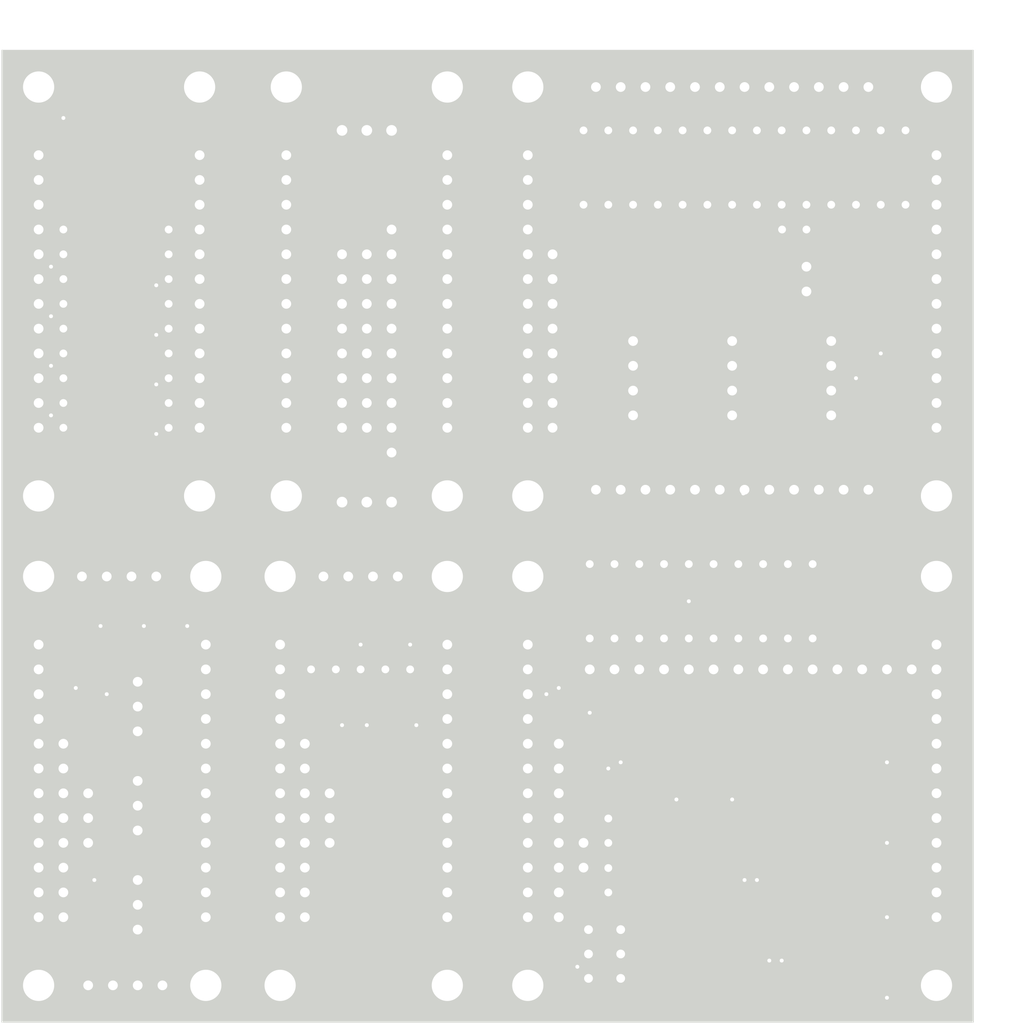
<source format=kicad_pcb>
(kicad_pcb (version 4) (host pcbnew 4.0.7+dfsg1-1~bpo9+1)
  (layers (0 F.Cu signal) (31 B.Cu signal) (34 B.Paste user) (35 F.Paste user) (36 B.SilkS user) (37 F.SilkS user) (38 B.Mask user) (39 F.Mask user) (44 Edge.Cuts user))
  (net 0 "")
  (net 1 /VIN)
  (net 2 /VCC)
  (net 3 /L0)
  (net 4 /L1)
  (net 5 /L2)
  (net 6 /L3)
  (net 7 /L4)
  (net 8 /L5)
  (net 9 /L6)
  (net 10 /L7)
  (net 11 "Net-(J1-Pad2)")
  (net 12 "Net-(J2-Pad2)")
  (net 13 "Net-(J3-Pad2)")
  (net 14 /GND)
  (net 15 /A7)
  (net 16 /A6)
  (net 17 /A5)
  (net 18 /A4)
  (net 19 /A3)
  (net 20 /A2)
  (net 21 /A1)
  (net 22 /A0)
  (net 23 /B7)
  (net 24 /B6)
  (net 25 /B5)
  (net 26 /B4)
  (net 27 /B3)
  (net 28 /B2)
  (net 29 /B1)
  (net 30 /B0)
  (net 31 /IA)
  (net 32 /IB)
  (net 33 Earth)
  (net 34 "Net-(J2-Pad1)")
  (net 35 "Net-(J2-Pad3)")
  (net 36 "Net-(J2-Pad4)")
  (net 37 "Net-(J2-Pad5)")
  (net 38 "Net-(J2-Pad6)")
  (net 39 "Net-(J2-Pad7)")
  (net 40 "Net-(J2-Pad8)")
  (net 41 "Net-(J3-Pad1)")
  (net 42 "Net-(J3-Pad3)")
  (net 43 "Net-(J3-Pad4)")
  (net 44 "Net-(J3-Pad5)")
  (net 45 "Net-(J3-Pad6)")
  (net 46 "Net-(SW1-Pad2)")
  (net 47 /CLK)
  (net 48 /DIO)
  (net 49 "Net-(H1-Pad1)")
  (net 50 "Net-(H1-Pad2)")
  (net 51 "Net-(H1-Pad3)")
  (net 52 "Net-(H1-Pad4)")
  (net 53 /SDA)
  (net 54 /SCL)
  (net 55 "Net-(H1-Pad7)")
  (net 56 "Net-(H1-Pad8)")
  (net 57 "Net-(SW9-Pad1)")
  (net 58 "Net-(SW9-Pad3)")
  (net 59 "Net-(O1-Pad5)")
  (net 60 "Net-(O1-Pad6)")
  (net 61 "Net-(O1-Pad7)")
  (net 62 "Net-(O1-Pad8)")
  (net 63 "Net-(O1-Pad9)")
  (net 64 "Net-(O1-Pad10)")
  (net 65 "Net-(O1-Pad11)")
  (net 66 "Net-(O1-Pad12)")
  (net 67 /5V)
  (net 68 /3v3)
  (net 69 "Net-(H1-Pad5)")
  (net 70 "Net-(H1-Pad6)")
  (net 71 "Net-(I2-Pad1)")
  (net 72 "Net-(H3-Pad1)")
  (net 73 "Net-(J1-Pad1)")
  (net 74 /D0)
  (net 75 /D1)
  (net 76 /D2)
  (net 77 /D3)
  (net 78 /D4)
  (net 79 /D5)
  (net 80 /D6)
  (net 81 /D7)
  (net 82 /VIN2)
  (net 83 /VCC2)
  (net 84 /GND2)
  (net 85 "Net-(J1-Pad3)")
  (net 86 "Net-(J1-Pad4)")
  (net 87 "Net-(J8-Pad2)")
  (net 88 "Net-(J8-Pad3)")
  (net 89 "Net-(J8-Pad4)")
  (net 90 "Net-(J4-Pad2)")
  (net 91 "Net-(J4-Pad3)")
  (net 92 "Net-(J4-Pad4)")
  (net 93 /gate1)
  (net 94 /gate2)
  (net 95 /gate3)
  (net 96 /gate4)
  (net 97 /gate5)
  (net 98 /gate6)
  (module Socket_Strips:Socket_Strip_Straight_1x12_Pitch2.54mm (layer F.Cu) (at 135.255 86.36 90)
    (fp_text reference O2)
    (fp_text value Output)
    (pad 1 thru_hole rect (at 0 0 90) (size 1.7 1.7) (drill 1) (layers *.Cu *.Mask) (net 1 /VIN))
    (pad 2 thru_hole oval (at 0 2.54 90) (size 1.7 1.7) (drill 1) (layers *.Cu *.Mask) (net 2 /VCC))
    (pad 3 thru_hole oval (at 0 5.08 90) (size 1.7 1.7) (drill 1) (layers *.Cu *.Mask) (net 14 /GND))
    (pad 4 thru_hole oval (at 0 7.62 90) (size 1.7 1.7) (drill 1) (layers *.Cu *.Mask))
    (pad 5 thru_hole oval (at 0 10.16 90) (size 1.7 1.7) (drill 1) (layers *.Cu *.Mask) (net 30 /B0))
    (pad 6 thru_hole oval (at 0 12.7 90) (size 1.7 1.7) (drill 1) (layers *.Cu *.Mask) (net 29 /B1))
    (pad 7 thru_hole oval (at 0 15.24 90) (size 1.7 1.7) (drill 1) (layers *.Cu *.Mask) (net 28 /B2))
    (pad 8 thru_hole oval (at 0 17.78 90) (size 1.7 1.7) (drill 1) (layers *.Cu *.Mask) (net 27 /B3))
    (pad 9 thru_hole oval (at 0 20.32 90) (size 1.7 1.7) (drill 1) (layers *.Cu *.Mask) (net 26 /B4))
    (pad 10 thru_hole oval (at 0 22.86 90) (size 1.7 1.7) (drill 1) (layers *.Cu *.Mask) (net 25 /B5))
    (pad 11 thru_hole oval (at 0 25.4 90) (size 1.7 1.7) (drill 1) (layers *.Cu *.Mask) (net 24 /B6))
    (pad 12 thru_hole oval (at 0 27.94 90) (size 1.7 1.7) (drill 1) (layers *.Cu *.Mask) (net 23 /B7))
  )
  (module Housings_DIP:DIP-28_W7.62mm (layer F.Cu) (at 133.985 98.425 90)
    (fp_text reference U1)
    (fp_text value MCP23017)
    (pad 1 thru_hole rect (at 0 0 90) (size 1.6 1.6) (drill 0.8) (layers *.Cu *.Mask) (net 30 /B0))
    (pad 15 thru_hole oval (at 7.62 33.02 90) (size 1.6 1.6) (drill 0.8) (layers *.Cu *.Mask) (net 11 "Net-(J1-Pad2)"))
    (pad 2 thru_hole oval (at 0 2.54 90) (size 1.6 1.6) (drill 0.8) (layers *.Cu *.Mask) (net 29 /B1))
    (pad 16 thru_hole oval (at 7.62 30.48 90) (size 1.6 1.6) (drill 0.8) (layers *.Cu *.Mask) (net 12 "Net-(J2-Pad2)"))
    (pad 3 thru_hole oval (at 0 5.08 90) (size 1.6 1.6) (drill 0.8) (layers *.Cu *.Mask) (net 28 /B2))
    (pad 17 thru_hole oval (at 7.62 27.94 90) (size 1.6 1.6) (drill 0.8) (layers *.Cu *.Mask) (net 13 "Net-(J3-Pad2)"))
    (pad 4 thru_hole oval (at 0 7.62 90) (size 1.6 1.6) (drill 0.8) (layers *.Cu *.Mask) (net 27 /B3))
    (pad 18 thru_hole oval (at 7.62 25.4 90) (size 1.6 1.6) (drill 0.8) (layers *.Cu *.Mask) (net 2 /VCC))
    (pad 5 thru_hole oval (at 0 10.16 90) (size 1.6 1.6) (drill 0.8) (layers *.Cu *.Mask) (net 26 /B4))
    (pad 19 thru_hole oval (at 7.62 22.86 90) (size 1.6 1.6) (drill 0.8) (layers *.Cu *.Mask) (net 32 /IB))
    (pad 6 thru_hole oval (at 0 12.7 90) (size 1.6 1.6) (drill 0.8) (layers *.Cu *.Mask) (net 25 /B5))
    (pad 20 thru_hole oval (at 7.62 20.32 90) (size 1.6 1.6) (drill 0.8) (layers *.Cu *.Mask) (net 31 /IA))
    (pad 7 thru_hole oval (at 0 15.24 90) (size 1.6 1.6) (drill 0.8) (layers *.Cu *.Mask) (net 24 /B6))
    (pad 21 thru_hole oval (at 7.62 17.78 90) (size 1.6 1.6) (drill 0.8) (layers *.Cu *.Mask) (net 22 /A0))
    (pad 8 thru_hole oval (at 0 17.78 90) (size 1.6 1.6) (drill 0.8) (layers *.Cu *.Mask) (net 23 /B7))
    (pad 22 thru_hole oval (at 7.62 15.24 90) (size 1.6 1.6) (drill 0.8) (layers *.Cu *.Mask) (net 21 /A1))
    (pad 9 thru_hole oval (at 0 20.32 90) (size 1.6 1.6) (drill 0.8) (layers *.Cu *.Mask) (net 2 /VCC))
    (pad 23 thru_hole oval (at 7.62 12.7 90) (size 1.6 1.6) (drill 0.8) (layers *.Cu *.Mask) (net 20 /A2))
    (pad 10 thru_hole oval (at 0 22.86 90) (size 1.6 1.6) (drill 0.8) (layers *.Cu *.Mask) (net 14 /GND))
    (pad 24 thru_hole oval (at 7.62 10.16 90) (size 1.6 1.6) (drill 0.8) (layers *.Cu *.Mask) (net 19 /A3))
    (pad 11 thru_hole oval (at 0 25.4 90) (size 1.6 1.6) (drill 0.8) (layers *.Cu *.Mask))
    (pad 25 thru_hole oval (at 7.62 7.62 90) (size 1.6 1.6) (drill 0.8) (layers *.Cu *.Mask) (net 18 /A4))
    (pad 12 thru_hole oval (at 0 27.94 90) (size 1.6 1.6) (drill 0.8) (layers *.Cu *.Mask) (net 8 /L5))
    (pad 26 thru_hole oval (at 7.62 5.08 90) (size 1.6 1.6) (drill 0.8) (layers *.Cu *.Mask) (net 17 /A5))
    (pad 13 thru_hole oval (at 0 30.48 90) (size 1.6 1.6) (drill 0.8) (layers *.Cu *.Mask) (net 7 /L4))
    (pad 27 thru_hole oval (at 7.62 2.54 90) (size 1.6 1.6) (drill 0.8) (layers *.Cu *.Mask) (net 16 /A6))
    (pad 14 thru_hole oval (at 0 33.02 90) (size 1.6 1.6) (drill 0.8) (layers *.Cu *.Mask))
    (pad 28 thru_hole oval (at 7.62 0 90) (size 1.6 1.6) (drill 0.8) (layers *.Cu *.Mask) (net 15 /A7))
  )
  (module Socket_Strips:Socket_Strip_Straight_1x12_Pitch2.54mm (layer F.Cu) (at 163.195 127.635 270)
    (fp_text reference O1)
    (fp_text value Output)
    (pad 1 thru_hole rect (at 0 0 270) (size 1.7 1.7) (drill 1) (layers *.Cu *.Mask) (net 1 /VIN))
    (pad 2 thru_hole oval (at 0 2.54 270) (size 1.7 1.7) (drill 1) (layers *.Cu *.Mask) (net 2 /VCC))
    (pad 3 thru_hole oval (at 0 5.08 270) (size 1.7 1.7) (drill 1) (layers *.Cu *.Mask) (net 14 /GND))
    (pad 4 thru_hole oval (at 0 7.62 270) (size 1.7 1.7) (drill 1) (layers *.Cu *.Mask))
    (pad 5 thru_hole oval (at 0 10.16 270) (size 1.7 1.7) (drill 1) (layers *.Cu *.Mask) (net 22 /A0))
    (pad 6 thru_hole oval (at 0 12.7 270) (size 1.7 1.7) (drill 1) (layers *.Cu *.Mask) (net 21 /A1))
    (pad 7 thru_hole oval (at 0 15.24 270) (size 1.7 1.7) (drill 1) (layers *.Cu *.Mask) (net 20 /A2))
    (pad 8 thru_hole oval (at 0 17.78 270) (size 1.7 1.7) (drill 1) (layers *.Cu *.Mask) (net 19 /A3))
    (pad 9 thru_hole oval (at 0 20.32 270) (size 1.7 1.7) (drill 1) (layers *.Cu *.Mask) (net 18 /A4))
    (pad 10 thru_hole oval (at 0 22.86 270) (size 1.7 1.7) (drill 1) (layers *.Cu *.Mask) (net 17 /A5))
    (pad 11 thru_hole oval (at 0 25.4 270) (size 1.7 1.7) (drill 1) (layers *.Cu *.Mask) (net 16 /A6))
    (pad 12 thru_hole oval (at 0 27.94 270) (size 1.7 1.7) (drill 1) (layers *.Cu *.Mask) (net 15 /A7))
  )
  (module Mounting_Holes:MountingHole_3.2mm_M3 (layer F.Cu) (at 128.27 86.36)
    (fp_text reference M3)
    (fp_text value "" hide)
    (pad 1 np_thru_hole circle (at 0 0) (size 3.2 3.2) (drill 3.2) (layers *.Cu *.Mask))
  )
  (module Mounting_Holes:MountingHole_3.2mm_M3 (layer F.Cu) (at 170.18 86.36)
    (fp_text reference M3)
    (fp_text value "" hide)
    (pad 1 np_thru_hole circle (at 0 0) (size 3.2 3.2) (drill 3.2) (layers *.Cu *.Mask))
  )
  (module Mounting_Holes:MountingHole_3.2mm_M3 (layer F.Cu) (at 170.18 128.27)
    (fp_text reference "" hide)
    (fp_text value M3)
    (pad 1 np_thru_hole circle (at 0 0) (size 3.2 3.2) (drill 3.2) (layers *.Cu *.Mask))
  )
  (module Mounting_Holes:MountingHole_3.2mm_M3 (layer F.Cu) (at 128.27 128.27)
    (fp_text reference "" hide)
    (fp_text value M3)
    (pad 1 np_thru_hole circle (at 0 0) (size 3.2 3.2) (drill 3.2) (layers *.Cu *.Mask))
  )
  (module Pin_Headers:Pin_Header_Straight_1x08_Pitch2.54mm (layer F.Cu) (at 130.81 103.505)
    (fp_text reference H1)
    (fp_text value Headers8)
    (pad 1 thru_hole rect (at 0 0) (size 1.7 1.7) (drill 1) (layers *.Cu *.Mask) (net 3 /L0))
    (pad 2 thru_hole oval (at 0 2.54) (size 1.7 1.7) (drill 1) (layers *.Cu *.Mask) (net 4 /L1))
    (pad 3 thru_hole oval (at 0 5.08) (size 1.7 1.7) (drill 1) (layers *.Cu *.Mask) (net 5 /L2))
    (pad 4 thru_hole oval (at 0 7.62) (size 1.7 1.7) (drill 1) (layers *.Cu *.Mask) (net 6 /L3))
    (pad 5 thru_hole oval (at 0 10.16) (size 1.7 1.7) (drill 1) (layers *.Cu *.Mask) (net 7 /L4))
    (pad 6 thru_hole oval (at 0 12.7) (size 1.7 1.7) (drill 1) (layers *.Cu *.Mask) (net 8 /L5))
    (pad 7 thru_hole oval (at 0 15.24) (size 1.7 1.7) (drill 1) (layers *.Cu *.Mask) (net 9 /L6))
    (pad 8 thru_hole oval (at 0 17.78) (size 1.7 1.7) (drill 1) (layers *.Cu *.Mask) (net 10 /L7))
  )
  (module Connectors:GS3 (layer B.Cu) (at 167.005 94.615 180)
    (fp_text reference J1 (at -1.905 0 180) (layer B.SilkS) (effects (justify mirror)))
    (fp_text value GS3)
    (pad 1 smd rect (at 0 1.27 180) (size 1.27 0.97) (layers B.Cu B.Paste B.Mask) (net 2 /VCC))
    (pad 2 smd rect (at 0 0 180) (size 1.27 0.97) (layers B.Cu B.Paste B.Mask) (net 11 "Net-(J1-Pad2)"))
    (pad 3 smd rect (at 0 -1.27 180) (size 1.27 0.97) (layers B.Cu B.Paste B.Mask) (net 14 /GND))
  )
  (module Connectors:GS3 (layer B.Cu) (at 163.195 94.615 180)
    (fp_text reference J2 (at -1.905 0 180) (layer B.SilkS) (effects (justify mirror)))
    (fp_text value GS3)
    (pad 1 smd rect (at 0 1.27 180) (size 1.27 0.97) (layers B.Cu B.Paste B.Mask) (net 2 /VCC))
    (pad 2 smd rect (at 0 0 180) (size 1.27 0.97) (layers B.Cu B.Paste B.Mask) (net 12 "Net-(J2-Pad2)"))
    (pad 3 smd rect (at 0 -1.27 180) (size 1.27 0.97) (layers B.Cu B.Paste B.Mask) (net 14 /GND))
  )
  (module Connectors:GS3 (layer B.Cu) (at 159.385 94.615 180)
    (fp_text reference J3 (at -1.905 0 180) (layer B.SilkS) (effects (justify mirror)))
    (fp_text value GS3)
    (pad 1 smd rect (at 0 1.27 180) (size 1.27 0.97) (layers B.Cu B.Paste B.Mask) (net 2 /VCC))
    (pad 2 smd rect (at 0 0 180) (size 1.27 0.97) (layers B.Cu B.Paste B.Mask) (net 13 "Net-(J3-Pad2)"))
    (pad 3 smd rect (at 0 -1.27 180) (size 1.27 0.97) (layers B.Cu B.Paste B.Mask) (net 14 /GND))
  )
  (module Pin_Headers:Pin_Header_Straight_1x04_Pitch2.54mm (layer F.Cu) (at 159.385 120.015 180)
    (fp_text reference I2C1)
    (fp_text value I2CHeader)
    (pad 1 thru_hole rect (at 0 0 180) (size 1.7 1.7) (drill 1) (layers *.Cu *.Mask) (net 14 /GND))
    (pad 2 thru_hole oval (at 0 2.54 180) (size 1.7 1.7) (drill 1) (layers *.Cu *.Mask) (net 2 /VCC))
    (pad 3 thru_hole oval (at 0 5.08 180) (size 1.7 1.7) (drill 1) (layers *.Cu *.Mask) (net 8 /L5))
    (pad 4 thru_hole oval (at 0 7.62 180) (size 1.7 1.7) (drill 1) (layers *.Cu *.Mask) (net 7 /L4))
  )
  (module Socket_Strips:Socket_Strip_Straight_1x12_Pitch2.54mm (layer F.Cu) (at 170.18 93.345)
    (fp_text reference O3)
    (fp_text value SerialOutput)
    (pad 1 thru_hole rect (at 0 0) (size 1.7 1.7) (drill 1) (layers *.Cu *.Mask) (net 1 /VIN))
    (pad 2 thru_hole oval (at 0 2.54) (size 1.7 1.7) (drill 1) (layers *.Cu *.Mask) (net 2 /VCC))
    (pad 3 thru_hole oval (at 0 5.08) (size 1.7 1.7) (drill 1) (layers *.Cu *.Mask) (net 14 /GND))
    (pad 4 thru_hole oval (at 0 7.62) (size 1.7 1.7) (drill 1) (layers *.Cu *.Mask))
    (pad 5 thru_hole oval (at 0 10.16) (size 1.7 1.7) (drill 1) (layers *.Cu *.Mask) (net 3 /L0))
    (pad 6 thru_hole oval (at 0 12.7) (size 1.7 1.7) (drill 1) (layers *.Cu *.Mask) (net 4 /L1))
    (pad 7 thru_hole oval (at 0 15.24) (size 1.7 1.7) (drill 1) (layers *.Cu *.Mask) (net 5 /L2))
    (pad 8 thru_hole oval (at 0 17.78) (size 1.7 1.7) (drill 1) (layers *.Cu *.Mask) (net 6 /L3))
    (pad 9 thru_hole oval (at 0 20.32) (size 1.7 1.7) (drill 1) (layers *.Cu *.Mask) (net 7 /L4))
    (pad 10 thru_hole oval (at 0 22.86) (size 1.7 1.7) (drill 1) (layers *.Cu *.Mask) (net 8 /L5))
    (pad 11 thru_hole oval (at 0 25.4) (size 1.7 1.7) (drill 1) (layers *.Cu *.Mask) (net 9 /L6))
    (pad 12 thru_hole oval (at 0 27.94) (size 1.7 1.7) (drill 1) (layers *.Cu *.Mask) (net 10 /L7))
  )
  (module Socket_Strips:Socket_Strip_Straight_1x12_Pitch2.54mm (layer F.Cu) (at 128.27 93.345)
    (fp_text reference I1)
    (fp_text value SerialInput)
    (pad 1 thru_hole rect (at 0 0) (size 1.7 1.7) (drill 1) (layers *.Cu *.Mask) (net 1 /VIN))
    (pad 2 thru_hole oval (at 0 2.54) (size 1.7 1.7) (drill 1) (layers *.Cu *.Mask) (net 2 /VCC))
    (pad 3 thru_hole oval (at 0 5.08) (size 1.7 1.7) (drill 1) (layers *.Cu *.Mask) (net 14 /GND))
    (pad 4 thru_hole oval (at 0 7.62) (size 1.7 1.7) (drill 1) (layers *.Cu *.Mask))
    (pad 5 thru_hole oval (at 0 10.16) (size 1.7 1.7) (drill 1) (layers *.Cu *.Mask) (net 3 /L0))
    (pad 6 thru_hole oval (at 0 12.7) (size 1.7 1.7) (drill 1) (layers *.Cu *.Mask) (net 4 /L1))
    (pad 7 thru_hole oval (at 0 15.24) (size 1.7 1.7) (drill 1) (layers *.Cu *.Mask) (net 5 /L2))
    (pad 8 thru_hole oval (at 0 17.78) (size 1.7 1.7) (drill 1) (layers *.Cu *.Mask) (net 6 /L3))
    (pad 9 thru_hole oval (at 0 20.32) (size 1.7 1.7) (drill 1) (layers *.Cu *.Mask) (net 7 /L4))
    (pad 10 thru_hole oval (at 0 22.86) (size 1.7 1.7) (drill 1) (layers *.Cu *.Mask) (net 8 /L5))
    (pad 11 thru_hole oval (at 0 25.4) (size 1.7 1.7) (drill 1) (layers *.Cu *.Mask) (net 9 /L6))
    (pad 12 thru_hole oval (at 0 27.94) (size 1.7 1.7) (drill 1) (layers *.Cu *.Mask) (net 10 /L7))
  )
  (module Capacitors_THT:C_Disc_D3.8mm_W2.6mm_P2.50mm (layer F.Cu) (at 156.845 100.965 180)
    (fp_text reference C1 (at -2.54 0 180) (layer F.SilkS))
    (fp_text value C)
    (pad 1 thru_hole circle (at 0 0 180) (size 1.6 1.6) (drill 0.8) (layers *.Cu *.Mask) (net 14 /GND))
    (pad 2 thru_hole circle (at 2.5 0 180) (size 1.6 1.6) (drill 0.8) (layers *.Cu *.Mask) (net 2 /VCC))
  )
  (module Pin_Headers:Pin_Header_Straight_1x02_Pitch2.54mm (layer F.Cu) (at 156.845 104.775)
    (fp_text reference J4 hide)
    (fp_text value Interrupt hide)
    (pad 1 thru_hole rect (at 0 0) (size 1.7 1.7) (drill 1) (layers *.Cu *.Mask) (net 32 /IB))
    (pad 2 thru_hole oval (at 0 2.54) (size 1.7 1.7) (drill 1) (layers *.Cu *.Mask) (net 31 /IA))
  )
  (module Pin_Headers:Pin_Header_Straight_1x04_Pitch2.54mm (layer F.Cu) (at 139.065 120.015 180)
    (fp_text reference I2C2)
    (fp_text value I2CHeader)
    (pad 1 thru_hole rect (at 0 0 180) (size 1.7 1.7) (drill 1) (layers *.Cu *.Mask) (net 14 /GND))
    (pad 2 thru_hole oval (at 0 2.54 180) (size 1.7 1.7) (drill 1) (layers *.Cu *.Mask) (net 2 /VCC))
    (pad 3 thru_hole oval (at 0 5.08 180) (size 1.7 1.7) (drill 1) (layers *.Cu *.Mask) (net 8 /L5))
    (pad 4 thru_hole oval (at 0 7.62 180) (size 1.7 1.7) (drill 1) (layers *.Cu *.Mask) (net 7 /L4))
  )
  (module Pin_Headers:Pin_Header_Straight_1x04_Pitch2.54mm (layer F.Cu) (at 149.225 120.015 180)
    (fp_text reference I2C3)
    (fp_text value I2CHeader)
    (pad 1 thru_hole rect (at 0 0 180) (size 1.7 1.7) (drill 1) (layers *.Cu *.Mask) (net 14 /GND))
    (pad 2 thru_hole oval (at 0 2.54 180) (size 1.7 1.7) (drill 1) (layers *.Cu *.Mask) (net 2 /VCC))
    (pad 3 thru_hole oval (at 0 5.08 180) (size 1.7 1.7) (drill 1) (layers *.Cu *.Mask) (net 8 /L5))
    (pad 4 thru_hole oval (at 0 7.62 180) (size 1.7 1.7) (drill 1) (layers *.Cu *.Mask) (net 7 /L4))
  )
  (module Housings_DIP:DIP-20_W7.62mm (layer F.Cu) (at 134.62 142.875 90)
    (fp_text reference U1 (at 3.81 0.635 90) (layer F.SilkS))
    (fp_text value TM1637 (at 3.81 26.035 90) (layer F.SilkS))
    (pad 1 thru_hole rect (at 0 0 90) (size 1.6 1.6) (drill 0.8) (layers *.Cu *.Mask) (net 33 Earth))
    (pad 11 thru_hole oval (at 7.62 22.86 90) (size 1.6 1.6) (drill 0.8) (layers *.Cu *.Mask) (net 44 "Net-(J3-Pad5)"))
    (pad 2 thru_hole oval (at 0 2.54 90) (size 1.6 1.6) (drill 0.8) (layers *.Cu *.Mask) (net 34 "Net-(J2-Pad1)"))
    (pad 12 thru_hole oval (at 7.62 20.32 90) (size 1.6 1.6) (drill 0.8) (layers *.Cu *.Mask) (net 43 "Net-(J3-Pad4)"))
    (pad 3 thru_hole oval (at 0 5.08 90) (size 1.6 1.6) (drill 0.8) (layers *.Cu *.Mask) (net 12 "Net-(J2-Pad2)"))
    (pad 13 thru_hole oval (at 7.62 17.78 90) (size 1.6 1.6) (drill 0.8) (layers *.Cu *.Mask) (net 42 "Net-(J3-Pad3)"))
    (pad 4 thru_hole oval (at 0 7.62 90) (size 1.6 1.6) (drill 0.8) (layers *.Cu *.Mask) (net 35 "Net-(J2-Pad3)"))
    (pad 14 thru_hole oval (at 7.62 15.24 90) (size 1.6 1.6) (drill 0.8) (layers *.Cu *.Mask) (net 13 "Net-(J3-Pad2)"))
    (pad 5 thru_hole oval (at 0 10.16 90) (size 1.6 1.6) (drill 0.8) (layers *.Cu *.Mask) (net 36 "Net-(J2-Pad4)"))
    (pad 15 thru_hole oval (at 7.62 12.7 90) (size 1.6 1.6) (drill 0.8) (layers *.Cu *.Mask) (net 41 "Net-(J3-Pad1)"))
    (pad 6 thru_hole oval (at 0 12.7 90) (size 1.6 1.6) (drill 0.8) (layers *.Cu *.Mask) (net 37 "Net-(J2-Pad5)"))
    (pad 16 thru_hole oval (at 7.62 10.16 90) (size 1.6 1.6) (drill 0.8) (layers *.Cu *.Mask) (net 2 /VCC))
    (pad 7 thru_hole oval (at 0 15.24 90) (size 1.6 1.6) (drill 0.8) (layers *.Cu *.Mask) (net 38 "Net-(J2-Pad6)"))
    (pad 17 thru_hole oval (at 7.62 7.62 90) (size 1.6 1.6) (drill 0.8) (layers *.Cu *.Mask) (net 48 /DIO))
    (pad 8 thru_hole oval (at 0 17.78 90) (size 1.6 1.6) (drill 0.8) (layers *.Cu *.Mask) (net 39 "Net-(J2-Pad7)"))
    (pad 18 thru_hole oval (at 7.62 5.08 90) (size 1.6 1.6) (drill 0.8) (layers *.Cu *.Mask) (net 47 /CLK))
    (pad 9 thru_hole oval (at 0 20.32 90) (size 1.6 1.6) (drill 0.8) (layers *.Cu *.Mask) (net 40 "Net-(J2-Pad8)"))
    (pad 19 thru_hole oval (at 7.62 2.54 90) (size 1.6 1.6) (drill 0.8) (layers *.Cu *.Mask) (net 57 "Net-(SW9-Pad1)"))
    (pad 10 thru_hole oval (at 0 22.86 90) (size 1.6 1.6) (drill 0.8) (layers *.Cu *.Mask) (net 45 "Net-(J3-Pad6)"))
    (pad 20 thru_hole oval (at 7.62 0 90) (size 1.6 1.6) (drill 0.8) (layers *.Cu *.Mask) (net 58 "Net-(SW9-Pad3)"))
  )
  (module Mounting_Holes:MountingHole_3.2mm_M3 (layer F.Cu) (at 128.27 136.525)
    (fp_text reference M3)
    (fp_text value "" hide)
    (pad 1 np_thru_hole circle (at 0 0) (size 3.2 3.2) (drill 3.2) (layers *.Cu *.Mask))
  )
  (module Mounting_Holes:MountingHole_3.2mm_M3 (layer F.Cu) (at 170.18 136.525)
    (fp_text reference M3)
    (fp_text value "" hide)
    (pad 1 np_thru_hole circle (at 0 0) (size 3.2 3.2) (drill 3.2) (layers *.Cu *.Mask))
  )
  (module Mounting_Holes:MountingHole_3.2mm_M3 (layer F.Cu) (at 170.18 178.435)
    (fp_text reference "" hide)
    (fp_text value M3)
    (pad 1 np_thru_hole circle (at 0 0) (size 3.2 3.2) (drill 3.2) (layers *.Cu *.Mask))
  )
  (module Mounting_Holes:MountingHole_3.2mm_M3 (layer F.Cu) (at 128.27 178.435)
    (fp_text reference "" hide)
    (fp_text value M3)
    (pad 1 np_thru_hole circle (at 0 0) (size 3.2 3.2) (drill 3.2) (layers *.Cu *.Mask))
  )
  (module Pin_Headers:Pin_Header_Straight_1x12_Pitch2.54mm (layer F.Cu) (at 128.27 143.51)
    (fp_text reference I1)
    (fp_text value SerialInput)
    (pad 1 thru_hole rect (at 0 0) (size 1.7 1.7) (drill 1) (layers *.Cu *.Mask) (net 1 /VIN))
    (pad 2 thru_hole oval (at 0 2.54) (size 1.7 1.7) (drill 1) (layers *.Cu *.Mask) (net 2 /VCC))
    (pad 3 thru_hole oval (at 0 5.08) (size 1.7 1.7) (drill 1) (layers *.Cu *.Mask) (net 33 Earth))
    (pad 4 thru_hole oval (at 0 7.62) (size 1.7 1.7) (drill 1) (layers *.Cu *.Mask))
    (pad 5 thru_hole oval (at 0 10.16) (size 1.7 1.7) (drill 1) (layers *.Cu *.Mask) (net 49 "Net-(H1-Pad1)"))
    (pad 6 thru_hole oval (at 0 12.7) (size 1.7 1.7) (drill 1) (layers *.Cu *.Mask) (net 50 "Net-(H1-Pad2)"))
    (pad 7 thru_hole oval (at 0 15.24) (size 1.7 1.7) (drill 1) (layers *.Cu *.Mask) (net 51 "Net-(H1-Pad3)"))
    (pad 8 thru_hole oval (at 0 17.78) (size 1.7 1.7) (drill 1) (layers *.Cu *.Mask) (net 52 "Net-(H1-Pad4)"))
    (pad 9 thru_hole oval (at 0 20.32) (size 1.7 1.7) (drill 1) (layers *.Cu *.Mask) (net 53 /SDA))
    (pad 10 thru_hole oval (at 0 22.86) (size 1.7 1.7) (drill 1) (layers *.Cu *.Mask) (net 54 /SCL))
    (pad 11 thru_hole oval (at 0 25.4) (size 1.7 1.7) (drill 1) (layers *.Cu *.Mask) (net 55 "Net-(H1-Pad7)"))
    (pad 12 thru_hole oval (at 0 27.94) (size 1.7 1.7) (drill 1) (layers *.Cu *.Mask) (net 56 "Net-(H1-Pad8)"))
  )
  (module Socket_Strips:Socket_Strip_Straight_1x12_Pitch2.54mm (layer F.Cu) (at 170.18 143.51)
    (fp_text reference O1)
    (fp_text value Output)
    (pad 1 thru_hole rect (at 0 0) (size 1.7 1.7) (drill 1) (layers *.Cu *.Mask) (net 1 /VIN))
    (pad 2 thru_hole oval (at 0 2.54) (size 1.7 1.7) (drill 1) (layers *.Cu *.Mask) (net 2 /VCC))
    (pad 3 thru_hole oval (at 0 5.08) (size 1.7 1.7) (drill 1) (layers *.Cu *.Mask) (net 33 Earth))
    (pad 4 thru_hole oval (at 0 7.62) (size 1.7 1.7) (drill 1) (layers *.Cu *.Mask))
    (pad 5 thru_hole oval (at 0 10.16) (size 1.7 1.7) (drill 1) (layers *.Cu *.Mask) (net 49 "Net-(H1-Pad1)"))
    (pad 6 thru_hole oval (at 0 12.7) (size 1.7 1.7) (drill 1) (layers *.Cu *.Mask) (net 50 "Net-(H1-Pad2)"))
    (pad 7 thru_hole oval (at 0 15.24) (size 1.7 1.7) (drill 1) (layers *.Cu *.Mask) (net 51 "Net-(H1-Pad3)"))
    (pad 8 thru_hole oval (at 0 17.78) (size 1.7 1.7) (drill 1) (layers *.Cu *.Mask) (net 52 "Net-(H1-Pad4)"))
    (pad 9 thru_hole oval (at 0 20.32) (size 1.7 1.7) (drill 1) (layers *.Cu *.Mask) (net 53 /SDA))
    (pad 10 thru_hole oval (at 0 22.86) (size 1.7 1.7) (drill 1) (layers *.Cu *.Mask) (net 54 /SCL))
    (pad 11 thru_hole oval (at 0 25.4) (size 1.7 1.7) (drill 1) (layers *.Cu *.Mask) (net 55 "Net-(H1-Pad7)"))
    (pad 12 thru_hole oval (at 0 27.94) (size 1.7 1.7) (drill 1) (layers *.Cu *.Mask) (net 56 "Net-(H1-Pad8)"))
  )
  (module Pin_Headers:Pin_Header_Straight_1x08_Pitch2.54mm (layer F.Cu) (at 131.445 153.67)
    (fp_text reference H1)
    (fp_text value Headers8L)
    (pad 1 thru_hole rect (at 0 0) (size 1.7 1.7) (drill 1) (layers *.Cu *.Mask) (net 49 "Net-(H1-Pad1)"))
    (pad 2 thru_hole oval (at 0 2.54) (size 1.7 1.7) (drill 1) (layers *.Cu *.Mask) (net 50 "Net-(H1-Pad2)"))
    (pad 3 thru_hole oval (at 0 5.08) (size 1.7 1.7) (drill 1) (layers *.Cu *.Mask) (net 51 "Net-(H1-Pad3)"))
    (pad 4 thru_hole oval (at 0 7.62) (size 1.7 1.7) (drill 1) (layers *.Cu *.Mask) (net 52 "Net-(H1-Pad4)"))
    (pad 5 thru_hole oval (at 0 10.16) (size 1.7 1.7) (drill 1) (layers *.Cu *.Mask) (net 53 /SDA))
    (pad 6 thru_hole oval (at 0 12.7) (size 1.7 1.7) (drill 1) (layers *.Cu *.Mask) (net 54 /SCL))
    (pad 7 thru_hole oval (at 0 15.24) (size 1.7 1.7) (drill 1) (layers *.Cu *.Mask) (net 55 "Net-(H1-Pad7)"))
    (pad 8 thru_hole oval (at 0 17.78) (size 1.7 1.7) (drill 1) (layers *.Cu *.Mask) (net 56 "Net-(H1-Pad8)"))
  )
  (module Pin_Headers:Pin_Header_Straight_1x02_Pitch2.54mm (layer F.Cu) (at 133.985 166.37 180)
    (fp_text reference J1 (at 0 1.27 180) (layer F.SilkS))
    (fp_text value Conn_01x02)
    (pad 1 thru_hole rect (at 0 0 180) (size 1.7 1.7) (drill 1) (layers *.Cu *.Mask) (net 47 /CLK))
    (pad 2 thru_hole oval (at 0 2.54 180) (size 1.7 1.7) (drill 1) (layers *.Cu *.Mask) (net 48 /DIO))
  )
  (module Pin_Headers:Pin_Header_Straight_1x08_Pitch2.54mm (layer F.Cu) (at 134.62 146.05 90)
    (fp_text reference J2 (at 0 -2.33 90) (layer F.SilkS))
    (fp_text value Conn_01x08)
    (pad 1 thru_hole rect (at 0 0 90) (size 1.7 1.7) (drill 1) (layers *.Cu *.Mask) (net 34 "Net-(J2-Pad1)"))
    (pad 2 thru_hole oval (at 0 2.54 90) (size 1.7 1.7) (drill 1) (layers *.Cu *.Mask) (net 12 "Net-(J2-Pad2)"))
    (pad 3 thru_hole oval (at 0 5.08 90) (size 1.7 1.7) (drill 1) (layers *.Cu *.Mask) (net 35 "Net-(J2-Pad3)"))
    (pad 4 thru_hole oval (at 0 7.62 90) (size 1.7 1.7) (drill 1) (layers *.Cu *.Mask) (net 36 "Net-(J2-Pad4)"))
    (pad 5 thru_hole oval (at 0 10.16 90) (size 1.7 1.7) (drill 1) (layers *.Cu *.Mask) (net 37 "Net-(J2-Pad5)"))
    (pad 6 thru_hole oval (at 0 12.7 90) (size 1.7 1.7) (drill 1) (layers *.Cu *.Mask) (net 38 "Net-(J2-Pad6)"))
    (pad 7 thru_hole oval (at 0 15.24 90) (size 1.7 1.7) (drill 1) (layers *.Cu *.Mask) (net 39 "Net-(J2-Pad7)"))
    (pad 8 thru_hole oval (at 0 17.78 90) (size 1.7 1.7) (drill 1) (layers *.Cu *.Mask) (net 40 "Net-(J2-Pad8)"))
  )
  (module Pin_Headers:Pin_Header_Straight_1x06_Pitch2.54mm (layer F.Cu) (at 154.94 146.05 90)
    (fp_text reference J3 (at 0 -2.33 90) (layer F.SilkS))
    (fp_text value Conn_01x06)
    (pad 1 thru_hole rect (at 0 0 90) (size 1.7 1.7) (drill 1) (layers *.Cu *.Mask) (net 41 "Net-(J3-Pad1)"))
    (pad 2 thru_hole oval (at 0 2.54 90) (size 1.7 1.7) (drill 1) (layers *.Cu *.Mask) (net 13 "Net-(J3-Pad2)"))
    (pad 3 thru_hole oval (at 0 5.08 90) (size 1.7 1.7) (drill 1) (layers *.Cu *.Mask) (net 42 "Net-(J3-Pad3)"))
    (pad 4 thru_hole oval (at 0 7.62 90) (size 1.7 1.7) (drill 1) (layers *.Cu *.Mask) (net 43 "Net-(J3-Pad4)"))
    (pad 5 thru_hole oval (at 0 10.16 90) (size 1.7 1.7) (drill 1) (layers *.Cu *.Mask) (net 44 "Net-(J3-Pad5)"))
    (pad 6 thru_hole oval (at 0 12.7 90) (size 1.7 1.7) (drill 1) (layers *.Cu *.Mask) (net 45 "Net-(J3-Pad6)"))
  )
  (module Buttons_Switches_SMD:SW_SPST_EVQP0 (layer F.Cu) (at 160.02 153.035)
    (fp_text reference SW2 (at 0 0) (layer F.SilkS))
    (fp_text value SW_SPST)
    (pad 1 smd rect (at 2.88 -2) (size 2.75 1) (layers F.Cu F.Paste F.Mask) (net 12 "Net-(J2-Pad2)"))
    (pad 1 smd rect (at -2.88 -2) (size 2.75 1) (layers F.Cu F.Paste F.Mask) (net 12 "Net-(J2-Pad2)"))
    (pad 2 smd rect (at -2.88 2) (size 2.75 1) (layers F.Cu F.Paste F.Mask) (net 46 "Net-(SW1-Pad2)"))
    (pad 2 smd rect (at 2.88 2) (size 2.75 1) (layers F.Cu F.Paste F.Mask) (net 46 "Net-(SW1-Pad2)"))
  )
  (module Buttons_Switches_SMD:SW_SPST_EVQP0 (layer F.Cu) (at 143.51 153.035)
    (fp_text reference SW1 (at 0 0) (layer F.SilkS))
    (fp_text value SW_SPST)
    (pad 1 smd rect (at 2.88 -2) (size 2.75 1) (layers F.Cu F.Paste F.Mask) (net 34 "Net-(J2-Pad1)"))
    (pad 1 smd rect (at -2.88 -2) (size 2.75 1) (layers F.Cu F.Paste F.Mask) (net 34 "Net-(J2-Pad1)"))
    (pad 2 smd rect (at -2.88 2) (size 2.75 1) (layers F.Cu F.Paste F.Mask) (net 46 "Net-(SW1-Pad2)"))
    (pad 2 smd rect (at 2.88 2) (size 2.75 1) (layers F.Cu F.Paste F.Mask) (net 46 "Net-(SW1-Pad2)"))
  )
  (module Buttons_Switches_SMD:SW_SPST_EVQP0 (layer F.Cu) (at 143.51 161.29)
    (fp_text reference SW3 (at 0 0) (layer F.SilkS))
    (fp_text value SW_SPST)
    (pad 1 smd rect (at 2.88 -2) (size 2.75 1) (layers F.Cu F.Paste F.Mask) (net 35 "Net-(J2-Pad3)"))
    (pad 1 smd rect (at -2.88 -2) (size 2.75 1) (layers F.Cu F.Paste F.Mask) (net 35 "Net-(J2-Pad3)"))
    (pad 2 smd rect (at -2.88 2) (size 2.75 1) (layers F.Cu F.Paste F.Mask) (net 46 "Net-(SW1-Pad2)"))
    (pad 2 smd rect (at 2.88 2) (size 2.75 1) (layers F.Cu F.Paste F.Mask) (net 46 "Net-(SW1-Pad2)"))
  )
  (module Buttons_Switches_SMD:SW_SPST_EVQP0 (layer F.Cu) (at 160.02 161.29)
    (fp_text reference SW4 (at 0 0) (layer F.SilkS))
    (fp_text value SW_SPST)
    (pad 1 smd rect (at 2.88 -2) (size 2.75 1) (layers F.Cu F.Paste F.Mask) (net 36 "Net-(J2-Pad4)"))
    (pad 1 smd rect (at -2.88 -2) (size 2.75 1) (layers F.Cu F.Paste F.Mask) (net 36 "Net-(J2-Pad4)"))
    (pad 2 smd rect (at -2.88 2) (size 2.75 1) (layers F.Cu F.Paste F.Mask) (net 46 "Net-(SW1-Pad2)"))
    (pad 2 smd rect (at 2.88 2) (size 2.75 1) (layers F.Cu F.Paste F.Mask) (net 46 "Net-(SW1-Pad2)"))
  )
  (module Buttons_Switches_SMD:SW_SPST_EVQP0 (layer F.Cu) (at 143.51 169.545)
    (fp_text reference SW5 (at 0 0) (layer F.SilkS))
    (fp_text value SW_SPST)
    (pad 1 smd rect (at 2.88 -2) (size 2.75 1) (layers F.Cu F.Paste F.Mask) (net 37 "Net-(J2-Pad5)"))
    (pad 1 smd rect (at -2.88 -2) (size 2.75 1) (layers F.Cu F.Paste F.Mask) (net 37 "Net-(J2-Pad5)"))
    (pad 2 smd rect (at -2.88 2) (size 2.75 1) (layers F.Cu F.Paste F.Mask) (net 46 "Net-(SW1-Pad2)"))
    (pad 2 smd rect (at 2.88 2) (size 2.75 1) (layers F.Cu F.Paste F.Mask) (net 46 "Net-(SW1-Pad2)"))
  )
  (module Buttons_Switches_SMD:SW_SPST_EVQP0 (layer F.Cu) (at 160.02 169.545)
    (fp_text reference SW6 (at 0 0) (layer F.SilkS))
    (fp_text value SW_SPST)
    (pad 1 smd rect (at 2.88 -2) (size 2.75 1) (layers F.Cu F.Paste F.Mask) (net 38 "Net-(J2-Pad6)"))
    (pad 1 smd rect (at -2.88 -2) (size 2.75 1) (layers F.Cu F.Paste F.Mask) (net 38 "Net-(J2-Pad6)"))
    (pad 2 smd rect (at -2.88 2) (size 2.75 1) (layers F.Cu F.Paste F.Mask) (net 46 "Net-(SW1-Pad2)"))
    (pad 2 smd rect (at 2.88 2) (size 2.75 1) (layers F.Cu F.Paste F.Mask) (net 46 "Net-(SW1-Pad2)"))
  )
  (module Buttons_Switches_SMD:SW_SPST_EVQP0 (layer F.Cu) (at 143.51 177.8)
    (fp_text reference SW7 (at 0 0) (layer F.SilkS))
    (fp_text value SW_SPST)
    (pad 1 smd rect (at 2.88 -2) (size 2.75 1) (layers F.Cu F.Paste F.Mask) (net 39 "Net-(J2-Pad7)"))
    (pad 1 smd rect (at -2.88 -2) (size 2.75 1) (layers F.Cu F.Paste F.Mask) (net 39 "Net-(J2-Pad7)"))
    (pad 2 smd rect (at -2.88 2) (size 2.75 1) (layers F.Cu F.Paste F.Mask) (net 46 "Net-(SW1-Pad2)"))
    (pad 2 smd rect (at 2.88 2) (size 2.75 1) (layers F.Cu F.Paste F.Mask) (net 46 "Net-(SW1-Pad2)"))
  )
  (module Buttons_Switches_SMD:SW_SPST_EVQP0 (layer F.Cu) (at 160.02 177.8)
    (fp_text reference SW8 (at 0 0) (layer F.SilkS))
    (fp_text value SW_SPST)
    (pad 1 smd rect (at 2.88 -2) (size 2.75 1) (layers F.Cu F.Paste F.Mask) (net 40 "Net-(J2-Pad8)"))
    (pad 1 smd rect (at -2.88 -2) (size 2.75 1) (layers F.Cu F.Paste F.Mask) (net 40 "Net-(J2-Pad8)"))
    (pad 2 smd rect (at -2.88 2) (size 2.75 1) (layers F.Cu F.Paste F.Mask) (net 46 "Net-(SW1-Pad2)"))
    (pad 2 smd rect (at 2.88 2) (size 2.75 1) (layers F.Cu F.Paste F.Mask) (net 46 "Net-(SW1-Pad2)"))
  )
  (module Capacitors_THT:C_Disc_D3.0mm_W1.6mm_P2.50mm (layer F.Cu) (at 136.525 168.91 90)
    (fp_text reference C1)
    (fp_text value 100pF)
    (pad 1 thru_hole circle (at 0 0 90) (size 1.6 1.6) (drill 0.8) (layers *.Cu *.Mask) (net 33 Earth))
    (pad 2 thru_hole circle (at 2.5 0 90) (size 1.6 1.6) (drill 0.8) (layers *.Cu *.Mask) (net 47 /CLK))
  )
  (module Capacitors_THT:C_Disc_D3.0mm_W1.6mm_P2.50mm (layer F.Cu) (at 136.525 163.83 90)
    (fp_text reference C2)
    (fp_text value 100pF)
    (pad 1 thru_hole circle (at 0 0 90) (size 1.6 1.6) (drill 0.8) (layers *.Cu *.Mask) (net 48 /DIO))
    (pad 2 thru_hole circle (at 2.5 0 90) (size 1.6 1.6) (drill 0.8) (layers *.Cu *.Mask) (net 33 Earth))
  )
  (module Buttons_Switches_THT:SW_CuK_JS202011CQN_DPDT_Straight (layer F.Cu) (at 137.795 172.72 270)
    (fp_text reference SW9)
    (fp_text value SW_SPDT)
    (pad 1 thru_hole rect (at 0 0 270) (size 1.4 1.4) (drill 0.9) (layers *.Cu *.Mask) (net 57 "Net-(SW9-Pad1)"))
    (pad 2 thru_hole circle (at 2.5 0 270) (size 1.4 1.4) (drill 0.9) (layers *.Cu *.Mask) (net 46 "Net-(SW1-Pad2)"))
    (pad 3 thru_hole circle (at 5 0 270) (size 1.4 1.4) (drill 0.9) (layers *.Cu *.Mask) (net 58 "Net-(SW9-Pad3)"))
    (pad 4 thru_hole circle (at 0 3.3 270) (size 1.4 1.4) (drill 0.9) (layers *.Cu *.Mask))
    (pad 5 thru_hole circle (at 2.5 3.3 270) (size 1.4 1.4) (drill 0.9) (layers *.Cu *.Mask))
    (pad 6 thru_hole circle (at 5 3.3 270) (size 1.4 1.4) (drill 0.9) (layers *.Cu *.Mask))
  )
  (module Mounting_Holes:MountingHole_3.2mm_M3 (layer F.Cu) (at 103.505 128.27)
    (fp_text reference "" hide)
    (fp_text value M3)
    (pad 1 np_thru_hole circle (at 0 0) (size 3.2 3.2) (drill 3.2) (layers *.Cu *.Mask))
  )
  (module Mounting_Holes:MountingHole_3.2mm_M3 (layer F.Cu) (at 94.615 128.27)
    (fp_text reference "" hide)
    (fp_text value M3)
    (pad 1 np_thru_hole circle (at 0 0) (size 3.2 3.2) (drill 3.2) (layers *.Cu *.Mask))
  )
  (module Mounting_Holes:MountingHole_3.2mm_M3 (layer F.Cu) (at 78.105 128.27)
    (fp_text reference "" hide)
    (fp_text value M3)
    (pad 1 np_thru_hole circle (at 0 0) (size 3.2 3.2) (drill 3.2) (layers *.Cu *.Mask))
  )
  (module Mounting_Holes:MountingHole_3.2mm_M3 (layer F.Cu) (at 120.015 128.27)
    (fp_text reference "" hide)
    (fp_text value M3)
    (pad 1 np_thru_hole circle (at 0 0) (size 3.2 3.2) (drill 3.2) (layers *.Cu *.Mask))
  )
  (module Mounting_Holes:MountingHole_3.2mm_M3 (layer F.Cu) (at 103.505 86.36)
    (fp_text reference M3)
    (fp_text value "" hide)
    (pad 1 np_thru_hole circle (at 0 0) (size 3.2 3.2) (drill 3.2) (layers *.Cu *.Mask))
  )
  (module Mounting_Holes:MountingHole_3.2mm_M3 (layer F.Cu) (at 94.615 86.36)
    (fp_text reference M3)
    (fp_text value "" hide)
    (pad 1 np_thru_hole circle (at 0 0) (size 3.2 3.2) (drill 3.2) (layers *.Cu *.Mask))
  )
  (module Mounting_Holes:MountingHole_3.2mm_M3 (layer F.Cu) (at 78.105 86.36)
    (fp_text reference M3)
    (fp_text value "" hide)
    (pad 1 np_thru_hole circle (at 0 0) (size 3.2 3.2) (drill 3.2) (layers *.Cu *.Mask))
  )
  (module Mounting_Holes:MountingHole_3.2mm_M3 (layer F.Cu) (at 120.015 86.36)
    (fp_text reference M3)
    (fp_text value "" hide)
    (pad 1 np_thru_hole circle (at 0 0) (size 3.2 3.2) (drill 3.2) (layers *.Cu *.Mask))
  )
  (module Pin_Headers:Pin_Header_Straight_1x12_Pitch2.54mm (layer F.Cu) (at 78.105 93.345)
    (fp_text reference I1)
    (fp_text value Input)
    (pad 1 thru_hole rect (at 0 0) (size 1.7 1.7) (drill 1) (layers *.Cu *.Mask) (net 1 /VIN))
    (pad 2 thru_hole oval (at 0 2.54) (size 1.7 1.7) (drill 1) (layers *.Cu *.Mask) (net 67 /5V))
    (pad 3 thru_hole oval (at 0 5.08) (size 1.7 1.7) (drill 1) (layers *.Cu *.Mask) (net 33 Earth))
    (pad 4 thru_hole oval (at 0 7.62) (size 1.7 1.7) (drill 1) (layers *.Cu *.Mask))
    (pad 5 thru_hole oval (at 0 10.16) (size 1.7 1.7) (drill 1) (layers *.Cu *.Mask) (net 3 /L0))
    (pad 6 thru_hole oval (at 0 12.7) (size 1.7 1.7) (drill 1) (layers *.Cu *.Mask) (net 4 /L1))
    (pad 7 thru_hole oval (at 0 15.24) (size 1.7 1.7) (drill 1) (layers *.Cu *.Mask) (net 5 /L2))
    (pad 8 thru_hole oval (at 0 17.78) (size 1.7 1.7) (drill 1) (layers *.Cu *.Mask) (net 6 /L3))
    (pad 9 thru_hole oval (at 0 20.32) (size 1.7 1.7) (drill 1) (layers *.Cu *.Mask) (net 7 /L4))
    (pad 10 thru_hole oval (at 0 22.86) (size 1.7 1.7) (drill 1) (layers *.Cu *.Mask) (net 8 /L5))
    (pad 11 thru_hole oval (at 0 25.4) (size 1.7 1.7) (drill 1) (layers *.Cu *.Mask) (net 9 /L6))
    (pad 12 thru_hole oval (at 0 27.94) (size 1.7 1.7) (drill 1) (layers *.Cu *.Mask) (net 10 /L7))
  )
  (module Socket_Strips:Socket_Strip_Straight_1x12_Pitch2.54mm (layer F.Cu) (at 94.615 93.345)
    (fp_text reference O1)
    (fp_text value Output)
    (pad 1 thru_hole rect (at 0 0) (size 1.7 1.7) (drill 1) (layers *.Cu *.Mask) (net 1 /VIN))
    (pad 2 thru_hole oval (at 0 2.54) (size 1.7 1.7) (drill 1) (layers *.Cu *.Mask) (net 68 /3v3))
    (pad 3 thru_hole oval (at 0 5.08) (size 1.7 1.7) (drill 1) (layers *.Cu *.Mask) (net 33 Earth))
    (pad 4 thru_hole oval (at 0 7.62) (size 1.7 1.7) (drill 1) (layers *.Cu *.Mask))
    (pad 5 thru_hole oval (at 0 10.16) (size 1.7 1.7) (drill 1) (layers *.Cu *.Mask) (net 59 "Net-(O1-Pad5)"))
    (pad 6 thru_hole oval (at 0 12.7) (size 1.7 1.7) (drill 1) (layers *.Cu *.Mask) (net 60 "Net-(O1-Pad6)"))
    (pad 7 thru_hole oval (at 0 15.24) (size 1.7 1.7) (drill 1) (layers *.Cu *.Mask) (net 61 "Net-(O1-Pad7)"))
    (pad 8 thru_hole oval (at 0 17.78) (size 1.7 1.7) (drill 1) (layers *.Cu *.Mask) (net 62 "Net-(O1-Pad8)"))
    (pad 9 thru_hole oval (at 0 20.32) (size 1.7 1.7) (drill 1) (layers *.Cu *.Mask) (net 63 "Net-(O1-Pad9)"))
    (pad 10 thru_hole oval (at 0 22.86) (size 1.7 1.7) (drill 1) (layers *.Cu *.Mask) (net 64 "Net-(O1-Pad10)"))
    (pad 11 thru_hole oval (at 0 25.4) (size 1.7 1.7) (drill 1) (layers *.Cu *.Mask) (net 65 "Net-(O1-Pad11)"))
    (pad 12 thru_hole oval (at 0 27.94) (size 1.7 1.7) (drill 1) (layers *.Cu *.Mask) (net 66 "Net-(O1-Pad12)"))
  )
  (module TO_SOT_Packages_SMD:SOT-223-3Lead_TabPin2 (layer F.Cu) (at 86.36 91.44)
    (fp_text reference U1)
    (fp_text value AP1117-33)
    (pad 2 smd rect (at 3.15 0) (size 2 3.8) (layers F.Cu F.Paste F.Mask) (net 68 /3v3))
    (pad 2 smd rect (at -3.15 0) (size 2 1.5) (layers F.Cu F.Paste F.Mask) (net 68 /3v3))
    (pad 3 smd rect (at -3.15 2.3) (size 2 1.5) (layers F.Cu F.Paste F.Mask) (net 67 /5V))
    (pad 1 smd rect (at -3.15 -2.3) (size 2 1.5) (layers F.Cu F.Paste F.Mask) (net 33 Earth))
  )
  (module Resistors_THT:R_Array_SIP9 (layer F.Cu) (at 91.44 100.965 270)
    (fp_text reference RN1)
    (fp_text value R_Network08)
    (pad 1 thru_hole rect (at 0 0 270) (size 1.6 1.6) (drill 0.8) (layers *.Cu *.Mask) (net 68 /3v3))
    (pad 2 thru_hole oval (at 2.54 0 270) (size 1.6 1.6) (drill 0.8) (layers *.Cu *.Mask) (net 59 "Net-(O1-Pad5)"))
    (pad 3 thru_hole oval (at 5.08 0 270) (size 1.6 1.6) (drill 0.8) (layers *.Cu *.Mask) (net 60 "Net-(O1-Pad6)"))
    (pad 4 thru_hole oval (at 7.62 0 270) (size 1.6 1.6) (drill 0.8) (layers *.Cu *.Mask) (net 61 "Net-(O1-Pad7)"))
    (pad 5 thru_hole oval (at 10.16 0 270) (size 1.6 1.6) (drill 0.8) (layers *.Cu *.Mask) (net 62 "Net-(O1-Pad8)"))
    (pad 6 thru_hole oval (at 12.7 0 270) (size 1.6 1.6) (drill 0.8) (layers *.Cu *.Mask) (net 63 "Net-(O1-Pad9)"))
    (pad 7 thru_hole oval (at 15.24 0 270) (size 1.6 1.6) (drill 0.8) (layers *.Cu *.Mask) (net 64 "Net-(O1-Pad10)"))
    (pad 8 thru_hole oval (at 17.78 0 270) (size 1.6 1.6) (drill 0.8) (layers *.Cu *.Mask) (net 65 "Net-(O1-Pad11)"))
    (pad 9 thru_hole oval (at 20.32 0 270) (size 1.6 1.6) (drill 0.8) (layers *.Cu *.Mask) (net 66 "Net-(O1-Pad12)"))
  )
  (module TO_SOT_Packages_SMD:SOT-23 (layer F.Cu) (at 83.82 103.505 180)
    (fp_text reference Q1 hide)
    (fp_text value BSS138)
    (pad 1 smd rect (at -1 -0.95 180) (size 0.9 0.8) (layers F.Cu F.Paste F.Mask) (net 67 /5V))
    (pad 2 smd rect (at -1 0.95 180) (size 0.9 0.8) (layers F.Cu F.Paste F.Mask) (net 59 "Net-(O1-Pad5)"))
    (pad 3 smd rect (at 1 0 180) (size 0.9 0.8) (layers F.Cu F.Paste F.Mask) (net 3 /L0))
  )
  (module TO_SOT_Packages_SMD:SOT-23 (layer F.Cu) (at 88.265 106.045 180)
    (fp_text reference Q2 hide)
    (fp_text value BSS138)
    (pad 1 smd rect (at -1 -0.95 180) (size 0.9 0.8) (layers F.Cu F.Paste F.Mask) (net 67 /5V))
    (pad 2 smd rect (at -1 0.95 180) (size 0.9 0.8) (layers F.Cu F.Paste F.Mask) (net 60 "Net-(O1-Pad6)"))
    (pad 3 smd rect (at 1 0 180) (size 0.9 0.8) (layers F.Cu F.Paste F.Mask) (net 4 /L1))
  )
  (module TO_SOT_Packages_SMD:SOT-23 (layer F.Cu) (at 83.82 108.585 180)
    (fp_text reference Q3 hide)
    (fp_text value BSS138)
    (pad 1 smd rect (at -1 -0.95 180) (size 0.9 0.8) (layers F.Cu F.Paste F.Mask) (net 67 /5V))
    (pad 2 smd rect (at -1 0.95 180) (size 0.9 0.8) (layers F.Cu F.Paste F.Mask) (net 61 "Net-(O1-Pad7)"))
    (pad 3 smd rect (at 1 0 180) (size 0.9 0.8) (layers F.Cu F.Paste F.Mask) (net 5 /L2))
  )
  (module TO_SOT_Packages_SMD:SOT-23 (layer F.Cu) (at 88.265 111.125 180)
    (fp_text reference Q4 hide)
    (fp_text value BSS138)
    (pad 1 smd rect (at -1 -0.95 180) (size 0.9 0.8) (layers F.Cu F.Paste F.Mask) (net 67 /5V))
    (pad 2 smd rect (at -1 0.95 180) (size 0.9 0.8) (layers F.Cu F.Paste F.Mask) (net 62 "Net-(O1-Pad8)"))
    (pad 3 smd rect (at 1 0 180) (size 0.9 0.8) (layers F.Cu F.Paste F.Mask) (net 6 /L3))
  )
  (module TO_SOT_Packages_SMD:SOT-23 (layer F.Cu) (at 83.82 113.665 180)
    (fp_text reference Q5 hide)
    (fp_text value BSS138)
    (pad 1 smd rect (at -1 -0.95 180) (size 0.9 0.8) (layers F.Cu F.Paste F.Mask) (net 67 /5V))
    (pad 2 smd rect (at -1 0.95 180) (size 0.9 0.8) (layers F.Cu F.Paste F.Mask) (net 63 "Net-(O1-Pad9)"))
    (pad 3 smd rect (at 1 0 180) (size 0.9 0.8) (layers F.Cu F.Paste F.Mask) (net 7 /L4))
  )
  (module TO_SOT_Packages_SMD:SOT-23 (layer F.Cu) (at 88.265 116.205 180)
    (fp_text reference Q6 hide)
    (fp_text value BSS138)
    (pad 1 smd rect (at -1 -0.95 180) (size 0.9 0.8) (layers F.Cu F.Paste F.Mask) (net 67 /5V))
    (pad 2 smd rect (at -1 0.95 180) (size 0.9 0.8) (layers F.Cu F.Paste F.Mask) (net 64 "Net-(O1-Pad10)"))
    (pad 3 smd rect (at 1 0 180) (size 0.9 0.8) (layers F.Cu F.Paste F.Mask) (net 8 /L5))
  )
  (module TO_SOT_Packages_SMD:SOT-23 (layer F.Cu) (at 83.82 118.745 180)
    (fp_text reference Q7 hide)
    (fp_text value BSS138)
    (pad 1 smd rect (at -1 -0.95 180) (size 0.9 0.8) (layers F.Cu F.Paste F.Mask) (net 67 /5V))
    (pad 2 smd rect (at -1 0.95 180) (size 0.9 0.8) (layers F.Cu F.Paste F.Mask) (net 65 "Net-(O1-Pad11)"))
    (pad 3 smd rect (at 1 0 180) (size 0.9 0.8) (layers F.Cu F.Paste F.Mask) (net 9 /L6))
  )
  (module TO_SOT_Packages_SMD:SOT-23 (layer F.Cu) (at 88.265 121.285 180)
    (fp_text reference Q8 hide)
    (fp_text value BSS138)
    (pad 1 smd rect (at -1 -0.95 180) (size 0.9 0.8) (layers F.Cu F.Paste F.Mask) (net 67 /5V))
    (pad 2 smd rect (at -1 0.95 180) (size 0.9 0.8) (layers F.Cu F.Paste F.Mask) (net 66 "Net-(O1-Pad12)"))
    (pad 3 smd rect (at 1 0 180) (size 0.9 0.8) (layers F.Cu F.Paste F.Mask) (net 10 /L7))
  )
  (module Pin_Headers:Pin_Header_Straight_1x08_Pitch2.54mm (layer F.Cu) (at 114.3 103.505)
    (fp_text reference H1)
    (fp_text value DATA (at 2.54 8.89 90) (layer F.SilkS))
    (pad 1 thru_hole rect (at 0 0) (size 1.7 1.7) (drill 1) (layers *.Cu *.Mask) (net 49 "Net-(H1-Pad1)"))
    (pad 2 thru_hole oval (at 0 2.54) (size 1.7 1.7) (drill 1) (layers *.Cu *.Mask) (net 50 "Net-(H1-Pad2)"))
    (pad 3 thru_hole oval (at 0 5.08) (size 1.7 1.7) (drill 1) (layers *.Cu *.Mask) (net 51 "Net-(H1-Pad3)"))
    (pad 4 thru_hole oval (at 0 7.62) (size 1.7 1.7) (drill 1) (layers *.Cu *.Mask) (net 52 "Net-(H1-Pad4)"))
    (pad 5 thru_hole oval (at 0 10.16) (size 1.7 1.7) (drill 1) (layers *.Cu *.Mask) (net 69 "Net-(H1-Pad5)"))
    (pad 6 thru_hole oval (at 0 12.7) (size 1.7 1.7) (drill 1) (layers *.Cu *.Mask) (net 70 "Net-(H1-Pad6)"))
    (pad 7 thru_hole oval (at 0 15.24) (size 1.7 1.7) (drill 1) (layers *.Cu *.Mask) (net 55 "Net-(H1-Pad7)"))
    (pad 8 thru_hole oval (at 0 17.78) (size 1.7 1.7) (drill 1) (layers *.Cu *.Mask) (net 56 "Net-(H1-Pad8)"))
  )
  (module Pin_Headers:Pin_Header_Straight_1x08_Pitch2.54mm (layer F.Cu) (at 109.22 103.505)
    (fp_text reference H2)
    (fp_text value GND (at 0 -3.81 90) (layer F.SilkS))
    (pad 1 thru_hole rect (at 0 0) (size 1.7 1.7) (drill 1) (layers *.Cu *.Mask) (net 33 Earth))
    (pad 2 thru_hole oval (at 0 2.54) (size 1.7 1.7) (drill 1) (layers *.Cu *.Mask) (net 33 Earth))
    (pad 3 thru_hole oval (at 0 5.08) (size 1.7 1.7) (drill 1) (layers *.Cu *.Mask) (net 33 Earth))
    (pad 4 thru_hole oval (at 0 7.62) (size 1.7 1.7) (drill 1) (layers *.Cu *.Mask) (net 33 Earth))
    (pad 5 thru_hole oval (at 0 10.16) (size 1.7 1.7) (drill 1) (layers *.Cu *.Mask) (net 33 Earth))
    (pad 6 thru_hole oval (at 0 12.7) (size 1.7 1.7) (drill 1) (layers *.Cu *.Mask) (net 33 Earth))
    (pad 7 thru_hole oval (at 0 15.24) (size 1.7 1.7) (drill 1) (layers *.Cu *.Mask) (net 33 Earth))
    (pad 8 thru_hole oval (at 0 17.78) (size 1.7 1.7) (drill 1) (layers *.Cu *.Mask) (net 33 Earth))
  )
  (module Pin_Headers:Pin_Header_Straight_1x08_Pitch2.54mm (layer F.Cu) (at 111.76 103.505)
    (fp_text reference H3)
    (fp_text value VCC (at 0 -3.81 90) (layer F.SilkS))
    (pad 1 thru_hole rect (at 0 0) (size 1.7 1.7) (drill 1) (layers *.Cu *.Mask) (net 72 "Net-(H3-Pad1)"))
    (pad 2 thru_hole oval (at 0 2.54) (size 1.7 1.7) (drill 1) (layers *.Cu *.Mask) (net 72 "Net-(H3-Pad1)"))
    (pad 3 thru_hole oval (at 0 5.08) (size 1.7 1.7) (drill 1) (layers *.Cu *.Mask) (net 72 "Net-(H3-Pad1)"))
    (pad 4 thru_hole oval (at 0 7.62) (size 1.7 1.7) (drill 1) (layers *.Cu *.Mask) (net 72 "Net-(H3-Pad1)"))
    (pad 5 thru_hole oval (at 0 10.16) (size 1.7 1.7) (drill 1) (layers *.Cu *.Mask) (net 72 "Net-(H3-Pad1)"))
    (pad 6 thru_hole oval (at 0 12.7) (size 1.7 1.7) (drill 1) (layers *.Cu *.Mask) (net 72 "Net-(H3-Pad1)"))
    (pad 7 thru_hole oval (at 0 15.24) (size 1.7 1.7) (drill 1) (layers *.Cu *.Mask) (net 72 "Net-(H3-Pad1)"))
    (pad 8 thru_hole oval (at 0 17.78) (size 1.7 1.7) (drill 1) (layers *.Cu *.Mask) (net 72 "Net-(H3-Pad1)"))
  )
  (module Pin_Headers:Pin_Header_Straight_1x12_Pitch2.54mm (layer F.Cu) (at 103.505 93.345)
    (fp_text reference I2)
    (fp_text value Input)
    (pad 1 thru_hole rect (at 0 0) (size 1.7 1.7) (drill 1) (layers *.Cu *.Mask) (net 71 "Net-(I2-Pad1)"))
    (pad 2 thru_hole oval (at 0 2.54) (size 1.7 1.7) (drill 1) (layers *.Cu *.Mask) (net 72 "Net-(H3-Pad1)"))
    (pad 3 thru_hole oval (at 0 5.08) (size 1.7 1.7) (drill 1) (layers *.Cu *.Mask) (net 33 Earth))
    (pad 4 thru_hole oval (at 0 7.62) (size 1.7 1.7) (drill 1) (layers *.Cu *.Mask))
    (pad 5 thru_hole oval (at 0 10.16) (size 1.7 1.7) (drill 1) (layers *.Cu *.Mask) (net 49 "Net-(H1-Pad1)"))
    (pad 6 thru_hole oval (at 0 12.7) (size 1.7 1.7) (drill 1) (layers *.Cu *.Mask) (net 50 "Net-(H1-Pad2)"))
    (pad 7 thru_hole oval (at 0 15.24) (size 1.7 1.7) (drill 1) (layers *.Cu *.Mask) (net 51 "Net-(H1-Pad3)"))
    (pad 8 thru_hole oval (at 0 17.78) (size 1.7 1.7) (drill 1) (layers *.Cu *.Mask) (net 52 "Net-(H1-Pad4)"))
    (pad 9 thru_hole oval (at 0 20.32) (size 1.7 1.7) (drill 1) (layers *.Cu *.Mask) (net 69 "Net-(H1-Pad5)"))
    (pad 10 thru_hole oval (at 0 22.86) (size 1.7 1.7) (drill 1) (layers *.Cu *.Mask) (net 70 "Net-(H1-Pad6)"))
    (pad 11 thru_hole oval (at 0 25.4) (size 1.7 1.7) (drill 1) (layers *.Cu *.Mask) (net 55 "Net-(H1-Pad7)"))
    (pad 12 thru_hole oval (at 0 27.94) (size 1.7 1.7) (drill 1) (layers *.Cu *.Mask) (net 56 "Net-(H1-Pad8)"))
  )
  (module Socket_Strips:Socket_Strip_Straight_1x12_Pitch2.54mm (layer F.Cu) (at 120.015 93.345)
    (fp_text reference O2)
    (fp_text value Output)
    (pad 1 thru_hole rect (at 0 0) (size 1.7 1.7) (drill 1) (layers *.Cu *.Mask) (net 71 "Net-(I2-Pad1)"))
    (pad 2 thru_hole oval (at 0 2.54) (size 1.7 1.7) (drill 1) (layers *.Cu *.Mask) (net 72 "Net-(H3-Pad1)"))
    (pad 3 thru_hole oval (at 0 5.08) (size 1.7 1.7) (drill 1) (layers *.Cu *.Mask) (net 33 Earth))
    (pad 4 thru_hole oval (at 0 7.62) (size 1.7 1.7) (drill 1) (layers *.Cu *.Mask))
    (pad 5 thru_hole oval (at 0 10.16) (size 1.7 1.7) (drill 1) (layers *.Cu *.Mask) (net 49 "Net-(H1-Pad1)"))
    (pad 6 thru_hole oval (at 0 12.7) (size 1.7 1.7) (drill 1) (layers *.Cu *.Mask) (net 50 "Net-(H1-Pad2)"))
    (pad 7 thru_hole oval (at 0 15.24) (size 1.7 1.7) (drill 1) (layers *.Cu *.Mask) (net 51 "Net-(H1-Pad3)"))
    (pad 8 thru_hole oval (at 0 17.78) (size 1.7 1.7) (drill 1) (layers *.Cu *.Mask) (net 52 "Net-(H1-Pad4)"))
    (pad 9 thru_hole oval (at 0 20.32) (size 1.7 1.7) (drill 1) (layers *.Cu *.Mask) (net 69 "Net-(H1-Pad5)"))
    (pad 10 thru_hole oval (at 0 22.86) (size 1.7 1.7) (drill 1) (layers *.Cu *.Mask) (net 70 "Net-(H1-Pad6)"))
    (pad 11 thru_hole oval (at 0 25.4) (size 1.7 1.7) (drill 1) (layers *.Cu *.Mask) (net 55 "Net-(H1-Pad7)"))
    (pad 12 thru_hole oval (at 0 27.94) (size 1.7 1.7) (drill 1) (layers *.Cu *.Mask) (net 56 "Net-(H1-Pad8)"))
  )
  (module Resistors_THT:R_Array_SIP9 (layer F.Cu) (at 80.645 100.965 270)
    (fp_text reference RN2)
    (fp_text value R_Network08)
    (pad 1 thru_hole rect (at 0 0 270) (size 1.6 1.6) (drill 0.8) (layers *.Cu *.Mask) (net 67 /5V))
    (pad 2 thru_hole oval (at 2.54 0 270) (size 1.6 1.6) (drill 0.8) (layers *.Cu *.Mask) (net 3 /L0))
    (pad 3 thru_hole oval (at 5.08 0 270) (size 1.6 1.6) (drill 0.8) (layers *.Cu *.Mask) (net 4 /L1))
    (pad 4 thru_hole oval (at 7.62 0 270) (size 1.6 1.6) (drill 0.8) (layers *.Cu *.Mask) (net 5 /L2))
    (pad 5 thru_hole oval (at 10.16 0 270) (size 1.6 1.6) (drill 0.8) (layers *.Cu *.Mask) (net 6 /L3))
    (pad 6 thru_hole oval (at 12.7 0 270) (size 1.6 1.6) (drill 0.8) (layers *.Cu *.Mask) (net 7 /L4))
    (pad 7 thru_hole oval (at 15.24 0 270) (size 1.6 1.6) (drill 0.8) (layers *.Cu *.Mask) (net 8 /L5))
    (pad 8 thru_hole oval (at 17.78 0 270) (size 1.6 1.6) (drill 0.8) (layers *.Cu *.Mask) (net 9 /L6))
    (pad 9 thru_hole oval (at 20.32 0 270) (size 1.6 1.6) (drill 0.8) (layers *.Cu *.Mask) (net 10 /L7))
  )
  (module Connectors_Terminal_Blocks:TerminalBlock_Pheonix_MPT-2.54mm_3pol (layer F.Cu) (at 109.22 128.905)
    (fp_text reference J2)
    (fp_text value Term)
    (pad 3 thru_hole oval (at 5.08 0) (size 1.99898 1.99898) (drill 1.09728) (layers *.Cu *.Mask) (net 73 "Net-(J1-Pad1)"))
    (pad 1 thru_hole rect (at 0 0) (size 1.99898 1.99898) (drill 1.09728) (layers *.Cu *.Mask) (net 33 Earth))
    (pad 2 thru_hole oval (at 2.54 0) (size 1.99898 1.99898) (drill 1.09728) (layers *.Cu *.Mask) (net 72 "Net-(H3-Pad1)"))
  )
  (module Pin_Headers:Pin_Header_Straight_1x01_Pitch2.54mm (layer F.Cu) (at 114.3 123.825)
    (fp_text reference J1)
    (fp_text value S)
    (pad 1 thru_hole rect (at 0 0) (size 1.7 1.7) (drill 1) (layers *.Cu *.Mask) (net 73 "Net-(J1-Pad1)"))
  )
  (module Pin_Headers:Pin_Header_Straight_1x01_Pitch2.54mm (layer F.Cu) (at 114.3 100.965)
    (fp_text reference J3)
    (fp_text value S)
    (pad 1 thru_hole rect (at 0 0) (size 1.7 1.7) (drill 1) (layers *.Cu *.Mask) (net 41 "Net-(J3-Pad1)"))
  )
  (module Connectors_Terminal_Blocks:TerminalBlock_Pheonix_MPT-2.54mm_3pol (layer F.Cu) (at 109.22 90.805)
    (fp_text reference J4)
    (fp_text value Term)
    (pad 3 thru_hole oval (at 5.08 0) (size 1.99898 1.99898) (drill 1.09728) (layers *.Cu *.Mask) (net 41 "Net-(J3-Pad1)"))
    (pad 1 thru_hole rect (at 0 0) (size 1.99898 1.99898) (drill 1.09728) (layers *.Cu *.Mask) (net 33 Earth))
    (pad 2 thru_hole oval (at 2.54 0) (size 1.99898 1.99898) (drill 1.09728) (layers *.Cu *.Mask) (net 72 "Net-(H3-Pad1)"))
  )
  (module TO_SOT_Packages_SMD:SOT-23 (layer F.Cu) (at 106.045 140.97 90)
    (fp_text reference Q10 (at -1.905 1.905 90) (layer F.SilkS))
    (fp_text value 2N7002 hide)
    (pad 1 smd rect (at -1 -0.95 90) (size 0.9 0.8) (layers F.Cu F.Paste F.Mask) (net 96 /gate4))
    (pad 2 smd rect (at -1 0.95 90) (size 0.9 0.8) (layers F.Cu F.Paste F.Mask) (net 90 "Net-(J4-Pad2)"))
    (pad 3 smd rect (at 1 0 90) (size 0.9 0.8) (layers F.Cu F.Paste F.Mask) (net 82 /VIN2))
  )
  (module Pin_Headers:Pin_Header_Straight_1x03_Pitch2.54mm (layer F.Cu) (at 83.185 163.83 180)
    (fp_text reference J2)
    (fp_text value Select (at 0 9.525 270) (layer F.SilkS))
    (pad 1 thru_hole rect (at 0 0 180) (size 1.7 1.7) (drill 1) (layers *.Cu *.Mask) (net 34 "Net-(J2-Pad1)"))
    (pad 2 thru_hole oval (at 0 2.54 180) (size 1.7 1.7) (drill 1) (layers *.Cu *.Mask) (net 12 "Net-(J2-Pad2)"))
    (pad 3 thru_hole oval (at 0 5.08 180) (size 1.7 1.7) (drill 1) (layers *.Cu *.Mask) (net 35 "Net-(J2-Pad3)"))
  )
  (module Mounting_Holes:MountingHole_3.2mm_M3 (layer F.Cu) (at 78.105 178.435)
    (fp_text reference "" hide)
    (fp_text value M3)
    (pad 1 np_thru_hole circle (at 0 0) (size 3.2 3.2) (drill 3.2) (layers *.Cu *.Mask))
  )
  (module Mounting_Holes:MountingHole_3.2mm_M3 (layer F.Cu) (at 95.25 178.435)
    (fp_text reference "")
    (fp_text value M3)
    (pad 1 np_thru_hole circle (at 0 0) (size 3.2 3.2) (drill 3.2) (layers *.Cu *.Mask))
  )
  (module Mounting_Holes:MountingHole_3.2mm_M3 (layer F.Cu) (at 78.105 136.525)
    (fp_text reference M3)
    (fp_text value X hide)
    (pad 1 np_thru_hole circle (at 0 0) (size 3.2 3.2) (drill 3.2) (layers *.Cu *.Mask))
  )
  (module Mounting_Holes:MountingHole_3.2mm_M3 (layer F.Cu) (at 120.015 136.525)
    (fp_text reference M3)
    (fp_text value X hide)
    (pad 1 np_thru_hole circle (at 0 0) (size 3.2 3.2) (drill 3.2) (layers *.Cu *.Mask))
  )
  (module Mounting_Holes:MountingHole_3.2mm_M3 (layer F.Cu) (at 120.015 178.435)
    (fp_text reference "" hide)
    (fp_text value M3)
    (pad 1 np_thru_hole circle (at 0 0) (size 3.2 3.2) (drill 3.2) (layers *.Cu *.Mask))
  )
  (module Mounting_Holes:MountingHole_3.2mm_M3 (layer F.Cu) (at 95.25 136.525)
    (fp_text reference X hide)
    (fp_text value M3)
    (pad 1 np_thru_hole circle (at 0 0) (size 3.2 3.2) (drill 3.2) (layers *.Cu *.Mask))
  )
  (module Mounting_Holes:MountingHole_3.2mm_M3 (layer F.Cu) (at 102.87 136.525)
    (fp_text reference X hide)
    (fp_text value M3)
    (pad 1 np_thru_hole circle (at 0 0) (size 3.2 3.2) (drill 3.2) (layers *.Cu *.Mask))
  )
  (module Mounting_Holes:MountingHole_3.2mm_M3 (layer F.Cu) (at 102.87 178.435)
    (fp_text reference "")
    (fp_text value M3)
    (pad 1 np_thru_hole circle (at 0 0) (size 3.2 3.2) (drill 3.2) (layers *.Cu *.Mask))
  )
  (module Pin_Headers:Pin_Header_Straight_1x12_Pitch2.54mm (layer F.Cu) (at 78.105 143.51)
    (fp_text reference I1)
    (fp_text value Input)
    (pad 1 thru_hole rect (at 0 0) (size 1.7 1.7) (drill 1) (layers *.Cu *.Mask) (net 1 /VIN))
    (pad 2 thru_hole oval (at 0 2.54) (size 1.7 1.7) (drill 1) (layers *.Cu *.Mask) (net 2 /VCC))
    (pad 3 thru_hole oval (at 0 5.08) (size 1.7 1.7) (drill 1) (layers *.Cu *.Mask) (net 33 Earth))
    (pad 4 thru_hole oval (at 0 7.62) (size 1.7 1.7) (drill 1) (layers *.Cu *.Mask))
    (pad 5 thru_hole oval (at 0 10.16) (size 1.7 1.7) (drill 1) (layers *.Cu *.Mask) (net 3 /L0))
    (pad 6 thru_hole oval (at 0 12.7) (size 1.7 1.7) (drill 1) (layers *.Cu *.Mask) (net 4 /L1))
    (pad 7 thru_hole oval (at 0 15.24) (size 1.7 1.7) (drill 1) (layers *.Cu *.Mask) (net 5 /L2))
    (pad 8 thru_hole oval (at 0 17.78) (size 1.7 1.7) (drill 1) (layers *.Cu *.Mask) (net 6 /L3))
    (pad 9 thru_hole oval (at 0 20.32) (size 1.7 1.7) (drill 1) (layers *.Cu *.Mask) (net 7 /L4))
    (pad 10 thru_hole oval (at 0 22.86) (size 1.7 1.7) (drill 1) (layers *.Cu *.Mask) (net 8 /L5))
    (pad 11 thru_hole oval (at 0 25.4) (size 1.7 1.7) (drill 1) (layers *.Cu *.Mask) (net 9 /L6))
    (pad 12 thru_hole oval (at 0 27.94) (size 1.7 1.7) (drill 1) (layers *.Cu *.Mask) (net 10 /L7))
  )
  (module Pin_Headers:Pin_Header_Straight_1x12_Pitch2.54mm (layer F.Cu) (at 102.87 143.51)
    (fp_text reference I2)
    (fp_text value Input)
    (pad 1 thru_hole rect (at 0 0) (size 1.7 1.7) (drill 1) (layers *.Cu *.Mask) (net 82 /VIN2))
    (pad 2 thru_hole oval (at 0 2.54) (size 1.7 1.7) (drill 1) (layers *.Cu *.Mask) (net 83 /VCC2))
    (pad 3 thru_hole oval (at 0 5.08) (size 1.7 1.7) (drill 1) (layers *.Cu *.Mask) (net 84 /GND2))
    (pad 4 thru_hole oval (at 0 7.62) (size 1.7 1.7) (drill 1) (layers *.Cu *.Mask))
    (pad 5 thru_hole oval (at 0 10.16) (size 1.7 1.7) (drill 1) (layers *.Cu *.Mask) (net 74 /D0))
    (pad 6 thru_hole oval (at 0 12.7) (size 1.7 1.7) (drill 1) (layers *.Cu *.Mask) (net 75 /D1))
    (pad 7 thru_hole oval (at 0 15.24) (size 1.7 1.7) (drill 1) (layers *.Cu *.Mask) (net 76 /D2))
    (pad 8 thru_hole oval (at 0 17.78) (size 1.7 1.7) (drill 1) (layers *.Cu *.Mask) (net 77 /D3))
    (pad 9 thru_hole oval (at 0 20.32) (size 1.7 1.7) (drill 1) (layers *.Cu *.Mask) (net 78 /D4))
    (pad 10 thru_hole oval (at 0 22.86) (size 1.7 1.7) (drill 1) (layers *.Cu *.Mask) (net 79 /D5))
    (pad 11 thru_hole oval (at 0 25.4) (size 1.7 1.7) (drill 1) (layers *.Cu *.Mask) (net 80 /D6))
    (pad 12 thru_hole oval (at 0 27.94) (size 1.7 1.7) (drill 1) (layers *.Cu *.Mask) (net 81 /D7))
  )
  (module Socket_Strips:Socket_Strip_Straight_1x12_Pitch2.54mm (layer F.Cu) (at 95.25 143.51)
    (fp_text reference O1)
    (fp_text value Output)
    (pad 1 thru_hole rect (at 0 0) (size 1.7 1.7) (drill 1) (layers *.Cu *.Mask) (net 1 /VIN))
    (pad 2 thru_hole oval (at 0 2.54) (size 1.7 1.7) (drill 1) (layers *.Cu *.Mask) (net 2 /VCC))
    (pad 3 thru_hole oval (at 0 5.08) (size 1.7 1.7) (drill 1) (layers *.Cu *.Mask) (net 33 Earth))
    (pad 4 thru_hole oval (at 0 7.62) (size 1.7 1.7) (drill 1) (layers *.Cu *.Mask))
    (pad 5 thru_hole oval (at 0 10.16) (size 1.7 1.7) (drill 1) (layers *.Cu *.Mask) (net 3 /L0))
    (pad 6 thru_hole oval (at 0 12.7) (size 1.7 1.7) (drill 1) (layers *.Cu *.Mask) (net 4 /L1))
    (pad 7 thru_hole oval (at 0 15.24) (size 1.7 1.7) (drill 1) (layers *.Cu *.Mask) (net 5 /L2))
    (pad 8 thru_hole oval (at 0 17.78) (size 1.7 1.7) (drill 1) (layers *.Cu *.Mask) (net 6 /L3))
    (pad 9 thru_hole oval (at 0 20.32) (size 1.7 1.7) (drill 1) (layers *.Cu *.Mask) (net 7 /L4))
    (pad 10 thru_hole oval (at 0 22.86) (size 1.7 1.7) (drill 1) (layers *.Cu *.Mask) (net 8 /L5))
    (pad 11 thru_hole oval (at 0 25.4) (size 1.7 1.7) (drill 1) (layers *.Cu *.Mask) (net 9 /L6))
    (pad 12 thru_hole oval (at 0 27.94) (size 1.7 1.7) (drill 1) (layers *.Cu *.Mask) (net 10 /L7))
  )
  (module Socket_Strips:Socket_Strip_Straight_1x12_Pitch2.54mm (layer F.Cu) (at 120.015 143.51)
    (fp_text reference O2)
    (fp_text value Output)
    (pad 1 thru_hole rect (at 0 0) (size 1.7 1.7) (drill 1) (layers *.Cu *.Mask) (net 82 /VIN2))
    (pad 2 thru_hole oval (at 0 2.54) (size 1.7 1.7) (drill 1) (layers *.Cu *.Mask) (net 83 /VCC2))
    (pad 3 thru_hole oval (at 0 5.08) (size 1.7 1.7) (drill 1) (layers *.Cu *.Mask) (net 84 /GND2))
    (pad 4 thru_hole oval (at 0 7.62) (size 1.7 1.7) (drill 1) (layers *.Cu *.Mask))
    (pad 5 thru_hole oval (at 0 10.16) (size 1.7 1.7) (drill 1) (layers *.Cu *.Mask) (net 74 /D0))
    (pad 6 thru_hole oval (at 0 12.7) (size 1.7 1.7) (drill 1) (layers *.Cu *.Mask) (net 75 /D1))
    (pad 7 thru_hole oval (at 0 15.24) (size 1.7 1.7) (drill 1) (layers *.Cu *.Mask) (net 76 /D2))
    (pad 8 thru_hole oval (at 0 17.78) (size 1.7 1.7) (drill 1) (layers *.Cu *.Mask) (net 77 /D3))
    (pad 9 thru_hole oval (at 0 20.32) (size 1.7 1.7) (drill 1) (layers *.Cu *.Mask) (net 78 /D4))
    (pad 10 thru_hole oval (at 0 22.86) (size 1.7 1.7) (drill 1) (layers *.Cu *.Mask) (net 79 /D5))
    (pad 11 thru_hole oval (at 0 25.4) (size 1.7 1.7) (drill 1) (layers *.Cu *.Mask) (net 80 /D6))
    (pad 12 thru_hole oval (at 0 27.94) (size 1.7 1.7) (drill 1) (layers *.Cu *.Mask) (net 81 /D7))
  )
  (module Pin_Headers:Pin_Header_Straight_1x04_Pitch2.54mm (layer F.Cu) (at 82.55 136.525 90)
    (fp_text reference J1)
    (fp_text value Term)
    (pad 1 thru_hole rect (at 0 0 90) (size 1.7 1.7) (drill 1) (layers *.Cu *.Mask) (net 1 /VIN))
    (pad 2 thru_hole oval (at 0 2.54 90) (size 1.7 1.7) (drill 1) (layers *.Cu *.Mask) (net 11 "Net-(J1-Pad2)"))
    (pad 3 thru_hole oval (at 0 5.08 90) (size 1.7 1.7) (drill 1) (layers *.Cu *.Mask) (net 85 "Net-(J1-Pad3)"))
    (pad 4 thru_hole oval (at 0 7.62 90) (size 1.7 1.7) (drill 1) (layers *.Cu *.Mask) (net 86 "Net-(J1-Pad4)"))
  )
  (module Pin_Headers:Pin_Header_Straight_1x08_Pitch2.54mm (layer F.Cu) (at 80.645 153.67)
    (fp_text reference H1)
    (fp_text value Choice (at 0 -4.445 90) (layer F.SilkS))
    (pad 1 thru_hole rect (at 0 0) (size 1.7 1.7) (drill 1) (layers *.Cu *.Mask) (net 3 /L0))
    (pad 2 thru_hole oval (at 0 2.54) (size 1.7 1.7) (drill 1) (layers *.Cu *.Mask) (net 4 /L1))
    (pad 3 thru_hole oval (at 0 5.08) (size 1.7 1.7) (drill 1) (layers *.Cu *.Mask) (net 5 /L2))
    (pad 4 thru_hole oval (at 0 7.62) (size 1.7 1.7) (drill 1) (layers *.Cu *.Mask) (net 6 /L3))
    (pad 5 thru_hole oval (at 0 10.16) (size 1.7 1.7) (drill 1) (layers *.Cu *.Mask) (net 7 /L4))
    (pad 6 thru_hole oval (at 0 12.7) (size 1.7 1.7) (drill 1) (layers *.Cu *.Mask) (net 8 /L5))
    (pad 7 thru_hole oval (at 0 15.24) (size 1.7 1.7) (drill 1) (layers *.Cu *.Mask) (net 9 /L6))
    (pad 8 thru_hole oval (at 0 17.78) (size 1.7 1.7) (drill 1) (layers *.Cu *.Mask) (net 10 /L7))
  )
  (module TO_SOT_Packages_SMD:SOT-23 (layer F.Cu) (at 90.805 142.875 90)
    (fp_text reference Q1)
    (fp_text value BSS138 hide)
    (pad 1 smd rect (at -1 -0.95 90) (size 0.9 0.8) (layers F.Cu F.Paste F.Mask) (net 35 "Net-(J2-Pad3)"))
    (pad 2 smd rect (at -1 0.95 90) (size 0.9 0.8) (layers F.Cu F.Paste F.Mask) (net 33 Earth))
    (pad 3 smd rect (at 1 0 90) (size 0.9 0.8) (layers F.Cu F.Paste F.Mask) (net 86 "Net-(J1-Pad4)"))
  )
  (module TO_SOT_Packages_SMD:SOT-23 (layer F.Cu) (at 86.36 142.875 90)
    (fp_text reference Q2)
    (fp_text value BSS138 hide)
    (pad 1 smd rect (at -1 -0.95 90) (size 0.9 0.8) (layers F.Cu F.Paste F.Mask) (net 12 "Net-(J2-Pad2)"))
    (pad 2 smd rect (at -1 0.95 90) (size 0.9 0.8) (layers F.Cu F.Paste F.Mask) (net 33 Earth))
    (pad 3 smd rect (at 1 0 90) (size 0.9 0.8) (layers F.Cu F.Paste F.Mask) (net 85 "Net-(J1-Pad3)"))
  )
  (module TO_SOT_Packages_SMD:SOT-23 (layer F.Cu) (at 81.915 142.875 90)
    (fp_text reference Q3)
    (fp_text value BSS138 hide)
    (pad 1 smd rect (at -1 -0.95 90) (size 0.9 0.8) (layers F.Cu F.Paste F.Mask) (net 34 "Net-(J2-Pad1)"))
    (pad 2 smd rect (at -1 0.95 90) (size 0.9 0.8) (layers F.Cu F.Paste F.Mask) (net 33 Earth))
    (pad 3 smd rect (at 1 0 90) (size 0.9 0.8) (layers F.Cu F.Paste F.Mask) (net 11 "Net-(J1-Pad2)"))
  )
  (module TO_SOT_Packages_THT:TO-220_Vertical (layer F.Cu) (at 88.265 147.32 270)
    (fp_text reference Q4)
    (fp_text value IRLB8721PBF hide)
    (pad 1 thru_hole rect (at 0 0 270) (size 1.8 1.8) (drill 1) (layers *.Cu *.Mask) (net 35 "Net-(J2-Pad3)"))
    (pad 2 thru_hole oval (at 2.54 0 270) (size 1.8 1.8) (drill 1) (layers *.Cu *.Mask) (net 89 "Net-(J8-Pad4)"))
    (pad 3 thru_hole oval (at 5.08 0 270) (size 1.8 1.8) (drill 1) (layers *.Cu *.Mask) (net 33 Earth))
  )
  (module TO_SOT_Packages_THT:TO-220_Vertical (layer F.Cu) (at 88.265 157.48 270)
    (fp_text reference Q5)
    (fp_text value IRLB8721PBF hide)
    (pad 1 thru_hole rect (at 0 0 270) (size 1.8 1.8) (drill 1) (layers *.Cu *.Mask) (net 12 "Net-(J2-Pad2)"))
    (pad 2 thru_hole oval (at 2.54 0 270) (size 1.8 1.8) (drill 1) (layers *.Cu *.Mask) (net 88 "Net-(J8-Pad3)"))
    (pad 3 thru_hole oval (at 5.08 0 270) (size 1.8 1.8) (drill 1) (layers *.Cu *.Mask) (net 33 Earth))
  )
  (module TO_SOT_Packages_THT:TO-220_Vertical (layer F.Cu) (at 88.265 167.64 270)
    (fp_text reference Q6)
    (fp_text value IRLB8721PBF hide)
    (pad 1 thru_hole rect (at 0 0 270) (size 1.8 1.8) (drill 1) (layers *.Cu *.Mask) (net 34 "Net-(J2-Pad1)"))
    (pad 2 thru_hole oval (at 2.54 0 270) (size 1.8 1.8) (drill 1) (layers *.Cu *.Mask) (net 87 "Net-(J8-Pad2)"))
    (pad 3 thru_hole oval (at 5.08 0 270) (size 1.8 1.8) (drill 1) (layers *.Cu *.Mask) (net 33 Earth))
  )
  (module Pin_Headers:Pin_Header_Straight_1x04_Pitch2.54mm (layer F.Cu) (at 83.185 178.435 90)
    (fp_text reference J8)
    (fp_text value Term)
    (pad 1 thru_hole rect (at 0 0 90) (size 1.7 1.7) (drill 1) (layers *.Cu *.Mask) (net 1 /VIN))
    (pad 2 thru_hole oval (at 0 2.54 90) (size 1.7 1.7) (drill 1) (layers *.Cu *.Mask) (net 87 "Net-(J8-Pad2)"))
    (pad 3 thru_hole oval (at 0 5.08 90) (size 1.7 1.7) (drill 1) (layers *.Cu *.Mask) (net 88 "Net-(J8-Pad3)"))
    (pad 4 thru_hole oval (at 0 7.62 90) (size 1.7 1.7) (drill 1) (layers *.Cu *.Mask) (net 89 "Net-(J8-Pad4)"))
  )
  (module Pin_Headers:Pin_Header_Straight_1x08_Pitch2.54mm (layer F.Cu) (at 105.41 153.67)
    (fp_text reference H2)
    (fp_text value Choice (at -0.635 -4.445 90) (layer F.SilkS))
    (pad 1 thru_hole rect (at 0 0) (size 1.7 1.7) (drill 1) (layers *.Cu *.Mask) (net 74 /D0))
    (pad 2 thru_hole oval (at 0 2.54) (size 1.7 1.7) (drill 1) (layers *.Cu *.Mask) (net 75 /D1))
    (pad 3 thru_hole oval (at 0 5.08) (size 1.7 1.7) (drill 1) (layers *.Cu *.Mask) (net 76 /D2))
    (pad 4 thru_hole oval (at 0 7.62) (size 1.7 1.7) (drill 1) (layers *.Cu *.Mask) (net 77 /D3))
    (pad 5 thru_hole oval (at 0 10.16) (size 1.7 1.7) (drill 1) (layers *.Cu *.Mask) (net 78 /D4))
    (pad 6 thru_hole oval (at 0 12.7) (size 1.7 1.7) (drill 1) (layers *.Cu *.Mask) (net 79 /D5))
    (pad 7 thru_hole oval (at 0 15.24) (size 1.7 1.7) (drill 1) (layers *.Cu *.Mask) (net 80 /D6))
    (pad 8 thru_hole oval (at 0 17.78) (size 1.7 1.7) (drill 1) (layers *.Cu *.Mask) (net 81 /D7))
  )
  (module Pin_Headers:Pin_Header_Straight_1x03_Pitch2.54mm (layer F.Cu) (at 107.95 158.75)
    (fp_text reference J3)
    (fp_text value Select (at 0 -4.445 90) (layer F.SilkS))
    (pad 1 thru_hole rect (at 0 0) (size 1.7 1.7) (drill 1) (layers *.Cu *.Mask) (net 93 /gate1))
    (pad 2 thru_hole oval (at 0 2.54) (size 1.7 1.7) (drill 1) (layers *.Cu *.Mask) (net 94 /gate2))
    (pad 3 thru_hole oval (at 0 5.08) (size 1.7 1.7) (drill 1) (layers *.Cu *.Mask) (net 95 /gate3))
  )
  (module Pin_Headers:Pin_Header_Straight_1x04_Pitch2.54mm (layer F.Cu) (at 107.315 136.525 90)
    (fp_text reference J4)
    (fp_text value Term)
    (pad 1 thru_hole rect (at 0 0 90) (size 1.7 1.7) (drill 1) (layers *.Cu *.Mask) (net 84 /GND2))
    (pad 2 thru_hole oval (at 0 2.54 90) (size 1.7 1.7) (drill 1) (layers *.Cu *.Mask) (net 90 "Net-(J4-Pad2)"))
    (pad 3 thru_hole oval (at 0 5.08 90) (size 1.7 1.7) (drill 1) (layers *.Cu *.Mask) (net 91 "Net-(J4-Pad3)"))
    (pad 4 thru_hole oval (at 0 7.62 90) (size 1.7 1.7) (drill 1) (layers *.Cu *.Mask) (net 92 "Net-(J4-Pad4)"))
  )
  (module TO_SOT_Packages_SMD:SOT-23 (layer F.Cu) (at 111.125 140.97 90)
    (fp_text reference Q11 (at -1.905 1.905 90) (layer F.SilkS))
    (fp_text value 2N7002 hide)
    (pad 1 smd rect (at -1 -0.95 90) (size 0.9 0.8) (layers F.Cu F.Paste F.Mask) (net 97 /gate5))
    (pad 2 smd rect (at -1 0.95 90) (size 0.9 0.8) (layers F.Cu F.Paste F.Mask) (net 91 "Net-(J4-Pad3)"))
    (pad 3 smd rect (at 1 0 90) (size 0.9 0.8) (layers F.Cu F.Paste F.Mask) (net 82 /VIN2))
  )
  (module TO_SOT_Packages_SMD:SOT-23 (layer F.Cu) (at 116.205 140.97 90)
    (fp_text reference Q12 (at -1.905 1.905 90) (layer F.SilkS))
    (fp_text value 2N7002 hide)
    (pad 1 smd rect (at -1 -0.95 90) (size 0.9 0.8) (layers F.Cu F.Paste F.Mask) (net 98 /gate6))
    (pad 2 smd rect (at -1 0.95 90) (size 0.9 0.8) (layers F.Cu F.Paste F.Mask) (net 92 "Net-(J4-Pad4)"))
    (pad 3 smd rect (at 1 0 90) (size 0.9 0.8) (layers F.Cu F.Paste F.Mask) (net 82 /VIN2))
  )
  (module Resistors_THT:R_Array_SIP5 (layer F.Cu) (at 106.045 146.05)
    (fp_text reference RN1)
    (fp_text value 10K)
    (pad 1 thru_hole rect (at 0 0) (size 1.6 1.6) (drill 0.8) (layers *.Cu *.Mask) (net 82 /VIN2))
    (pad 2 thru_hole oval (at 2.54 0) (size 1.6 1.6) (drill 0.8) (layers *.Cu *.Mask) (net 96 /gate4))
    (pad 3 thru_hole oval (at 5.08 0) (size 1.6 1.6) (drill 0.8) (layers *.Cu *.Mask) (net 97 /gate5))
    (pad 4 thru_hole oval (at 7.62 0) (size 1.6 1.6) (drill 0.8) (layers *.Cu *.Mask) (net 98 /gate6))
    (pad 5 thru_hole oval (at 10.16 0) (size 1.6 1.6) (drill 0.8) (layers *.Cu *.Mask))
  )
  (module TO_SOT_Packages_SMD:SOT-23 (layer F.Cu) (at 107.315 149.86 90)
    (fp_text reference Q7 (at 1.905 1.905 90) (layer F.SilkS))
    (fp_text value BSS83P hide)
    (pad 1 smd rect (at -1 -0.95 90) (size 0.9 0.8) (layers F.Cu F.Paste F.Mask) (net 93 /gate1))
    (pad 2 smd rect (at -1 0.95 90) (size 0.9 0.8) (layers F.Cu F.Paste F.Mask) (net 84 /GND2))
    (pad 3 smd rect (at 1 0 90) (size 0.9 0.8) (layers F.Cu F.Paste F.Mask) (net 96 /gate4))
  )
  (module TO_SOT_Packages_SMD:SOT-23 (layer F.Cu) (at 111.76 149.86 90)
    (fp_text reference Q8 (at 1.905 1.905 90) (layer F.SilkS))
    (fp_text value BSS83P hide)
    (pad 1 smd rect (at -1 -0.95 90) (size 0.9 0.8) (layers F.Cu F.Paste F.Mask) (net 94 /gate2))
    (pad 2 smd rect (at -1 0.95 90) (size 0.9 0.8) (layers F.Cu F.Paste F.Mask) (net 84 /GND2))
    (pad 3 smd rect (at 1 0 90) (size 0.9 0.8) (layers F.Cu F.Paste F.Mask) (net 97 /gate5))
  )
  (module TO_SOT_Packages_SMD:SOT-23 (layer F.Cu) (at 116.205 149.86 90)
    (fp_text reference Q9 (at 1.905 1.905 90) (layer F.SilkS))
    (fp_text value BSS83P hide)
    (pad 1 smd rect (at -1 -0.95 90) (size 0.9 0.8) (layers F.Cu F.Paste F.Mask) (net 95 /gate3))
    (pad 2 smd rect (at -1 0.95 90) (size 0.9 0.8) (layers F.Cu F.Paste F.Mask) (net 84 /GND2))
    (pad 3 smd rect (at 1 0 90) (size 0.9 0.8) (layers F.Cu F.Paste F.Mask) (net 98 /gate6))
  )
  (gr_text I²C (at 154.305 116.205) (layer F.SilkS) (effects (font (size 1.5 1.5) (thickness 0.3))))
  (gr_text "I²C IO Expansion\nv1.0\nnickthecoder.co.uk" (at 154.305 111.76) (layer B.SilkS) (effects (font (size 1.5 1.5) (thickness 0.3)) (justify left mirror)))
  (gr_text 23017 (at 131.445 94.615 90) (layer F.SilkS) (effects (font (size 1.5 1.5) (thickness 0.3))))
  (gr_text SCL (at 141.605 114.935) (layer F.SilkS) (effects (font (size 1.5 1.5) (thickness 0.3)) (justify left)))
  (gr_text VCC (at 141.605 117.475) (layer F.SilkS) (effects (font (size 1.5 1.5) (thickness 0.3)) (justify left)))
  (gr_text GND (at 141.605 120.015) (layer F.SilkS) (effects (font (size 1.5 1.5) (thickness 0.3)) (justify left)))
  (gr_text SDA (at 141.605 112.395) (layer F.SilkS) (effects (font (size 1.5 1.5) (thickness 0.3)) (justify left)))
  (gr_text B (at 159.385 104.775) (layer F.SilkS) (effects (font (size 1.5 1.5) (thickness 0.3))))
  (gr_text A (at 159.385 107.315) (layer F.SilkS) (effects (font (size 1.5 1.5) (thickness 0.3))))
  (gr_text 7 (at 163.195 88.9) (layer F.SilkS) (effects (font (size 1.5 1.5) (thickness 0.3))))
  (gr_text 6 (at 160.655 88.9) (layer F.SilkS) (effects (font (size 1.5 1.5) (thickness 0.3))))
  (gr_text 5 (at 158.115 88.9) (layer F.SilkS) (effects (font (size 1.5 1.5) (thickness 0.3))))
  (gr_text 4 (at 155.575 88.9) (layer F.SilkS) (effects (font (size 1.5 1.5) (thickness 0.3))))
  (gr_text 3 (at 153.035 88.9) (layer F.SilkS) (effects (font (size 1.5 1.5) (thickness 0.3))))
  (gr_text 2 (at 150.495 88.9) (layer F.SilkS) (effects (font (size 1.5 1.5) (thickness 0.3))))
  (gr_text 1 (at 147.955 88.9) (layer F.SilkS) (effects (font (size 1.5 1.5) (thickness 0.3))))
  (gr_text 0 (at 145.415 88.9) (layer F.SilkS) (effects (font (size 1.5 1.5) (thickness 0.3))))
  (gr_text 7 (at 135.255 124.46) (layer F.SilkS) (effects (font (size 1.5 1.5) (thickness 0.3))))
  (gr_text 6 (at 137.795 124.46) (layer F.SilkS) (effects (font (size 1.5 1.5) (thickness 0.3))))
  (gr_text 5 (at 140.335 124.46) (layer F.SilkS) (effects (font (size 1.5 1.5) (thickness 0.3))))
  (gr_text 4 (at 142.875 124.46) (layer F.SilkS) (effects (font (size 1.5 1.5) (thickness 0.3))))
  (gr_text 3 (at 145.415 124.46) (layer F.SilkS) (effects (font (size 1.5 1.5) (thickness 0.3))))
  (gr_text 2 (at 147.955 124.46) (layer F.SilkS) (effects (font (size 1.5 1.5) (thickness 0.3))))
  (gr_text 1 (at 150.495 124.46) (layer F.SilkS) (effects (font (size 1.5 1.5) (thickness 0.3))))
  (gr_text 0 (at 153.035 124.46) (layer F.SilkS) (effects (font (size 1.5 1.5) (thickness 0.3))))
  (gr_text 0 (at 157.48 95.885) (layer B.SilkS) (effects (font (size 1.5 1.5) (thickness 0.3)) (justify mirror)))
  (gr_text 1 (at 157.48 93.345) (layer B.SilkS) (effects (font (size 1.5 1.5) (thickness 0.3)) (justify mirror)))
  (gr_text "I²C Address" (at 149.225 94.615) (layer B.SilkS) (effects (font (size 1.5 1.5) (thickness 0.3)) (justify mirror)))
  (gr_text Interrupt (at 149.225 106.045) (layer F.SilkS) (effects (font (size 1.5 1.5) (thickness 0.3))))
  (gr_text 2307 (at 146.05 94.615) (layer F.SilkS) (effects (font (size 1.5 1.5) (thickness 0.3))))
  (gr_text A (at 165.735 127.635) (layer F.SilkS) (effects (font (size 1.5 1.5) (thickness 0.3))))
  (gr_text B (at 165.735 86.36) (layer F.SilkS) (effects (font (size 1.5 1.5) (thickness 0.3))))
  (gr_text Thru (at 170.18 123.825) (layer F.SilkS) (effects (font (size 1.5 1.5) (thickness 0.3))))
  (gr_text Serial (at 129.54 123.825) (layer F.SilkS) (effects (font (size 1.5 1.5) (thickness 0.3))))
  (gr_text "I²C IO Expansion" (at 133.35 102.235) (layer F.SilkS) (effects (font (size 1.5 1.5) (thickness 0.3)) (justify left)))
  (gr_text Bank (at 132.715 176.53 90) (layer F.SilkS) (effects (font (size 1.5 1.5) (thickness 0.3))))
  (gr_line (start 153.67 147.955) (end 153.67 150.495) (angle 90) (layer F.SilkS) (width 0.2))
  (gr_text DIGITS (at 161.925 148.59) (layer F.SilkS) (effects (font (size 1.5 1.5) (thickness 0.3))))
  (gr_text SEGMENTS (at 143.51 148.59) (layer F.SilkS) (effects (font (size 1.5 1.5) (thickness 0.3))))
  (gr_text 8 (at 165.735 177.8) (layer F.SilkS) (effects (font (size 1.5 1.5) (thickness 0.3))))
  (gr_text 7 (at 149.225 177.8) (layer F.SilkS) (effects (font (size 1.5 1.5) (thickness 0.3))))
  (gr_text 6 (at 165.735 169.545) (layer F.SilkS) (effects (font (size 1.5 1.5) (thickness 0.3))))
  (gr_text 5 (at 149.225 169.545) (layer F.SilkS) (effects (font (size 1.5 1.5) (thickness 0.3))))
  (gr_text 4 (at 165.735 161.29) (layer F.SilkS) (effects (font (size 1.5 1.5) (thickness 0.3))))
  (gr_text 3 (at 149.225 161.29) (layer F.SilkS) (effects (font (size 1.5 1.5) (thickness 0.3))))
  (gr_text 2 (at 165.735 153.035) (layer F.SilkS) (effects (font (size 1.5 1.5) (thickness 0.3))))
  (gr_text 1 (at 149.225 153.035) (layer F.SilkS) (effects (font (size 1.5 1.5) (thickness 0.3))))
  (gr_text DIO (at 133.985 160.655 90) (layer F.SilkS) (effects (font (size 1.5 1.5) (thickness 0.3))))
  (gr_text CLK (at 133.985 169.545 90) (layer F.SilkS) (effects (font (size 1.5 1.5) (thickness 0.3))))
  (gr_text "Module Name V1.0\nhttp://nickthecoder.co.uk" (at 163.83 175.895) (layer B.SilkS) (effects (font (size 1.5 1.5) (thickness 0.3)) (justify left mirror)))
  (gr_text V (at 111.76 124.46) (layer F.SilkS) (effects (font (size 1.5 1.5) (thickness 0.3))))
  (gr_text G (at 109.22 124.46) (layer F.SilkS) (effects (font (size 1.5 1.5) (thickness 0.3))))
  (gr_line (start 114.3 126.365) (end 114.3 125.73) (angle 90) (layer F.SilkS) (width 0.2))
  (gr_line (start 114.3 125.095) (end 114.3 126.365) (angle 90) (layer F.SilkS) (width 0.2))
  (gr_line (start 114.3 93.98) (end 114.3 125.095) (angle 90) (layer F.SilkS) (width 0.2))
  (gr_line (start 114.3 99.06) (end 114.3 93.98) (angle 90) (layer F.SilkS) (width 0.2))
  (gr_text Headers (at 111.76 86.36) (layer F.SilkS) (effects (font (size 1.5 1.5) (thickness 0.3))))
  (gr_text 3.3V (at 90.17 95.885) (layer F.SilkS) (effects (font (size 1.5 1.5) (thickness 0.3))))
  (gr_text 5V (at 81.28 95.885) (layer F.SilkS) (effects (font (size 1.5 1.5) (thickness 0.3))))
  (gr_text "Level\nConverter" (at 86.36 85.725) (layer F.SilkS) (effects (font (size 1.4 1.4) (thickness 0.25))))
  (gr_text "RGB LED" (at 116.84 159.385 90) (layer F.SilkS) (effects (font (size 1.5 1.5) (thickness 0.3))))
  (gr_text "RGB LED" (at 92.075 160.02 90) (layer F.SilkS) (effects (font (size 1.5 1.5) (thickness 0.3))))
  (gr_text A (at 85.09 139.065) (layer F.SilkS) (effects (font (size 1 1) (thickness 0.2))))
  (gr_text B (at 87.63 139.065) (layer F.SilkS) (effects (font (size 1 1) (thickness 0.2))))
  (gr_text C (at 90.17 139.065) (layer F.SilkS) (effects (font (size 1 1) (thickness 0.2))))
  (gr_text C (at 90.17 133.985) (layer F.SilkS) (effects (font (size 1 1) (thickness 0.2))))
  (gr_text B (at 87.63 133.985) (layer F.SilkS) (effects (font (size 1 1) (thickness 0.2))))
  (gr_text A (at 85.09 133.985) (layer F.SilkS) (effects (font (size 1 1) (thickness 0.2))))
  (gr_text C (at 114.935 139.065) (layer F.SilkS) (effects (font (size 1 1) (thickness 0.2))))
  (gr_text B (at 112.395 139.065) (layer F.SilkS) (effects (font (size 1 1) (thickness 0.2))))
  (gr_text A (at 109.855 139.065) (layer F.SilkS) (effects (font (size 1 1) (thickness 0.2))))
  (gr_text C (at 114.935 133.985) (layer F.SilkS) (effects (font (size 1 1) (thickness 0.2))))
  (gr_text B (at 112.395 133.985) (layer F.SilkS) (effects (font (size 1 1) (thickness 0.2))))
  (gr_text A (at 109.855 133.985) (layer F.SilkS) (effects (font (size 1 1) (thickness 0.2))))
  (gr_text G (at 107.315 139.065) (layer F.SilkS) (effects (font (size 1 1) (thickness 0.2))))
  (gr_text "RGB LED v1.0" (at 110.49 167.005 270) (layer B.SilkS) (effects (font (size 1.5 1.5) (thickness 0.3)) (justify left mirror)))
  (gr_text + (at 82.55 133.985) (layer F.SilkS) (effects (font (size 1.5 1.5) (thickness 0.3))))
  (gr_text GND (at 107.315 133.985) (layer F.SilkS) (effects (font (size 1 1) (thickness 0.2))))
  (gr_text + (at 83.185 175.26) (layer F.SilkS) (effects (font (size 1.5 1.5) (thickness 0.3))))
  (gr_text + (at 82.55 139.065) (layer F.SilkS) (effects (font (size 1.5 1.5) (thickness 0.3))))
  (gr_text "RGB LED v1.0" (at 85.725 167.005 270) (layer B.SilkS) (effects (font (size 1.5 1.5) (thickness 0.3)) (justify left mirror)))
  (gr_text nickthecoder.co.uk (at 121.92 168.275 270) (layer B.SilkS) (effects (font (size 1.5 1.5) (thickness 0.3)) (justify left mirror)))
  (gr_text nickthecoder.co.uk (at 75.565 168.275 270) (layer B.SilkS) (effects (font (size 1.5 1.5) (thickness 0.3)) (justify left mirror)))
  (gr_line (start 99.06 133.35) (end 99.06 181.61) (angle 90) (layer F.SilkS) (width 0.2))
  (segment (start 135.255 86.36) (end 137.16 84.455) (width 0.5) (layer F.Cu) (net 1))
  (segment (start 170.18 92.075) (end 170.18 93.345) (width 0.5) (layer F.Cu) (net 1))
  (segment (start 166.37 88.265) (end 170.18 92.075) (width 0.5) (layer F.Cu) (net 1))
  (segment (start 166.37 86.36) (end 166.37 88.265) (width 0.5) (layer F.Cu) (net 1))
  (segment (start 164.465 84.455) (end 166.37 86.36) (width 0.5) (layer F.Cu) (net 1))
  (segment (start 137.16 84.455) (end 164.465 84.455) (width 0.5) (layer F.Cu) (net 1))
  (segment (start 128.27 93.345) (end 128.27 92.075) (width 0.5) (layer F.Cu) (net 1))
  (segment (start 133.985 86.36) (end 135.255 86.36) (width 0.5) (layer F.Cu) (net 1))
  (segment (start 128.27 92.075) (end 133.985 86.36) (width 0.5) (layer F.Cu) (net 1))
  (segment (start 163.068 128.016) (end 161.036 130.048) (width 0.5) (layer B.Cu) (net 1))
  (segment (start 133.604 130.048) (end 132.588 129.032) (width 0.5) (layer B.Cu) (net 1))
  (segment (start 132.588 129.032) (end 132.588 127) (width 0.5) (layer B.Cu) (net 1))
  (segment (start 132.588 127) (end 130.048 124.46) (width 0.5) (layer B.Cu) (net 1))
  (segment (start 161.036 130.048) (end 133.604 130.048) (width 0.5) (layer B.Cu) (net 1))
  (segment (start 130.048 124.46) (end 128.016 124.46) (width 0.5) (layer B.Cu) (net 1))
  (segment (start 128.016 124.46) (end 125.984 122.428) (width 0.5) (layer B.Cu) (net 1))
  (segment (start 125.984 122.428) (end 125.984 95.631) (width 0.5) (layer B.Cu) (net 1))
  (segment (start 125.984 95.631) (end 128.27 93.345) (width 0.5) (layer B.Cu) (net 1))
  (segment (start 128.27 143.51) (end 128.27 142.875) (width 0.5) (layer F.Cu) (net 1))
  (segment (start 128.27 142.875) (end 133.35 137.795) (width 0.5) (layer F.Cu) (net 1))
  (segment (start 164.465 137.795) (end 170.18 143.51) (width 0.5) (layer F.Cu) (net 1))
  (segment (start 133.35 137.795) (end 164.465 137.795) (width 0.5) (layer F.Cu) (net 1))
  (segment (start 78.105 93.345) (end 94.615 93.345) (width 0.5) (layer B.Cu) (net 1))
  (segment (start 78.105 143.51) (end 78.105 142.24) (width 0.5) (layer F.Cu) (net 1))
  (segment (start 82.55 137.795) (end 82.55 136.525) (width 0.5) (layer F.Cu) (net 1))
  (segment (start 78.105 142.24) (end 82.55 137.795) (width 0.5) (layer F.Cu) (net 1))
  (segment (start 78.105 143.51) (end 77.47 143.51) (width 0.5) (layer F.Cu) (net 1))
  (segment (start 77.47 143.51) (end 76.327 144.653) (width 0.5) (layer F.Cu) (net 1))
  (segment (start 76.327 144.653) (end 76.327 172.593) (width 0.5) (layer F.Cu) (net 1))
  (segment (start 78.105 143.51) (end 95.25 143.51) (width 0.5) (layer B.Cu) (net 1))
  (segment (start 76.327 172.593) (end 78.359 174.625) (width 0.5) (layer F.Cu) (net 1))
  (segment (start 78.359 174.625) (end 79.883 174.625) (width 0.5) (layer F.Cu) (net 1))
  (segment (start 79.883 174.625) (end 82.931 177.673) (width 0.5) (layer F.Cu) (net 1))
  (segment (start 82.931 177.673) (end 82.931 179.197) (width 0.5) (layer F.Cu) (net 1))
  (segment (start 159.385 117.475) (end 158.115 117.475) (width 0.5) (layer F.Cu) (net 2))
  (segment (start 158.115 117.475) (end 156.845 117.475) (width 0.5) (layer F.Cu) (net 2))
  (segment (start 159.385 117.475) (end 160.02 117.475) (width 0.5) (layer B.Cu) (net 2))
  (segment (start 160.02 117.475) (end 161.29 118.745) (width 0.5) (layer B.Cu) (net 2))
  (segment (start 161.29 118.745) (end 161.29 127) (width 0.5) (layer B.Cu) (net 2))
  (segment (start 161.29 127) (end 160.655 127.635) (width 0.5) (layer B.Cu) (net 2))
  (segment (start 149.225 117.475) (end 156.845 117.475) (width 0.5) (layer F.Cu) (net 2))
  (segment (start 139.065 117.475) (end 156.845 117.475) (width 0.5) (layer F.Cu) (net 2))
  (segment (start 167.005 93.345) (end 168.275 92.075) (width 0.25) (layer B.Cu) (net 2))
  (segment (start 168.275 92.075) (end 168.275 89.535) (width 0.25) (layer B.Cu) (net 2))
  (segment (start 163.195 93.345) (end 163.195 90.17) (width 0.25) (layer B.Cu) (net 2))
  (segment (start 163.195 90.17) (end 161.925 88.9) (width 0.25) (layer B.Cu) (net 2))
  (segment (start 157.48 88.9) (end 161.925 88.9) (width 0.5) (layer B.Cu) (net 2))
  (segment (start 161.925 88.9) (end 167.64 88.9) (width 0.5) (layer B.Cu) (net 2))
  (segment (start 167.64 88.9) (end 168.275 89.535) (width 0.5) (layer B.Cu) (net 2))
  (segment (start 172.085 93.98) (end 170.18 95.885) (width 0.5) (layer B.Cu) (net 2))
  (segment (start 168.275 89.535) (end 169.545 90.805) (width 0.5) (layer B.Cu) (net 2))
  (segment (start 169.545 90.805) (end 170.18 90.805) (width 0.5) (layer B.Cu) (net 2))
  (segment (start 170.18 90.805) (end 172.085 92.71) (width 0.5) (layer B.Cu) (net 2))
  (segment (start 172.085 92.71) (end 172.085 93.98) (width 0.5) (layer B.Cu) (net 2))
  (segment (start 159.385 93.345) (end 159.385 90.805) (width 0.25) (layer B.Cu) (net 2))
  (segment (start 167.005 93.345) (end 167.64 93.345) (width 0.25) (layer B.Cu) (net 2))
  (segment (start 154.345 100.965) (end 133.35 100.965) (width 0.5) (layer F.Cu) (net 2))
  (segment (start 133.35 100.965) (end 128.27 95.885) (width 0.5) (layer F.Cu) (net 2))
  (segment (start 154.305 98.425) (end 154.305 100.925) (width 0.5) (layer B.Cu) (net 2))
  (segment (start 137.795 86.36) (end 137.795 86.995) (width 0.5) (layer B.Cu) (net 2))
  (segment (start 137.795 86.995) (end 139.7 88.9) (width 0.5) (layer B.Cu) (net 2))
  (segment (start 157.48 88.9) (end 159.385 90.805) (width 0.5) (layer B.Cu) (net 2))
  (segment (start 139.7 88.9) (end 157.48 88.9) (width 0.5) (layer B.Cu) (net 2))
  (segment (start 128.27 95.885) (end 128.905 95.885) (width 0.5) (layer F.Cu) (net 2))
  (segment (start 128.905 95.885) (end 131.445 93.345) (width 0.5) (layer F.Cu) (net 2))
  (segment (start 135.255 88.9) (end 137.795 86.36) (width 0.5) (layer F.Cu) (net 2))
  (segment (start 133.35 88.9) (end 135.255 88.9) (width 0.5) (layer F.Cu) (net 2))
  (segment (start 131.445 90.805) (end 133.35 88.9) (width 0.5) (layer F.Cu) (net 2))
  (segment (start 131.445 93.345) (end 131.445 90.805) (width 0.5) (layer F.Cu) (net 2))
  (segment (start 128.27 95.885) (end 128.27 96.266) (width 0.5) (layer F.Cu) (net 2))
  (segment (start 128.27 96.266) (end 125.984 98.552) (width 0.5) (layer F.Cu) (net 2))
  (segment (start 158.496 130.048) (end 160.528 128.016) (width 0.5) (layer F.Cu) (net 2))
  (segment (start 133.604 130.048) (end 158.496 130.048) (width 0.5) (layer F.Cu) (net 2))
  (segment (start 132.588 129.032) (end 133.604 130.048) (width 0.5) (layer F.Cu) (net 2))
  (segment (start 132.588 127) (end 132.588 129.032) (width 0.5) (layer F.Cu) (net 2))
  (segment (start 125.984 98.552) (end 125.984 122.428) (width 0.5) (layer F.Cu) (net 2))
  (segment (start 130.048 124.46) (end 132.588 127) (width 0.5) (layer F.Cu) (net 2))
  (segment (start 128.016 124.46) (end 130.048 124.46) (width 0.5) (layer F.Cu) (net 2))
  (segment (start 125.984 122.428) (end 128.016 124.46) (width 0.5) (layer F.Cu) (net 2))
  (segment (start 154.305 100.925) (end 154.345 100.965) (width 0.5) (layer B.Cu) (net 2))
  (segment (start 144.78 139.065) (end 162.56 139.065) (width 0.5) (layer F.Cu) (net 2))
  (segment (start 162.56 139.065) (end 163.195 139.7) (width 0.5) (layer F.Cu) (net 2))
  (segment (start 133.35 139.7) (end 133.985 139.065) (width 0.5) (layer F.Cu) (net 2))
  (via (at 144.78 139.065) (size 0.6) (drill 0.4) (layers F.Cu B.Cu) (net 2))
  (segment (start 133.985 139.065) (end 144.78 139.065) (width 0.5) (layer F.Cu) (net 2))
  (segment (start 130.175 144.145) (end 130.175 142.875) (width 0.5) (layer F.Cu) (net 2))
  (segment (start 130.175 142.875) (end 133.35 139.7) (width 0.5) (layer F.Cu) (net 2))
  (segment (start 144.78 135.255) (end 144.78 139.065) (width 0.5) (layer B.Cu) (net 2))
  (segment (start 170.18 146.05) (end 169.545 146.05) (width 0.5) (layer F.Cu) (net 2))
  (segment (start 169.545 146.05) (end 163.195 139.7) (width 0.5) (layer F.Cu) (net 2))
  (segment (start 130.175 144.145) (end 130.175 145.415) (width 0.5) (layer F.Cu) (net 2))
  (segment (start 130.175 145.415) (end 129.54 146.05) (width 0.5) (layer F.Cu) (net 2))
  (segment (start 129.54 146.05) (end 128.27 146.05) (width 0.5) (layer F.Cu) (net 2))
  (segment (start 95.25 146.05) (end 94.615 146.05) (width 0.5) (layer B.Cu) (net 2))
  (segment (start 94.615 146.05) (end 93.98 145.415) (width 0.5) (layer B.Cu) (net 2))
  (segment (start 93.98 145.415) (end 78.74 145.415) (width 0.5) (layer B.Cu) (net 2))
  (segment (start 78.74 145.415) (end 78.105 146.05) (width 0.5) (layer B.Cu) (net 2))
  (segment (start 148.59 103.505) (end 170.18 103.505) (width 0.25) (layer F.Cu) (net 3))
  (segment (start 130.81 103.505) (end 148.59 103.505) (width 0.25) (layer F.Cu) (net 3))
  (segment (start 130.81 103.505) (end 128.27 103.505) (width 0.25) (layer F.Cu) (net 3))
  (segment (start 82.82 103.505) (end 80.645 103.505) (width 0.25) (layer F.Cu) (net 3))
  (segment (start 81.28 103.505) (end 78.105 103.505) (width 0.25) (layer F.Cu) (net 3))
  (segment (start 78.105 103.505) (end 78.375 103.505) (width 0.25) (layer F.Cu) (net 3))
  (segment (start 78.105 103.505) (end 78.105 103.14) (width 0.25) (layer F.Cu) (net 3))
  (segment (start 80.645 153.67) (end 95.25 153.67) (width 0.25) (layer F.Cu) (net 3))
  (segment (start 78.105 153.67) (end 80.645 153.67) (width 0.25) (layer F.Cu) (net 3))
  (segment (start 170.18 106.045) (end 128.27 106.045) (width 0.25) (layer F.Cu) (net 4))
  (segment (start 128.27 106.045) (end 130.81 106.045) (width 0.25) (layer F.Cu) (net 4))
  (segment (start 80.645 106.045) (end 87.265 106.045) (width 0.25) (layer F.Cu) (net 4))
  (segment (start 78.105 106.045) (end 81.28 106.045) (width 0.25) (layer F.Cu) (net 4))
  (segment (start 80.645 156.21) (end 95.25 156.21) (width 0.25) (layer F.Cu) (net 4))
  (segment (start 78.105 156.21) (end 80.645 156.21) (width 0.25) (layer F.Cu) (net 4))
  (segment (start 170.18 108.585) (end 128.27 108.585) (width 0.25) (layer F.Cu) (net 5))
  (segment (start 128.27 108.585) (end 130.81 108.585) (width 0.25) (layer F.Cu) (net 5))
  (segment (start 80.645 108.585) (end 82.82 108.585) (width 0.25) (layer F.Cu) (net 5))
  (segment (start 81.28 108.585) (end 78.105 108.585) (width 0.25) (layer F.Cu) (net 5))
  (segment (start 95.25 158.75) (end 86.995 158.75) (width 0.25) (layer F.Cu) (net 5))
  (segment (start 86.995 158.75) (end 85.725 157.48) (width 0.25) (layer F.Cu) (net 5))
  (segment (start 80.645 158.75) (end 81.915 157.48) (width 0.25) (layer F.Cu) (net 5))
  (segment (start 81.915 157.48) (end 85.725 157.48) (width 0.25) (layer F.Cu) (net 5))
  (segment (start 78.105 158.75) (end 80.645 158.75) (width 0.25) (layer F.Cu) (net 5))
  (segment (start 128.27 111.125) (end 170.18 111.125) (width 0.25) (layer F.Cu) (net 6))
  (segment (start 128.27 111.125) (end 130.81 111.125) (width 0.25) (layer F.Cu) (net 6))
  (segment (start 80.645 111.125) (end 87.265 111.125) (width 0.25) (layer F.Cu) (net 6))
  (segment (start 78.105 111.125) (end 81.28 111.125) (width 0.25) (layer F.Cu) (net 6))
  (segment (start 78.105 111.125) (end 78.74 111.125) (width 0.25) (layer F.Cu) (net 6))
  (segment (start 95.25 161.29) (end 86.995 161.29) (width 0.25) (layer F.Cu) (net 6))
  (segment (start 86.995 161.29) (end 85.725 160.02) (width 0.25) (layer F.Cu) (net 6))
  (segment (start 80.645 161.29) (end 81.915 160.02) (width 0.25) (layer F.Cu) (net 6))
  (segment (start 81.915 160.02) (end 85.725 160.02) (width 0.25) (layer F.Cu) (net 6))
  (segment (start 78.105 161.29) (end 80.645 161.29) (width 0.25) (layer F.Cu) (net 6))
  (segment (start 159.385 112.395) (end 158.115 113.665) (width 0.25) (layer F.Cu) (net 7))
  (segment (start 149.225 112.395) (end 147.955 113.665) (width 0.25) (layer F.Cu) (net 7))
  (segment (start 147.955 113.665) (end 147.32 113.665) (width 0.25) (layer F.Cu) (net 7))
  (segment (start 139.065 112.395) (end 138.43 112.395) (width 0.25) (layer F.Cu) (net 7))
  (segment (start 138.43 112.395) (end 137.16 113.665) (width 0.25) (layer F.Cu) (net 7))
  (segment (start 164.465 98.425) (end 164.465 113.665) (width 0.25) (layer B.Cu) (net 7))
  (via (at 164.465 113.665) (size 0.6) (drill 0.4) (layers F.Cu B.Cu) (net 7))
  (segment (start 170.18 113.665) (end 164.465 113.665) (width 0.25) (layer F.Cu) (net 7))
  (segment (start 164.465 113.665) (end 158.115 113.665) (width 0.25) (layer F.Cu) (net 7))
  (segment (start 158.115 113.665) (end 156.21 113.665) (width 0.25) (layer F.Cu) (net 7))
  (segment (start 156.21 113.665) (end 155.575 113.665) (width 0.25) (layer F.Cu) (net 7))
  (segment (start 155.575 113.665) (end 147.32 113.665) (width 0.25) (layer F.Cu) (net 7))
  (segment (start 147.32 113.665) (end 137.16 113.665) (width 0.25) (layer F.Cu) (net 7))
  (segment (start 170.18 113.665) (end 137.16 113.665) (width 0.25) (layer F.Cu) (net 7))
  (segment (start 128.27 113.665) (end 130.81 113.665) (width 0.25) (layer F.Cu) (net 7))
  (segment (start 128.905 113.665) (end 128.27 113.665) (width 0.25) (layer B.Cu) (net 7))
  (segment (start 128.27 113.665) (end 137.16 113.665) (width 0.25) (layer F.Cu) (net 7))
  (segment (start 80.645 113.665) (end 82.82 113.665) (width 0.25) (layer F.Cu) (net 7))
  (segment (start 81.28 113.665) (end 78.105 113.665) (width 0.25) (layer F.Cu) (net 7))
  (segment (start 78.105 113.665) (end 78.74 113.665) (width 0.25) (layer F.Cu) (net 7))
  (segment (start 95.25 163.83) (end 86.995 163.83) (width 0.25) (layer F.Cu) (net 7))
  (segment (start 86.995 163.83) (end 85.725 162.56) (width 0.25) (layer F.Cu) (net 7))
  (segment (start 80.645 163.83) (end 81.915 162.56) (width 0.25) (layer F.Cu) (net 7))
  (segment (start 81.915 162.56) (end 85.725 162.56) (width 0.25) (layer F.Cu) (net 7))
  (segment (start 78.105 163.83) (end 80.645 163.83) (width 0.25) (layer F.Cu) (net 7))
  (segment (start 159.385 114.935) (end 158.115 116.205) (width 0.25) (layer F.Cu) (net 8))
  (segment (start 149.225 114.935) (end 148.59 114.935) (width 0.25) (layer F.Cu) (net 8))
  (segment (start 148.59 114.935) (end 147.32 116.205) (width 0.25) (layer F.Cu) (net 8))
  (segment (start 139.065 114.935) (end 138.43 114.935) (width 0.25) (layer F.Cu) (net 8))
  (segment (start 138.43 114.935) (end 137.16 116.205) (width 0.25) (layer F.Cu) (net 8))
  (segment (start 137.16 116.205) (end 137.795 116.205) (width 0.25) (layer F.Cu) (net 8))
  (segment (start 161.925 98.425) (end 161.925 116.205) (width 0.25) (layer B.Cu) (net 8))
  (via (at 161.925 116.205) (size 0.6) (drill 0.4) (layers F.Cu B.Cu) (net 8))
  (segment (start 128.27 116.205) (end 137.795 116.205) (width 0.25) (layer F.Cu) (net 8))
  (segment (start 137.795 116.205) (end 147.32 116.205) (width 0.25) (layer F.Cu) (net 8))
  (segment (start 147.32 116.205) (end 155.575 116.205) (width 0.25) (layer F.Cu) (net 8))
  (segment (start 155.575 116.205) (end 156.21 116.205) (width 0.25) (layer F.Cu) (net 8))
  (segment (start 156.21 116.205) (end 158.115 116.205) (width 0.25) (layer F.Cu) (net 8))
  (segment (start 158.115 116.205) (end 161.925 116.205) (width 0.25) (layer F.Cu) (net 8))
  (segment (start 161.925 116.205) (end 170.18 116.205) (width 0.25) (layer F.Cu) (net 8))
  (segment (start 128.27 116.205) (end 130.81 116.205) (width 0.25) (layer F.Cu) (net 8))
  (segment (start 80.645 116.205) (end 87.265 116.205) (width 0.25) (layer F.Cu) (net 8))
  (segment (start 78.105 116.205) (end 81.28 116.205) (width 0.25) (layer F.Cu) (net 8))
  (segment (start 95.25 166.37) (end 80.645 166.37) (width 0.25) (layer F.Cu) (net 8))
  (segment (start 78.105 166.37) (end 80.645 166.37) (width 0.25) (layer F.Cu) (net 8))
  (segment (start 170.18 118.745) (end 128.27 118.745) (width 0.25) (layer F.Cu) (net 9))
  (segment (start 128.27 118.745) (end 130.81 118.745) (width 0.25) (layer F.Cu) (net 9))
  (segment (start 128.27 118.745) (end 128.905 118.745) (width 0.25) (layer F.Cu) (net 9))
  (segment (start 80.645 118.745) (end 82.82 118.745) (width 0.25) (layer F.Cu) (net 9))
  (segment (start 81.28 118.745) (end 78.105 118.745) (width 0.25) (layer F.Cu) (net 9))
  (segment (start 78.74 118.745) (end 78.105 118.745) (width 0.25) (layer F.Cu) (net 9))
  (segment (start 95.25 168.91) (end 80.645 168.91) (width 0.25) (layer F.Cu) (net 9))
  (segment (start 78.105 168.91) (end 80.645 168.91) (width 0.25) (layer F.Cu) (net 9))
  (segment (start 128.27 121.285) (end 170.18 121.285) (width 0.25) (layer F.Cu) (net 10))
  (segment (start 128.27 121.285) (end 130.81 121.285) (width 0.25) (layer F.Cu) (net 10))
  (segment (start 80.645 121.285) (end 87.265 121.285) (width 0.25) (layer F.Cu) (net 10))
  (segment (start 78.105 121.285) (end 81.28 121.285) (width 0.25) (layer F.Cu) (net 10))
  (segment (start 78.105 121.285) (end 78.74 121.285) (width 0.25) (layer F.Cu) (net 10))
  (segment (start 95.25 171.45) (end 80.645 171.45) (width 0.25) (layer F.Cu) (net 10))
  (segment (start 78.105 171.45) (end 80.645 171.45) (width 0.25) (layer F.Cu) (net 10))
  (segment (start 165.735 93.98) (end 166.37 94.615) (width 0.25) (layer B.Cu) (net 11))
  (segment (start 166.37 94.615) (end 167.005 94.615) (width 0.25) (layer B.Cu) (net 11))
  (segment (start 165.735 92.075) (end 167.005 90.805) (width 0.25) (layer B.Cu) (net 11))
  (segment (start 165.735 93.98) (end 165.735 92.075) (width 0.25) (layer B.Cu) (net 11))
  (segment (start 81.915 141.875) (end 81.915 141.605) (width 0.5) (layer F.Cu) (net 11))
  (segment (start 81.915 141.605) (end 85.09 138.43) (width 0.5) (layer F.Cu) (net 11))
  (segment (start 85.09 138.43) (end 85.09 136.525) (width 0.5) (layer F.Cu) (net 11))
  (segment (start 164.465 90.805) (end 164.465 93.98) (width 0.25) (layer B.Cu) (net 12))
  (segment (start 164.465 93.98) (end 163.83 94.615) (width 0.25) (layer B.Cu) (net 12))
  (segment (start 163.83 94.615) (end 163.195 94.615) (width 0.25) (layer B.Cu) (net 12))
  (segment (start 137.16 146.05) (end 137.16 146.685) (width 0.25) (layer F.Cu) (net 12))
  (segment (start 137.16 146.685) (end 139.065 148.59) (width 0.25) (layer F.Cu) (net 12))
  (segment (start 152.305 151.035) (end 157.14 151.035) (width 0.25) (layer F.Cu) (net 12))
  (segment (start 149.86 148.59) (end 152.305 151.035) (width 0.25) (layer F.Cu) (net 12))
  (segment (start 139.065 148.59) (end 149.86 148.59) (width 0.25) (layer F.Cu) (net 12))
  (segment (start 137.16 146.05) (end 137.16 145.415) (width 0.25) (layer F.Cu) (net 12))
  (segment (start 137.16 145.415) (end 139.7 142.875) (width 0.25) (layer F.Cu) (net 12))
  (segment (start 157.14 151.035) (end 162.9 151.035) (width 0.25) (layer F.Cu) (net 12))
  (segment (start 157.14 151.035) (end 156.94 151.035) (width 0.25) (layer F.Cu) (net 12))
  (segment (start 84.455 161.29) (end 88.265 157.48) (width 0.25) (layer B.Cu) (net 12))
  (segment (start 85.09 154.94) (end 85.09 148.59) (width 0.25) (layer B.Cu) (net 12))
  (segment (start 85.09 148.59) (end 85.09 144.145) (width 0.25) (layer F.Cu) (net 12))
  (segment (start 87.63 157.48) (end 85.09 154.94) (width 0.25) (layer B.Cu) (net 12))
  (via (at 85.09 148.59) (size 0.6) (drill 0.4) (layers F.Cu B.Cu) (net 12))
  (segment (start 85.09 144.145) (end 85.36 143.875) (width 0.25) (layer F.Cu) (net 12))
  (segment (start 85.36 143.875) (end 85.41 143.875) (width 0.25) (layer F.Cu) (net 12))
  (segment (start 88.265 157.48) (end 87.63 157.48) (width 0.25) (layer B.Cu) (net 12))
  (segment (start 83.82 161.29) (end 84.455 161.29) (width 0.25) (layer B.Cu) (net 12))
  (segment (start 159.385 94.615) (end 160.02 94.615) (width 0.25) (layer B.Cu) (net 13))
  (segment (start 160.02 94.615) (end 161.925 92.71) (width 0.25) (layer B.Cu) (net 13))
  (segment (start 161.925 92.71) (end 161.925 90.805) (width 0.25) (layer B.Cu) (net 13))
  (segment (start 154.305 139.7) (end 150.495 139.7) (width 0.25) (layer B.Cu) (net 13))
  (segment (start 149.86 139.065) (end 149.86 138.43) (width 0.25) (layer B.Cu) (net 13))
  (segment (start 150.495 139.7) (end 149.86 139.065) (width 0.25) (layer B.Cu) (net 13))
  (segment (start 157.48 146.05) (end 157.48 145.415) (width 0.25) (layer B.Cu) (net 13))
  (segment (start 157.48 145.415) (end 156.21 144.145) (width 0.25) (layer B.Cu) (net 13))
  (segment (start 156.21 144.145) (end 156.21 141.605) (width 0.25) (layer B.Cu) (net 13))
  (segment (start 156.21 141.605) (end 154.305 139.7) (width 0.25) (layer B.Cu) (net 13))
  (segment (start 149.86 138.43) (end 149.86 135.255) (width 0.25) (layer B.Cu) (net 13))
  (segment (start 159.385 120.015) (end 158.115 120.015) (width 0.5) (layer F.Cu) (net 14))
  (segment (start 158.115 120.015) (end 156.845 120.015) (width 0.5) (layer F.Cu) (net 14))
  (segment (start 156.845 120.015) (end 149.225 120.015) (width 0.5) (layer F.Cu) (net 14))
  (segment (start 156.845 120.015) (end 139.065 120.015) (width 0.5) (layer F.Cu) (net 14))
  (segment (start 135.255 104.14) (end 135.255 102.87) (width 0.25) (layer B.Cu) (net 15))
  (segment (start 135.255 102.87) (end 132.715 100.33) (width 0.25) (layer B.Cu) (net 15))
  (segment (start 133.985 90.805) (end 132.715 92.075) (width 0.25) (layer B.Cu) (net 15))
  (segment (start 132.715 92.075) (end 132.715 100.33) (width 0.25) (layer B.Cu) (net 15))
  (segment (start 135.255 104.14) (end 135.255 127.635) (width 0.25) (layer B.Cu) (net 15))
  (segment (start 137.795 104.14) (end 137.795 102.87) (width 0.25) (layer B.Cu) (net 16))
  (segment (start 137.795 102.87) (end 135.255 100.33) (width 0.25) (layer B.Cu) (net 16))
  (segment (start 135.255 92.075) (end 136.525 90.805) (width 0.25) (layer B.Cu) (net 16))
  (segment (start 135.255 100.33) (end 135.255 92.075) (width 0.25) (layer B.Cu) (net 16))
  (segment (start 137.795 127.635) (end 137.795 104.14) (width 0.25) (layer B.Cu) (net 16))
  (segment (start 140.335 104.14) (end 140.335 102.87) (width 0.25) (layer B.Cu) (net 17))
  (segment (start 140.335 102.87) (end 137.795 100.33) (width 0.25) (layer B.Cu) (net 17))
  (segment (start 137.795 92.075) (end 139.065 90.805) (width 0.25) (layer B.Cu) (net 17))
  (segment (start 137.795 100.33) (end 137.795 92.075) (width 0.25) (layer B.Cu) (net 17))
  (segment (start 140.335 127.635) (end 140.335 104.14) (width 0.25) (layer B.Cu) (net 17))
  (segment (start 142.875 104.14) (end 142.875 102.87) (width 0.25) (layer B.Cu) (net 18))
  (segment (start 142.875 102.87) (end 140.335 100.33) (width 0.25) (layer B.Cu) (net 18))
  (segment (start 140.335 92.075) (end 141.605 90.805) (width 0.25) (layer B.Cu) (net 18))
  (segment (start 140.335 100.33) (end 140.335 92.075) (width 0.25) (layer B.Cu) (net 18))
  (segment (start 142.875 127.635) (end 142.875 104.14) (width 0.25) (layer B.Cu) (net 18))
  (segment (start 145.415 104.14) (end 145.415 102.87) (width 0.25) (layer B.Cu) (net 19))
  (segment (start 145.415 102.87) (end 142.875 100.33) (width 0.25) (layer B.Cu) (net 19))
  (segment (start 142.875 92.075) (end 144.145 90.805) (width 0.25) (layer B.Cu) (net 19))
  (segment (start 142.875 100.33) (end 142.875 92.075) (width 0.25) (layer B.Cu) (net 19))
  (segment (start 145.415 127.635) (end 145.415 104.14) (width 0.25) (layer B.Cu) (net 19))
  (segment (start 147.955 104.14) (end 147.955 102.87) (width 0.25) (layer B.Cu) (net 20))
  (segment (start 147.955 102.87) (end 145.415 100.33) (width 0.25) (layer B.Cu) (net 20))
  (segment (start 145.415 92.075) (end 146.685 90.805) (width 0.25) (layer B.Cu) (net 20))
  (segment (start 145.415 100.33) (end 145.415 92.075) (width 0.25) (layer B.Cu) (net 20))
  (segment (start 147.955 127.635) (end 147.955 104.14) (width 0.25) (layer B.Cu) (net 20))
  (segment (start 150.495 104.14) (end 150.495 102.87) (width 0.25) (layer B.Cu) (net 21))
  (segment (start 150.495 102.87) (end 147.955 100.33) (width 0.25) (layer B.Cu) (net 21))
  (segment (start 147.955 92.075) (end 149.225 90.805) (width 0.25) (layer B.Cu) (net 21))
  (segment (start 147.955 100.33) (end 147.955 92.075) (width 0.25) (layer B.Cu) (net 21))
  (segment (start 150.495 127.635) (end 150.495 104.14) (width 0.25) (layer B.Cu) (net 21))
  (via (at 150.368 128.016) (size 0.6) (drill 0.4) (layers F.Cu B.Cu) (net 21))
  (segment (start 153.035 104.14) (end 153.035 102.87) (width 0.25) (layer B.Cu) (net 22))
  (segment (start 153.035 102.87) (end 150.495 100.33) (width 0.25) (layer B.Cu) (net 22))
  (segment (start 150.495 92.075) (end 151.765 90.805) (width 0.25) (layer B.Cu) (net 22))
  (segment (start 150.495 100.33) (end 150.495 92.075) (width 0.25) (layer B.Cu) (net 22))
  (segment (start 153.035 127.635) (end 153.035 104.14) (width 0.25) (layer B.Cu) (net 22))
  (segment (start 152.781 128.016) (end 152.908 128.016) (width 0.25) (layer B.Cu) (net 22))
  (segment (start 158.115 96.52) (end 159.385 96.52) (width 0.25) (layer F.Cu) (net 23))
  (segment (start 163.195 92.71) (end 163.195 91.44) (width 0.25) (layer F.Cu) (net 23))
  (segment (start 159.385 96.52) (end 163.195 92.71) (width 0.25) (layer F.Cu) (net 23))
  (segment (start 163.195 86.36) (end 163.195 91.44) (width 0.25) (layer F.Cu) (net 23))
  (segment (start 153.67 96.52) (end 151.765 98.425) (width 0.25) (layer F.Cu) (net 23))
  (segment (start 158.115 96.52) (end 153.67 96.52) (width 0.25) (layer F.Cu) (net 23))
  (segment (start 156.845 95.25) (end 157.48 95.25) (width 0.25) (layer F.Cu) (net 24))
  (segment (start 160.655 92.075) (end 160.655 91.44) (width 0.25) (layer F.Cu) (net 24))
  (segment (start 157.48 95.25) (end 160.655 92.075) (width 0.25) (layer F.Cu) (net 24))
  (segment (start 160.655 86.36) (end 160.655 91.44) (width 0.25) (layer F.Cu) (net 24))
  (segment (start 152.4 95.25) (end 149.225 98.425) (width 0.25) (layer F.Cu) (net 24))
  (segment (start 156.845 95.25) (end 152.4 95.25) (width 0.25) (layer F.Cu) (net 24))
  (segment (start 158.115 91.44) (end 155.575 93.98) (width 0.25) (layer F.Cu) (net 25))
  (segment (start 158.115 86.36) (end 158.115 91.44) (width 0.25) (layer F.Cu) (net 25))
  (segment (start 151.13 93.98) (end 146.685 98.425) (width 0.25) (layer F.Cu) (net 25))
  (segment (start 155.575 93.98) (end 151.13 93.98) (width 0.25) (layer F.Cu) (net 25))
  (segment (start 155.575 86.36) (end 155.575 91.44) (width 0.25) (layer F.Cu) (net 26))
  (segment (start 149.86 92.71) (end 144.145 98.425) (width 0.25) (layer F.Cu) (net 26))
  (segment (start 154.305 92.71) (end 149.86 92.71) (width 0.25) (layer F.Cu) (net 26))
  (segment (start 155.575 91.44) (end 154.305 92.71) (width 0.25) (layer F.Cu) (net 26))
  (segment (start 141.605 98.425) (end 147.955 92.075) (width 0.25) (layer F.Cu) (net 27))
  (segment (start 149.86 89.535) (end 153.035 86.36) (width 0.25) (layer F.Cu) (net 27))
  (segment (start 148.59 89.535) (end 149.86 89.535) (width 0.25) (layer F.Cu) (net 27))
  (segment (start 147.955 90.17) (end 148.59 89.535) (width 0.25) (layer F.Cu) (net 27))
  (segment (start 147.955 92.075) (end 147.955 90.17) (width 0.25) (layer F.Cu) (net 27))
  (segment (start 139.065 98.425) (end 145.415 92.075) (width 0.25) (layer F.Cu) (net 28))
  (segment (start 147.955 88.9) (end 150.495 86.36) (width 0.25) (layer F.Cu) (net 28))
  (segment (start 146.685 88.9) (end 147.955 88.9) (width 0.25) (layer F.Cu) (net 28))
  (segment (start 145.415 90.17) (end 146.685 88.9) (width 0.25) (layer F.Cu) (net 28))
  (segment (start 145.415 92.075) (end 145.415 90.17) (width 0.25) (layer F.Cu) (net 28))
  (segment (start 147.955 86.36) (end 146.05 88.265) (width 0.25) (layer F.Cu) (net 29))
  (segment (start 142.875 92.075) (end 136.525 98.425) (width 0.25) (layer F.Cu) (net 29))
  (segment (start 142.875 90.17) (end 142.875 92.075) (width 0.25) (layer F.Cu) (net 29))
  (segment (start 144.78 88.265) (end 142.875 90.17) (width 0.25) (layer F.Cu) (net 29))
  (segment (start 146.05 88.265) (end 144.78 88.265) (width 0.25) (layer F.Cu) (net 29))
  (segment (start 133.985 98.425) (end 140.335 92.075) (width 0.25) (layer F.Cu) (net 30))
  (segment (start 144.145 87.63) (end 145.415 86.36) (width 0.25) (layer F.Cu) (net 30))
  (segment (start 142.875 87.63) (end 144.145 87.63) (width 0.25) (layer F.Cu) (net 30))
  (segment (start 140.335 90.17) (end 142.875 87.63) (width 0.25) (layer F.Cu) (net 30))
  (segment (start 140.335 92.075) (end 140.335 90.17) (width 0.25) (layer F.Cu) (net 30))
  (segment (start 154.305 90.805) (end 153.035 92.075) (width 0.25) (layer B.Cu) (net 31))
  (segment (start 154.94 106.045) (end 154.94 104.775) (width 0.25) (layer B.Cu) (net 31))
  (segment (start 154.94 106.045) (end 156.21 107.315) (width 0.25) (layer B.Cu) (net 31))
  (segment (start 154.94 103.505) (end 154.94 104.775) (width 0.25) (layer B.Cu) (net 31))
  (segment (start 153.035 101.6) (end 154.94 103.505) (width 0.25) (layer B.Cu) (net 31))
  (segment (start 153.035 92.075) (end 153.035 101.6) (width 0.25) (layer B.Cu) (net 31))
  (segment (start 156.845 107.315) (end 156.21 107.315) (width 0.25) (layer B.Cu) (net 31))
  (segment (start 155.575 102.235) (end 156.845 103.505) (width 0.25) (layer B.Cu) (net 32))
  (segment (start 156.845 103.505) (end 156.845 104.775) (width 0.25) (layer B.Cu) (net 32))
  (segment (start 155.575 92.075) (end 156.845 90.805) (width 0.25) (layer B.Cu) (net 32))
  (segment (start 155.575 102.235) (end 155.575 92.075) (width 0.25) (layer B.Cu) (net 32))
  (segment (start 128.27 148.59) (end 128.905 148.59) (width 0.5) (layer F.Cu) (net 33))
  (segment (start 128.905 148.59) (end 132.08 145.415) (width 0.5) (layer F.Cu) (net 33))
  (segment (start 132.715 142.875) (end 134.62 142.875) (width 0.5) (layer F.Cu) (net 33))
  (segment (start 132.08 143.51) (end 132.715 142.875) (width 0.5) (layer F.Cu) (net 33))
  (segment (start 132.08 145.415) (end 132.08 143.51) (width 0.5) (layer F.Cu) (net 33))
  (segment (start 83.21 89.14) (end 81.04 89.14) (width 0.5) (layer F.Cu) (net 33))
  (via (at 80.645 89.535) (size 0.6) (drill 0.4) (layers F.Cu B.Cu) (net 33))
  (segment (start 81.04 89.14) (end 80.645 89.535) (width 0.5) (layer F.Cu) (net 33))
  (segment (start 78.105 148.59) (end 80.645 148.59) (width 0.5) (layer F.Cu) (net 33))
  (segment (start 84.455 152.4) (end 88.265 152.4) (width 0.5) (layer F.Cu) (net 33))
  (segment (start 80.645 148.59) (end 84.455 152.4) (width 0.5) (layer F.Cu) (net 33))
  (segment (start 91.755 143.875) (end 91.755 143.195) (width 0.5) (layer F.Cu) (net 33))
  (via (at 93.345 141.605) (size 0.6) (drill 0.4) (layers F.Cu B.Cu) (net 33))
  (segment (start 91.755 143.195) (end 93.345 141.605) (width 0.5) (layer F.Cu) (net 33))
  (segment (start 87.31 143.875) (end 87.31 143.195) (width 0.5) (layer F.Cu) (net 33))
  (via (at 88.9 141.605) (size 0.6) (drill 0.4) (layers F.Cu B.Cu) (net 33))
  (segment (start 87.31 143.195) (end 88.9 141.605) (width 0.5) (layer F.Cu) (net 33))
  (segment (start 82.865 143.875) (end 82.865 143.195) (width 0.5) (layer F.Cu) (net 33))
  (via (at 84.455 141.605) (size 0.6) (drill 0.4) (layers F.Cu B.Cu) (net 33))
  (segment (start 82.865 143.195) (end 84.455 141.605) (width 0.5) (layer F.Cu) (net 33))
  (segment (start 140.63 151.035) (end 140.24 151.035) (width 0.25) (layer F.Cu) (net 34))
  (segment (start 140.24 151.035) (end 138.43 149.225) (width 0.25) (layer F.Cu) (net 34))
  (segment (start 134.62 148.59) (end 134.62 146.05) (width 0.25) (layer F.Cu) (net 34))
  (segment (start 135.255 149.225) (end 134.62 148.59) (width 0.25) (layer F.Cu) (net 34))
  (segment (start 138.43 149.225) (end 135.255 149.225) (width 0.25) (layer F.Cu) (net 34))
  (segment (start 140.63 151.035) (end 146.39 151.035) (width 0.25) (layer F.Cu) (net 34))
  (segment (start 134.62 146.05) (end 134.62 145.415) (width 0.25) (layer F.Cu) (net 34))
  (segment (start 134.62 145.415) (end 137.16 142.875) (width 0.25) (layer F.Cu) (net 34))
  (segment (start 140.63 151.035) (end 140.63 150.79) (width 0.25) (layer F.Cu) (net 34))
  (segment (start 83.185 163.83) (end 81.915 162.56) (width 0.25) (layer B.Cu) (net 34))
  (segment (start 80.965 147.005) (end 80.965 143.875) (width 0.25) (layer F.Cu) (net 34))
  (segment (start 81.915 147.955) (end 80.965 147.005) (width 0.25) (layer F.Cu) (net 34))
  (via (at 81.915 147.955) (size 0.6) (drill 0.4) (layers F.Cu B.Cu) (net 34))
  (segment (start 81.915 162.56) (end 81.915 147.955) (width 0.25) (layer B.Cu) (net 34))
  (segment (start 83.82 163.83) (end 83.82 167.64) (width 0.25) (layer B.Cu) (net 34))
  (segment (start 83.82 167.64) (end 88.265 167.64) (width 0.25) (layer F.Cu) (net 34))
  (via (at 83.82 167.64) (size 0.6) (drill 0.4) (layers F.Cu B.Cu) (net 34))
  (segment (start 82.55 163.195) (end 83.185 163.83) (width 0.25) (layer B.Cu) (net 34))
  (segment (start 83.185 163.83) (end 83.82 163.83) (width 0.25) (layer B.Cu) (net 34))
  (segment (start 139.7 146.05) (end 139.7 146.685) (width 0.25) (layer B.Cu) (net 35))
  (segment (start 139.7 146.685) (end 143.51 150.495) (width 0.25) (layer B.Cu) (net 35))
  (via (at 143.51 159.385) (size 0.6) (drill 0.4) (layers F.Cu B.Cu) (net 35))
  (segment (start 143.51 150.495) (end 143.51 159.385) (width 0.25) (layer B.Cu) (net 35))
  (segment (start 143.51 159.385) (end 143.51 159.29) (width 0.25) (layer F.Cu) (net 35))
  (segment (start 143.51 159.29) (end 143.51 159.385) (width 0.25) (layer F.Cu) (net 35))
  (segment (start 143.51 159.385) (end 143.51 159.29) (width 0.25) (layer F.Cu) (net 35))
  (segment (start 139.7 146.05) (end 139.7 145.415) (width 0.25) (layer F.Cu) (net 35))
  (segment (start 139.7 145.415) (end 142.24 142.875) (width 0.25) (layer F.Cu) (net 35))
  (segment (start 140.63 159.29) (end 143.51 159.29) (width 0.25) (layer F.Cu) (net 35))
  (segment (start 143.51 159.29) (end 146.39 159.29) (width 0.25) (layer F.Cu) (net 35))
  (segment (start 140.63 159.29) (end 141.7 159.29) (width 0.25) (layer F.Cu) (net 35))
  (segment (start 88.265 147.32) (end 84.455 147.32) (width 0.25) (layer B.Cu) (net 35))
  (segment (start 83.82 147.955) (end 83.82 158.75) (width 0.25) (layer B.Cu) (net 35))
  (segment (start 84.455 147.32) (end 83.82 147.955) (width 0.25) (layer B.Cu) (net 35))
  (segment (start 89.855 143.875) (end 89.855 145.73) (width 0.25) (layer F.Cu) (net 35))
  (segment (start 89.855 145.73) (end 88.265 147.32) (width 0.25) (layer F.Cu) (net 35))
  (segment (start 89.535 144.195) (end 89.855 143.875) (width 0.25) (layer F.Cu) (net 35))
  (segment (start 142.24 146.05) (end 146.05 149.86) (width 0.25) (layer B.Cu) (net 36))
  (segment (start 149.32 159.29) (end 157.14 159.29) (width 0.25) (layer F.Cu) (net 36))
  (segment (start 149.225 159.385) (end 149.32 159.29) (width 0.25) (layer F.Cu) (net 36))
  (via (at 149.225 159.385) (size 0.6) (drill 0.4) (layers F.Cu B.Cu) (net 36))
  (segment (start 146.05 156.21) (end 149.225 159.385) (width 0.25) (layer B.Cu) (net 36))
  (segment (start 146.05 149.86) (end 146.05 156.21) (width 0.25) (layer B.Cu) (net 36))
  (segment (start 142.24 146.05) (end 142.24 145.415) (width 0.25) (layer F.Cu) (net 36))
  (segment (start 142.24 145.415) (end 144.78 142.875) (width 0.25) (layer F.Cu) (net 36))
  (segment (start 157.14 159.29) (end 162.9 159.29) (width 0.25) (layer F.Cu) (net 36))
  (segment (start 144.78 146.05) (end 144.78 146.685) (width 0.25) (layer B.Cu) (net 37))
  (segment (start 144.78 146.685) (end 150.495 152.4) (width 0.25) (layer B.Cu) (net 37))
  (segment (start 150.4 167.545) (end 146.39 167.545) (width 0.25) (layer F.Cu) (net 37))
  (segment (start 150.495 167.64) (end 150.4 167.545) (width 0.25) (layer F.Cu) (net 37))
  (via (at 150.495 167.64) (size 0.6) (drill 0.4) (layers F.Cu B.Cu) (net 37))
  (segment (start 150.495 152.4) (end 150.495 167.64) (width 0.25) (layer B.Cu) (net 37))
  (segment (start 144.78 146.05) (end 144.78 145.415) (width 0.25) (layer F.Cu) (net 37))
  (segment (start 144.78 145.415) (end 147.32 142.875) (width 0.25) (layer F.Cu) (net 37))
  (segment (start 140.63 167.545) (end 146.39 167.545) (width 0.25) (layer F.Cu) (net 37))
  (segment (start 147.32 146.05) (end 147.32 147.32) (width 0.25) (layer B.Cu) (net 38))
  (segment (start 151.86 167.545) (end 157.14 167.545) (width 0.25) (layer F.Cu) (net 38))
  (segment (start 151.765 167.64) (end 151.86 167.545) (width 0.25) (layer F.Cu) (net 38))
  (via (at 151.765 167.64) (size 0.6) (drill 0.4) (layers F.Cu B.Cu) (net 38))
  (segment (start 151.765 151.765) (end 151.765 167.64) (width 0.25) (layer B.Cu) (net 38))
  (segment (start 147.32 147.32) (end 151.765 151.765) (width 0.25) (layer B.Cu) (net 38))
  (segment (start 147.32 146.05) (end 147.32 145.415) (width 0.25) (layer F.Cu) (net 38))
  (segment (start 147.32 145.415) (end 149.86 142.875) (width 0.25) (layer F.Cu) (net 38))
  (segment (start 157.14 167.545) (end 162.9 167.545) (width 0.25) (layer F.Cu) (net 38))
  (segment (start 149.86 146.05) (end 149.86 147.32) (width 0.25) (layer B.Cu) (net 39))
  (segment (start 152.94 175.8) (end 146.39 175.8) (width 0.25) (layer F.Cu) (net 39))
  (segment (start 153.035 175.895) (end 152.94 175.8) (width 0.25) (layer F.Cu) (net 39))
  (via (at 153.035 175.895) (size 0.6) (drill 0.4) (layers F.Cu B.Cu) (net 39))
  (segment (start 153.035 150.495) (end 153.035 175.895) (width 0.25) (layer B.Cu) (net 39))
  (segment (start 149.86 147.32) (end 153.035 150.495) (width 0.25) (layer B.Cu) (net 39))
  (segment (start 149.86 146.05) (end 149.86 145.415) (width 0.25) (layer F.Cu) (net 39))
  (segment (start 149.86 145.415) (end 152.4 142.875) (width 0.25) (layer F.Cu) (net 39))
  (segment (start 140.63 175.8) (end 146.39 175.8) (width 0.25) (layer F.Cu) (net 39))
  (segment (start 152.4 146.05) (end 152.4 147.32) (width 0.25) (layer B.Cu) (net 40))
  (segment (start 154.4 175.8) (end 157.14 175.8) (width 0.25) (layer F.Cu) (net 40))
  (segment (start 154.305 175.895) (end 154.4 175.8) (width 0.25) (layer F.Cu) (net 40))
  (via (at 154.305 175.895) (size 0.6) (drill 0.4) (layers F.Cu B.Cu) (net 40))
  (segment (start 154.305 149.225) (end 154.305 175.895) (width 0.25) (layer B.Cu) (net 40))
  (segment (start 152.4 147.32) (end 154.305 149.225) (width 0.25) (layer B.Cu) (net 40))
  (segment (start 152.4 146.05) (end 152.4 145.415) (width 0.25) (layer F.Cu) (net 40))
  (segment (start 152.4 145.415) (end 154.94 142.875) (width 0.25) (layer F.Cu) (net 40))
  (segment (start 162.9 175.8) (end 157.14 175.8) (width 0.25) (layer F.Cu) (net 40))
  (segment (start 154.94 146.05) (end 154.94 145.415) (width 0.25) (layer B.Cu) (net 41))
  (segment (start 154.94 145.415) (end 153.67 144.145) (width 0.25) (layer B.Cu) (net 41))
  (segment (start 153.67 144.145) (end 153.67 141.605) (width 0.25) (layer B.Cu) (net 41))
  (segment (start 153.67 141.605) (end 153.035 140.97) (width 0.25) (layer B.Cu) (net 41))
  (segment (start 153.035 140.97) (end 148.59 140.97) (width 0.25) (layer B.Cu) (net 41))
  (segment (start 148.59 140.97) (end 147.32 139.7) (width 0.25) (layer B.Cu) (net 41))
  (segment (start 147.32 139.7) (end 147.32 135.255) (width 0.25) (layer B.Cu) (net 41))
  (segment (start 114.3 90.805) (end 114.3 100.965) (width 0.25) (layer B.Cu) (net 41))
  (segment (start 152.4 135.255) (end 152.4 137.795) (width 0.25) (layer B.Cu) (net 42))
  (segment (start 160.02 143.51) (end 160.02 146.05) (width 0.25) (layer B.Cu) (net 42))
  (segment (start 154.94 138.43) (end 160.02 143.51) (width 0.25) (layer B.Cu) (net 42))
  (segment (start 153.035 138.43) (end 154.94 138.43) (width 0.25) (layer B.Cu) (net 42))
  (segment (start 152.4 137.795) (end 153.035 138.43) (width 0.25) (layer B.Cu) (net 42))
  (segment (start 154.94 135.255) (end 154.94 136.525) (width 0.25) (layer B.Cu) (net 43))
  (segment (start 162.56 144.145) (end 162.56 146.05) (width 0.25) (layer B.Cu) (net 43))
  (segment (start 154.94 136.525) (end 162.56 144.145) (width 0.25) (layer B.Cu) (net 43))
  (segment (start 165.1 146.05) (end 165.1 142.875) (width 0.25) (layer B.Cu) (net 44))
  (segment (start 165.1 142.875) (end 157.48 135.255) (width 0.25) (layer B.Cu) (net 44))
  (segment (start 157.48 142.875) (end 164.465 142.875) (width 0.25) (layer F.Cu) (net 45))
  (segment (start 164.465 142.875) (end 167.64 146.05) (width 0.25) (layer F.Cu) (net 45))
  (segment (start 137.795 175.22) (end 137.795 175.895) (width 0.25) (layer F.Cu) (net 46))
  (segment (start 137.795 175.895) (end 140.63 178.73) (width 0.25) (layer F.Cu) (net 46))
  (segment (start 140.63 178.73) (end 140.63 179.8) (width 0.25) (layer F.Cu) (net 46))
  (segment (start 165.1 163.83) (end 165.1 155.575) (width 0.25) (layer B.Cu) (net 46))
  (segment (start 164.56 155.035) (end 162.9 155.035) (width 0.25) (layer F.Cu) (net 46))
  (segment (start 165.1 155.575) (end 164.56 155.035) (width 0.25) (layer F.Cu) (net 46))
  (via (at 165.1 155.575) (size 0.6) (drill 0.4) (layers F.Cu B.Cu) (net 46))
  (segment (start 165.1 171.45) (end 165.1 163.83) (width 0.25) (layer B.Cu) (net 46))
  (segment (start 164.56 163.29) (end 162.9 163.29) (width 0.25) (layer F.Cu) (net 46))
  (segment (start 165.1 163.83) (end 164.56 163.29) (width 0.25) (layer F.Cu) (net 46))
  (via (at 165.1 163.83) (size 0.6) (drill 0.4) (layers F.Cu B.Cu) (net 46))
  (segment (start 162.9 179.8) (end 165.005 179.8) (width 0.25) (layer F.Cu) (net 46))
  (segment (start 165.005 171.545) (end 162.9 171.545) (width 0.25) (layer F.Cu) (net 46))
  (segment (start 165.1 171.45) (end 165.005 171.545) (width 0.25) (layer F.Cu) (net 46))
  (via (at 165.1 171.45) (size 0.6) (drill 0.4) (layers F.Cu B.Cu) (net 46))
  (segment (start 165.1 179.705) (end 165.1 171.45) (width 0.25) (layer B.Cu) (net 46))
  (via (at 165.1 179.705) (size 0.6) (drill 0.4) (layers F.Cu B.Cu) (net 46))
  (segment (start 165.005 179.8) (end 165.1 179.705) (width 0.25) (layer F.Cu) (net 46))
  (segment (start 146.39 155.035) (end 140.63 155.035) (width 0.25) (layer F.Cu) (net 46))
  (segment (start 157.14 155.035) (end 146.39 155.035) (width 0.25) (layer F.Cu) (net 46))
  (segment (start 146.39 163.29) (end 157.14 163.29) (width 0.25) (layer F.Cu) (net 46))
  (segment (start 157.14 171.545) (end 146.39 171.545) (width 0.25) (layer F.Cu) (net 46))
  (segment (start 146.39 179.8) (end 157.14 179.8) (width 0.25) (layer F.Cu) (net 46))
  (segment (start 140.63 163.29) (end 146.39 163.29) (width 0.25) (layer F.Cu) (net 46))
  (segment (start 140.63 171.545) (end 146.39 171.545) (width 0.25) (layer F.Cu) (net 46))
  (segment (start 146.39 179.8) (end 140.63 179.8) (width 0.25) (layer F.Cu) (net 46))
  (segment (start 157.14 179.8) (end 162.9 179.8) (width 0.25) (layer F.Cu) (net 46))
  (segment (start 162.9 171.545) (end 157.14 171.545) (width 0.25) (layer F.Cu) (net 46))
  (segment (start 157.14 155.035) (end 162.9 155.035) (width 0.25) (layer F.Cu) (net 46))
  (segment (start 162.9 163.29) (end 157.14 163.29) (width 0.25) (layer F.Cu) (net 46))
  (segment (start 133.985 166.37) (end 136.485 166.37) (width 0.25) (layer F.Cu) (net 47))
  (segment (start 136.485 166.37) (end 136.525 166.41) (width 0.25) (layer F.Cu) (net 47))
  (segment (start 134.025 166.41) (end 133.985 166.37) (width 0.25) (layer F.Cu) (net 47))
  (segment (start 133.985 166.37) (end 132.715 165.1) (width 0.25) (layer B.Cu) (net 47))
  (segment (start 137.795 137.16) (end 139.7 135.255) (width 0.25) (layer B.Cu) (net 47))
  (segment (start 135.89 139.065) (end 137.795 137.16) (width 0.25) (layer B.Cu) (net 47))
  (segment (start 135.89 153.035) (end 135.255 153.67) (width 0.25) (layer B.Cu) (net 47))
  (segment (start 135.89 139.065) (end 135.89 153.035) (width 0.25) (layer B.Cu) (net 47))
  (segment (start 132.715 156.21) (end 135.255 153.67) (width 0.25) (layer B.Cu) (net 47))
  (segment (start 132.715 165.1) (end 132.715 156.21) (width 0.25) (layer B.Cu) (net 47))
  (segment (start 136.525 163.83) (end 133.985 163.83) (width 0.25) (layer F.Cu) (net 48))
  (segment (start 136.525 163.83) (end 136.652 163.957) (width 0.25) (layer F.Cu) (net 48))
  (segment (start 133.985 163.83) (end 133.985 157.48) (width 0.25) (layer B.Cu) (net 48))
  (segment (start 133.985 157.48) (end 135.255 156.21) (width 0.25) (layer B.Cu) (net 48))
  (segment (start 137.16 154.305) (end 138.43 153.035) (width 0.25) (layer B.Cu) (net 48))
  (segment (start 138.43 153.035) (end 138.43 139.7) (width 0.25) (layer B.Cu) (net 48))
  (segment (start 138.43 139.7) (end 142.24 135.89) (width 0.25) (layer B.Cu) (net 48))
  (segment (start 137.16 154.305) (end 135.255 156.21) (width 0.25) (layer B.Cu) (net 48))
  (segment (start 139.7 153.67) (end 137.795 153.67) (width 0.25) (layer F.Cu) (net 49))
  (segment (start 170.18 153.67) (end 140.335 153.67) (width 0.25) (layer F.Cu) (net 49))
  (segment (start 140.335 153.67) (end 139.7 153.67) (width 0.25) (layer F.Cu) (net 49))
  (segment (start 131.445 151.765) (end 131.445 153.67) (width 0.25) (layer B.Cu) (net 49))
  (segment (start 132.715 150.495) (end 131.445 151.765) (width 0.25) (layer B.Cu) (net 49))
  (segment (start 134.62 150.495) (end 132.715 150.495) (width 0.25) (layer B.Cu) (net 49))
  (via (at 134.62 150.495) (size 0.6) (drill 0.4) (layers F.Cu B.Cu) (net 49))
  (segment (start 137.795 153.67) (end 134.62 150.495) (width 0.25) (layer F.Cu) (net 49))
  (segment (start 131.445 153.67) (end 131.445 153.035) (width 0.25) (layer F.Cu) (net 49))
  (segment (start 128.27 153.67) (end 131.445 153.67) (width 0.25) (layer F.Cu) (net 49))
  (segment (start 114.3 103.505) (end 120.015 103.505) (width 0.25) (layer F.Cu) (net 49))
  (segment (start 114.3 103.505) (end 113.03 104.775) (width 0.25) (layer F.Cu) (net 49))
  (segment (start 104.775 104.775) (end 103.505 103.505) (width 0.25) (layer F.Cu) (net 49))
  (segment (start 113.03 104.775) (end 104.775 104.775) (width 0.25) (layer F.Cu) (net 49))
  (segment (start 139.065 156.845) (end 132.08 156.845) (width 0.25) (layer F.Cu) (net 50))
  (segment (start 131.445 156.21) (end 132.08 156.845) (width 0.25) (layer F.Cu) (net 50))
  (segment (start 170.18 156.21) (end 167.005 156.21) (width 0.25) (layer F.Cu) (net 50))
  (segment (start 167.005 156.21) (end 166.37 156.845) (width 0.25) (layer F.Cu) (net 50))
  (segment (start 166.37 156.845) (end 139.065 156.845) (width 0.25) (layer F.Cu) (net 50))
  (segment (start 128.27 156.21) (end 131.445 156.21) (width 0.25) (layer F.Cu) (net 50))
  (segment (start 120.015 106.045) (end 114.3 106.045) (width 0.25) (layer F.Cu) (net 50))
  (segment (start 114.3 106.045) (end 113.03 107.315) (width 0.25) (layer F.Cu) (net 50))
  (segment (start 104.775 107.315) (end 103.505 106.045) (width 0.25) (layer F.Cu) (net 50))
  (segment (start 113.03 107.315) (end 104.775 107.315) (width 0.25) (layer F.Cu) (net 50))
  (segment (start 131.445 158.75) (end 137.16 158.75) (width 0.25) (layer F.Cu) (net 51))
  (segment (start 137.16 158.75) (end 139.065 160.655) (width 0.25) (layer F.Cu) (net 51))
  (segment (start 167.64 158.75) (end 170.18 158.75) (width 0.25) (layer F.Cu) (net 51))
  (segment (start 165.735 160.655) (end 167.64 158.75) (width 0.25) (layer F.Cu) (net 51))
  (segment (start 139.065 160.655) (end 165.735 160.655) (width 0.25) (layer F.Cu) (net 51))
  (segment (start 128.27 158.75) (end 131.445 158.75) (width 0.25) (layer F.Cu) (net 51))
  (segment (start 114.3 108.585) (end 120.015 108.585) (width 0.25) (layer F.Cu) (net 51))
  (segment (start 114.3 108.585) (end 113.03 109.855) (width 0.25) (layer F.Cu) (net 51))
  (segment (start 104.775 109.855) (end 103.505 108.585) (width 0.25) (layer F.Cu) (net 51))
  (segment (start 113.03 109.855) (end 104.775 109.855) (width 0.25) (layer F.Cu) (net 51))
  (segment (start 131.445 161.29) (end 132.715 162.56) (width 0.25) (layer F.Cu) (net 52))
  (segment (start 137.795 162.56) (end 138.43 161.925) (width 0.25) (layer F.Cu) (net 52))
  (segment (start 132.715 162.56) (end 137.795 162.56) (width 0.25) (layer F.Cu) (net 52))
  (segment (start 170.18 161.29) (end 168.91 161.29) (width 0.25) (layer F.Cu) (net 52))
  (segment (start 168.91 161.29) (end 168.275 161.925) (width 0.25) (layer F.Cu) (net 52))
  (segment (start 168.275 161.925) (end 138.43 161.925) (width 0.25) (layer F.Cu) (net 52))
  (segment (start 128.27 161.29) (end 131.445 161.29) (width 0.25) (layer F.Cu) (net 52))
  (segment (start 120.015 111.125) (end 114.3 111.125) (width 0.25) (layer F.Cu) (net 52))
  (segment (start 114.3 111.125) (end 113.03 112.395) (width 0.25) (layer F.Cu) (net 52))
  (segment (start 104.775 112.395) (end 103.505 111.125) (width 0.25) (layer F.Cu) (net 52))
  (segment (start 113.03 112.395) (end 104.775 112.395) (width 0.25) (layer F.Cu) (net 52))
  (segment (start 131.445 163.83) (end 132.08 163.83) (width 0.25) (layer F.Cu) (net 53))
  (segment (start 132.08 163.83) (end 133.35 165.1) (width 0.25) (layer F.Cu) (net 53))
  (segment (start 168.91 165.1) (end 170.18 163.83) (width 0.25) (layer F.Cu) (net 53))
  (segment (start 133.35 165.1) (end 168.91 165.1) (width 0.25) (layer F.Cu) (net 53))
  (segment (start 128.27 163.83) (end 131.445 163.83) (width 0.25) (layer F.Cu) (net 53))
  (segment (start 138.43 168.91) (end 137.16 167.64) (width 0.25) (layer F.Cu) (net 54))
  (segment (start 137.16 167.64) (end 132.715 167.64) (width 0.25) (layer F.Cu) (net 54))
  (segment (start 131.445 166.37) (end 132.715 167.64) (width 0.25) (layer F.Cu) (net 54))
  (segment (start 170.18 166.37) (end 168.275 166.37) (width 0.25) (layer F.Cu) (net 54))
  (segment (start 168.275 166.37) (end 165.735 168.91) (width 0.25) (layer F.Cu) (net 54))
  (segment (start 165.735 168.91) (end 138.43 168.91) (width 0.25) (layer F.Cu) (net 54))
  (segment (start 128.27 166.37) (end 131.445 166.37) (width 0.25) (layer F.Cu) (net 54))
  (segment (start 131.445 168.91) (end 132.715 170.18) (width 0.25) (layer F.Cu) (net 55))
  (segment (start 132.715 170.18) (end 133.985 170.18) (width 0.25) (layer F.Cu) (net 55))
  (segment (start 168.275 168.91) (end 170.18 168.91) (width 0.25) (layer F.Cu) (net 55))
  (segment (start 133.985 170.18) (end 167.005 170.18) (width 0.25) (layer F.Cu) (net 55))
  (segment (start 167.005 170.18) (end 168.275 168.91) (width 0.25) (layer F.Cu) (net 55))
  (segment (start 128.27 168.91) (end 131.445 168.91) (width 0.25) (layer F.Cu) (net 55))
  (segment (start 114.3 118.745) (end 120.015 118.745) (width 0.25) (layer F.Cu) (net 55))
  (segment (start 114.3 118.745) (end 113.03 120.015) (width 0.25) (layer F.Cu) (net 55))
  (segment (start 104.775 120.015) (end 103.505 118.745) (width 0.25) (layer F.Cu) (net 55))
  (segment (start 113.03 120.015) (end 104.775 120.015) (width 0.25) (layer F.Cu) (net 55))
  (segment (start 134.62 173.99) (end 133.35 173.99) (width 0.25) (layer F.Cu) (net 56))
  (segment (start 133.35 173.99) (end 131.445 172.085) (width 0.25) (layer F.Cu) (net 56))
  (segment (start 131.445 172.085) (end 131.445 171.45) (width 0.25) (layer F.Cu) (net 56))
  (segment (start 170.18 171.45) (end 168.91 171.45) (width 0.25) (layer F.Cu) (net 56))
  (segment (start 166.37 173.99) (end 134.62 173.99) (width 0.25) (layer F.Cu) (net 56))
  (segment (start 168.91 171.45) (end 166.37 173.99) (width 0.25) (layer F.Cu) (net 56))
  (segment (start 132.08 171.45) (end 131.445 171.45) (width 0.25) (layer F.Cu) (net 56))
  (segment (start 131.445 171.45) (end 128.27 171.45) (width 0.25) (layer F.Cu) (net 56))
  (segment (start 120.015 121.285) (end 114.3 121.285) (width 0.25) (layer F.Cu) (net 56))
  (segment (start 114.3 121.285) (end 113.03 122.555) (width 0.25) (layer F.Cu) (net 56))
  (segment (start 104.775 122.555) (end 103.505 121.285) (width 0.25) (layer F.Cu) (net 56))
  (segment (start 113.03 122.555) (end 104.775 122.555) (width 0.25) (layer F.Cu) (net 56))
  (segment (start 137.795 155.575) (end 140.335 158.115) (width 0.25) (layer B.Cu) (net 57))
  (segment (start 140.335 170.18) (end 137.795 172.72) (width 0.25) (layer B.Cu) (net 57))
  (segment (start 140.335 158.115) (end 140.335 170.18) (width 0.25) (layer B.Cu) (net 57))
  (segment (start 131.445 149.225) (end 131.445 147.955) (width 0.25) (layer F.Cu) (net 57))
  (via (at 131.445 147.955) (size 0.6) (drill 0.4) (layers F.Cu B.Cu) (net 57))
  (segment (start 132.715 150.495) (end 131.445 149.225) (width 0.25) (layer F.Cu) (net 57))
  (segment (start 131.445 141.605) (end 132.715 140.335) (width 0.25) (layer B.Cu) (net 57))
  (segment (start 131.445 147.955) (end 131.445 141.605) (width 0.25) (layer B.Cu) (net 57))
  (segment (start 134.62 152.4) (end 132.715 150.495) (width 0.25) (layer F.Cu) (net 57))
  (segment (start 137.16 135.255) (end 137.16 135.89) (width 0.25) (layer B.Cu) (net 57))
  (segment (start 137.16 135.89) (end 132.715 140.335) (width 0.25) (layer B.Cu) (net 57))
  (segment (start 134.62 152.4) (end 137.795 155.575) (width 0.25) (layer F.Cu) (net 57))
  (via (at 137.795 155.575) (size 0.6) (drill 0.4) (layers F.Cu B.Cu) (net 57))
  (segment (start 133.35 175.895) (end 133.35 176.53) (width 0.25) (layer B.Cu) (net 58))
  (segment (start 133.35 170.18) (end 133.35 175.895) (width 0.25) (layer B.Cu) (net 58))
  (segment (start 135.255 168.275) (end 133.35 170.18) (width 0.25) (layer B.Cu) (net 58))
  (via (at 133.35 176.53) (size 0.6) (drill 0.4) (layers F.Cu B.Cu) (net 58))
  (segment (start 133.35 176.53) (end 136.525 176.53) (width 0.25) (layer F.Cu) (net 58))
  (segment (start 136.525 176.53) (end 137.715 177.72) (width 0.25) (layer F.Cu) (net 58))
  (segment (start 137.715 177.72) (end 137.795 177.72) (width 0.25) (layer F.Cu) (net 58))
  (segment (start 130.175 149.225) (end 130.175 148.59) (width 0.25) (layer F.Cu) (net 58))
  (via (at 130.175 148.59) (size 0.6) (drill 0.4) (layers F.Cu B.Cu) (net 58))
  (segment (start 130.175 148.59) (end 130.175 139.7) (width 0.25) (layer B.Cu) (net 58))
  (segment (start 131.445 151.13) (end 130.175 149.86) (width 0.25) (layer F.Cu) (net 58))
  (segment (start 130.175 139.7) (end 131.445 138.43) (width 0.25) (layer B.Cu) (net 58))
  (segment (start 130.175 149.86) (end 130.175 149.225) (width 0.25) (layer F.Cu) (net 58))
  (segment (start 133.35 153.035) (end 131.445 151.13) (width 0.25) (layer F.Cu) (net 58))
  (segment (start 136.525 156.21) (end 136.525 158.75) (width 0.25) (layer B.Cu) (net 58))
  (segment (start 136.525 158.75) (end 135.255 160.02) (width 0.25) (layer B.Cu) (net 58))
  (segment (start 137.795 177.72) (end 137.715 177.72) (width 0.25) (layer B.Cu) (net 58))
  (segment (start 135.255 168.275) (end 135.255 160.02) (width 0.25) (layer B.Cu) (net 58))
  (via (at 136.525 156.21) (size 0.6) (drill 0.4) (layers F.Cu B.Cu) (net 58))
  (segment (start 136.525 156.21) (end 133.35 153.035) (width 0.25) (layer F.Cu) (net 58))
  (segment (start 131.445 138.43) (end 134.62 135.255) (width 0.25) (layer B.Cu) (net 58))
  (segment (start 91.44 103.505) (end 85.77 103.505) (width 0.25) (layer F.Cu) (net 59))
  (segment (start 85.77 103.505) (end 84.82 102.555) (width 0.25) (layer F.Cu) (net 59))
  (segment (start 91.44 103.505) (end 94.615 103.505) (width 0.25) (layer F.Cu) (net 59))
  (segment (start 91.44 106.045) (end 90.215 106.045) (width 0.25) (layer F.Cu) (net 60))
  (segment (start 90.215 106.045) (end 89.265 105.095) (width 0.25) (layer F.Cu) (net 60))
  (segment (start 91.44 106.045) (end 94.615 106.045) (width 0.25) (layer F.Cu) (net 60))
  (segment (start 91.44 108.585) (end 85.77 108.585) (width 0.25) (layer F.Cu) (net 61))
  (segment (start 85.77 108.585) (end 84.82 107.635) (width 0.25) (layer F.Cu) (net 61))
  (segment (start 94.615 108.585) (end 91.44 108.585) (width 0.25) (layer F.Cu) (net 61))
  (segment (start 91.44 111.125) (end 90.215 111.125) (width 0.25) (layer F.Cu) (net 62))
  (segment (start 90.215 111.125) (end 89.265 110.175) (width 0.25) (layer F.Cu) (net 62))
  (segment (start 91.44 111.125) (end 94.615 111.125) (width 0.25) (layer F.Cu) (net 62))
  (segment (start 91.44 113.665) (end 85.77 113.665) (width 0.25) (layer F.Cu) (net 63))
  (segment (start 85.77 113.665) (end 84.82 112.715) (width 0.25) (layer F.Cu) (net 63))
  (segment (start 94.615 113.665) (end 91.44 113.665) (width 0.25) (layer F.Cu) (net 63))
  (segment (start 89.265 115.255) (end 90.49 115.255) (width 0.25) (layer F.Cu) (net 64))
  (segment (start 90.49 115.255) (end 91.44 116.205) (width 0.25) (layer F.Cu) (net 64))
  (segment (start 91.44 116.205) (end 94.615 116.205) (width 0.25) (layer F.Cu) (net 64))
  (segment (start 91.44 118.745) (end 85.77 118.745) (width 0.25) (layer F.Cu) (net 65))
  (segment (start 85.77 118.745) (end 84.82 117.795) (width 0.25) (layer F.Cu) (net 65))
  (segment (start 94.615 118.745) (end 91.44 118.745) (width 0.25) (layer F.Cu) (net 65))
  (segment (start 89.265 120.335) (end 90.49 120.335) (width 0.25) (layer F.Cu) (net 66))
  (segment (start 90.49 120.335) (end 91.44 121.285) (width 0.25) (layer F.Cu) (net 66))
  (segment (start 91.44 121.285) (end 94.615 121.285) (width 0.25) (layer F.Cu) (net 66))
  (via (at 90.17 106.68) (size 0.6) (drill 0.4) (layers F.Cu B.Cu) (net 67))
  (segment (start 89.265 106.995) (end 89.855 106.995) (width 0.25) (layer F.Cu) (net 67))
  (segment (start 89.855 106.995) (end 90.17 106.68) (width 0.25) (layer F.Cu) (net 67))
  (via (at 90.17 111.76) (size 0.6) (drill 0.4) (layers F.Cu B.Cu) (net 67))
  (segment (start 89.265 112.075) (end 89.855 112.075) (width 0.25) (layer F.Cu) (net 67))
  (segment (start 89.855 112.075) (end 90.17 111.76) (width 0.25) (layer F.Cu) (net 67))
  (via (at 90.17 116.84) (size 0.6) (drill 0.4) (layers F.Cu B.Cu) (net 67))
  (segment (start 89.265 117.155) (end 89.855 117.155) (width 0.25) (layer F.Cu) (net 67))
  (segment (start 89.855 117.155) (end 90.17 116.84) (width 0.25) (layer F.Cu) (net 67))
  (segment (start 80.645 100.965) (end 88.9 100.965) (width 0.25) (layer B.Cu) (net 67))
  (segment (start 89.855 122.235) (end 89.265 122.235) (width 0.25) (layer F.Cu) (net 67))
  (segment (start 90.17 121.92) (end 89.855 122.235) (width 0.25) (layer F.Cu) (net 67))
  (via (at 90.17 121.92) (size 0.6) (drill 0.4) (layers F.Cu B.Cu) (net 67))
  (segment (start 90.17 102.235) (end 90.17 106.68) (width 0.25) (layer B.Cu) (net 67))
  (segment (start 90.17 106.68) (end 90.17 111.76) (width 0.25) (layer B.Cu) (net 67))
  (segment (start 90.17 111.76) (end 90.17 116.84) (width 0.25) (layer B.Cu) (net 67))
  (segment (start 90.17 116.84) (end 90.17 121.92) (width 0.25) (layer B.Cu) (net 67))
  (segment (start 88.9 100.965) (end 90.17 102.235) (width 0.25) (layer B.Cu) (net 67))
  (via (at 79.375 104.775) (size 0.6) (drill 0.4) (layers F.Cu B.Cu) (net 67))
  (segment (start 79.375 104.775) (end 84.455 104.775) (width 0.25) (layer F.Cu) (net 67))
  (segment (start 84.455 104.775) (end 84.775 104.455) (width 0.25) (layer F.Cu) (net 67))
  (segment (start 84.775 104.455) (end 84.82 104.455) (width 0.25) (layer F.Cu) (net 67))
  (via (at 79.375 109.855) (size 0.6) (drill 0.4) (layers F.Cu B.Cu) (net 67))
  (segment (start 79.375 109.855) (end 84.455 109.855) (width 0.25) (layer F.Cu) (net 67))
  (segment (start 84.455 109.855) (end 84.775 109.535) (width 0.25) (layer F.Cu) (net 67))
  (segment (start 84.775 109.535) (end 84.82 109.535) (width 0.25) (layer F.Cu) (net 67))
  (via (at 79.375 114.935) (size 0.6) (drill 0.4) (layers F.Cu B.Cu) (net 67))
  (segment (start 79.375 114.935) (end 84.455 114.935) (width 0.25) (layer F.Cu) (net 67))
  (segment (start 84.455 114.935) (end 84.775 114.615) (width 0.25) (layer F.Cu) (net 67))
  (segment (start 84.775 114.615) (end 84.82 114.615) (width 0.25) (layer F.Cu) (net 67))
  (segment (start 80.645 100.965) (end 79.375 102.235) (width 0.25) (layer B.Cu) (net 67))
  (segment (start 79.375 120.015) (end 84.455 120.015) (width 0.25) (layer F.Cu) (net 67))
  (via (at 79.375 120.015) (size 0.6) (drill 0.4) (layers F.Cu B.Cu) (net 67))
  (segment (start 79.375 102.235) (end 79.375 104.775) (width 0.25) (layer B.Cu) (net 67))
  (segment (start 79.375 104.775) (end 79.375 109.855) (width 0.25) (layer B.Cu) (net 67))
  (segment (start 79.375 109.855) (end 79.375 114.935) (width 0.25) (layer B.Cu) (net 67))
  (segment (start 79.375 114.935) (end 79.375 120.015) (width 0.25) (layer B.Cu) (net 67))
  (segment (start 84.455 120.015) (end 84.775 119.695) (width 0.25) (layer F.Cu) (net 67))
  (segment (start 84.775 119.695) (end 84.82 119.695) (width 0.25) (layer F.Cu) (net 67))
  (segment (start 80.645 100.965) (end 80.645 98.425) (width 0.5) (layer F.Cu) (net 67))
  (segment (start 80.645 98.425) (end 78.105 95.885) (width 0.5) (layer F.Cu) (net 67))
  (segment (start 83.21 93.74) (end 82.155 93.74) (width 0.5) (layer F.Cu) (net 67))
  (segment (start 82.155 93.74) (end 80.01 95.885) (width 0.5) (layer F.Cu) (net 67))
  (segment (start 78.105 95.885) (end 80.01 95.885) (width 0.5) (layer F.Cu) (net 67))
  (segment (start 83.21 91.44) (end 89.51 91.44) (width 0.5) (layer F.Cu) (net 68))
  (segment (start 89.51 91.44) (end 90.17 91.44) (width 0.5) (layer F.Cu) (net 68))
  (segment (start 90.17 91.44) (end 94.615 95.885) (width 0.5) (layer F.Cu) (net 68))
  (segment (start 91.44 100.965) (end 91.44 99.06) (width 0.5) (layer F.Cu) (net 68))
  (segment (start 91.44 99.06) (end 94.615 95.885) (width 0.5) (layer F.Cu) (net 68))
  (segment (start 94.615 95.885) (end 93.98 95.885) (width 0.5) (layer F.Cu) (net 68))
  (segment (start 114.3 113.665) (end 120.015 113.665) (width 0.25) (layer F.Cu) (net 69))
  (segment (start 114.3 113.665) (end 113.03 114.935) (width 0.25) (layer F.Cu) (net 69))
  (segment (start 104.775 114.935) (end 103.505 113.665) (width 0.25) (layer F.Cu) (net 69))
  (segment (start 113.03 114.935) (end 104.775 114.935) (width 0.25) (layer F.Cu) (net 69))
  (segment (start 120.015 116.205) (end 114.3 116.205) (width 0.25) (layer F.Cu) (net 70))
  (segment (start 114.3 116.205) (end 113.03 117.475) (width 0.25) (layer F.Cu) (net 70))
  (segment (start 104.775 117.475) (end 103.505 116.205) (width 0.25) (layer F.Cu) (net 70))
  (segment (start 113.03 117.475) (end 104.775 117.475) (width 0.25) (layer F.Cu) (net 70))
  (segment (start 103.505 93.345) (end 120.015 93.345) (width 0.5) (layer F.Cu) (net 71))
  (segment (start 111.76 121.285) (end 111.76 128.905) (width 0.5) (layer B.Cu) (net 72))
  (segment (start 111.76 103.505) (end 111.76 90.805) (width 0.5) (layer B.Cu) (net 72))
  (segment (start 111.76 106.045) (end 111.76 103.505) (width 0.5) (layer B.Cu) (net 72))
  (segment (start 111.76 108.585) (end 111.76 106.045) (width 0.5) (layer B.Cu) (net 72))
  (segment (start 111.76 111.125) (end 111.76 108.585) (width 0.5) (layer B.Cu) (net 72))
  (segment (start 111.76 113.665) (end 111.76 111.125) (width 0.5) (layer B.Cu) (net 72))
  (segment (start 111.76 116.205) (end 111.76 113.665) (width 0.5) (layer B.Cu) (net 72))
  (segment (start 111.76 118.745) (end 111.76 116.205) (width 0.5) (layer B.Cu) (net 72))
  (segment (start 111.76 121.285) (end 111.76 118.745) (width 0.5) (layer B.Cu) (net 72))
  (segment (start 111.76 103.505) (end 119.38 95.885) (width 0.5) (layer F.Cu) (net 72))
  (segment (start 103.505 95.885) (end 104.14 95.885) (width 0.5) (layer F.Cu) (net 72))
  (segment (start 104.14 95.885) (end 111.76 103.505) (width 0.5) (layer F.Cu) (net 72))
  (segment (start 114.3 123.825) (end 114.3 128.905) (width 0.25) (layer B.Cu) (net 73))
  (segment (start 105.41 153.67) (end 120.015 153.67) (width 0.25) (layer B.Cu) (net 74))
  (segment (start 105.41 153.67) (end 106.045 153.67) (width 0.25) (layer F.Cu) (net 74))
  (segment (start 102.87 153.67) (end 105.41 153.67) (width 0.25) (layer F.Cu) (net 74))
  (segment (start 105.41 156.21) (end 120.015 156.21) (width 0.25) (layer B.Cu) (net 75))
  (segment (start 102.87 156.21) (end 105.41 156.21) (width 0.25) (layer F.Cu) (net 75))
  (segment (start 105.41 158.75) (end 106.68 157.48) (width 0.25) (layer B.Cu) (net 76))
  (segment (start 118.745 157.48) (end 120.015 158.75) (width 0.25) (layer B.Cu) (net 76))
  (segment (start 106.68 157.48) (end 118.745 157.48) (width 0.25) (layer B.Cu) (net 76))
  (segment (start 102.87 158.75) (end 105.41 158.75) (width 0.25) (layer F.Cu) (net 76))
  (segment (start 105.41 161.29) (end 106.68 160.02) (width 0.25) (layer B.Cu) (net 77))
  (segment (start 118.745 160.02) (end 120.015 161.29) (width 0.25) (layer B.Cu) (net 77))
  (segment (start 106.68 160.02) (end 118.745 160.02) (width 0.25) (layer B.Cu) (net 77))
  (segment (start 102.87 161.29) (end 105.41 161.29) (width 0.25) (layer F.Cu) (net 77))
  (segment (start 105.41 163.83) (end 106.68 162.56) (width 0.25) (layer B.Cu) (net 78))
  (segment (start 118.745 162.56) (end 120.015 163.83) (width 0.25) (layer B.Cu) (net 78))
  (segment (start 106.68 162.56) (end 118.745 162.56) (width 0.25) (layer B.Cu) (net 78))
  (segment (start 102.87 163.83) (end 105.41 163.83) (width 0.25) (layer F.Cu) (net 78))
  (segment (start 120.015 166.37) (end 105.41 166.37) (width 0.25) (layer B.Cu) (net 79))
  (segment (start 102.87 166.37) (end 105.41 166.37) (width 0.25) (layer F.Cu) (net 79))
  (segment (start 105.41 168.91) (end 120.015 168.91) (width 0.25) (layer B.Cu) (net 80))
  (segment (start 102.87 168.91) (end 105.41 168.91) (width 0.25) (layer F.Cu) (net 80))
  (segment (start 105.41 171.45) (end 120.015 171.45) (width 0.25) (layer B.Cu) (net 81))
  (segment (start 105.41 171.45) (end 106.045 171.45) (width 0.25) (layer F.Cu) (net 81))
  (segment (start 105.41 171.45) (end 102.87 171.45) (width 0.25) (layer F.Cu) (net 81))
  (segment (start 106.045 139.97) (end 104.505 139.97) (width 0.5) (layer F.Cu) (net 82))
  (segment (start 102.87 141.605) (end 102.87 143.51) (width 0.5) (layer F.Cu) (net 82))
  (segment (start 104.505 139.97) (end 102.87 141.605) (width 0.5) (layer F.Cu) (net 82))
  (segment (start 102.87 143.51) (end 103.505 143.51) (width 0.5) (layer B.Cu) (net 82))
  (segment (start 103.505 143.51) (end 106.045 146.05) (width 0.5) (layer B.Cu) (net 82))
  (segment (start 116.205 139.97) (end 116.205 143.51) (width 0.5) (layer F.Cu) (net 82))
  (via (at 116.205 143.51) (size 0.6) (drill 0.4) (layers F.Cu B.Cu) (net 82))
  (segment (start 111.125 139.97) (end 111.125 143.51) (width 0.5) (layer F.Cu) (net 82))
  (via (at 111.125 143.51) (size 0.6) (drill 0.4) (layers F.Cu B.Cu) (net 82))
  (segment (start 112.395 143.51) (end 111.125 143.51) (width 0.5) (layer B.Cu) (net 82))
  (segment (start 111.125 143.51) (end 108.585 143.51) (width 0.5) (layer B.Cu) (net 82))
  (segment (start 108.585 143.51) (end 106.68 143.51) (width 0.5) (layer B.Cu) (net 82))
  (segment (start 106.68 143.51) (end 106.045 143.51) (width 0.5) (layer B.Cu) (net 82))
  (segment (start 106.045 143.51) (end 102.87 143.51) (width 0.5) (layer B.Cu) (net 82))
  (segment (start 120.015 143.51) (end 116.205 143.51) (width 0.5) (layer B.Cu) (net 82))
  (segment (start 116.205 143.51) (end 112.395 143.51) (width 0.5) (layer B.Cu) (net 82))
  (segment (start 102.87 146.05) (end 104.775 147.955) (width 0.5) (layer B.Cu) (net 83))
  (segment (start 118.11 147.955) (end 120.015 146.05) (width 0.5) (layer B.Cu) (net 83))
  (segment (start 104.775 147.955) (end 118.11 147.955) (width 0.5) (layer B.Cu) (net 83))
  (segment (start 112.71 150.86) (end 112.665 150.86) (width 0.25) (layer F.Cu) (net 84))
  (segment (start 112.665 150.86) (end 111.76 151.765) (width 0.25) (layer F.Cu) (net 84))
  (via (at 111.76 151.765) (size 0.6) (drill 0.4) (layers F.Cu B.Cu) (net 84))
  (segment (start 117.155 150.86) (end 117.155 151.45) (width 0.25) (layer F.Cu) (net 84))
  (via (at 116.84 151.765) (size 0.6) (drill 0.4) (layers F.Cu B.Cu) (net 84))
  (segment (start 117.155 151.45) (end 116.84 151.765) (width 0.25) (layer F.Cu) (net 84))
  (segment (start 117.155 150.86) (end 117.745 150.86) (width 0.25) (layer F.Cu) (net 84))
  (segment (start 117.745 150.86) (end 120.015 148.59) (width 0.25) (layer F.Cu) (net 84))
  (segment (start 112.71 150.86) (end 112.76 150.86) (width 0.25) (layer F.Cu) (net 84))
  (segment (start 108.265 150.86) (end 108.315 150.86) (width 0.25) (layer F.Cu) (net 84))
  (segment (start 108.315 150.86) (end 109.22 151.765) (width 0.25) (layer F.Cu) (net 84))
  (via (at 109.22 151.765) (size 0.6) (drill 0.4) (layers F.Cu B.Cu) (net 84))
  (segment (start 87.63 136.525) (end 87.63 140.605) (width 0.5) (layer F.Cu) (net 85))
  (segment (start 87.63 140.605) (end 86.36 141.875) (width 0.5) (layer F.Cu) (net 85))
  (segment (start 90.17 136.525) (end 90.17 141.24) (width 0.5) (layer F.Cu) (net 86))
  (segment (start 90.17 141.24) (end 90.805 141.875) (width 0.5) (layer F.Cu) (net 86))
  (segment (start 88.265 170.18) (end 88.9 170.18) (width 0.5) (layer B.Cu) (net 87))
  (segment (start 88.9 170.18) (end 90.17 171.45) (width 0.5) (layer B.Cu) (net 87))
  (segment (start 90.17 171.45) (end 90.17 174.625) (width 0.5) (layer B.Cu) (net 87))
  (segment (start 90.17 174.625) (end 85.725 179.07) (width 0.5) (layer B.Cu) (net 87))
  (segment (start 88.265 179.07) (end 88.265 178.435) (width 0.5) (layer B.Cu) (net 88))
  (segment (start 88.265 178.435) (end 91.44 175.26) (width 0.5) (layer B.Cu) (net 88))
  (segment (start 91.44 175.26) (end 91.44 162.56) (width 0.5) (layer B.Cu) (net 88))
  (segment (start 91.44 162.56) (end 88.9 160.02) (width 0.5) (layer B.Cu) (net 88))
  (segment (start 88.9 160.02) (end 88.265 160.02) (width 0.5) (layer B.Cu) (net 88))
  (segment (start 90.805 179.07) (end 90.805 177.8) (width 0.5) (layer B.Cu) (net 89))
  (segment (start 92.71 153.67) (end 88.9 149.86) (width 0.5) (layer B.Cu) (net 89))
  (segment (start 92.71 175.895) (end 92.71 153.67) (width 0.5) (layer B.Cu) (net 89))
  (segment (start 90.805 177.8) (end 92.71 175.895) (width 0.5) (layer B.Cu) (net 89))
  (segment (start 88.9 149.86) (end 88.265 149.86) (width 0.5) (layer B.Cu) (net 89))
  (segment (start 106.995 141.97) (end 106.995 140.655) (width 0.5) (layer F.Cu) (net 90))
  (segment (start 109.855 137.795) (end 109.855 136.525) (width 0.5) (layer F.Cu) (net 90))
  (segment (start 106.995 140.655) (end 109.855 137.795) (width 0.5) (layer F.Cu) (net 90))
  (segment (start 112.075 141.97) (end 112.075 136.845) (width 0.5) (layer F.Cu) (net 91))
  (segment (start 112.075 136.845) (end 112.395 136.525) (width 0.5) (layer F.Cu) (net 91))
  (segment (start 117.155 141.97) (end 117.155 138.745) (width 0.5) (layer F.Cu) (net 92))
  (segment (start 117.155 138.745) (end 114.935 136.525) (width 0.5) (layer F.Cu) (net 92))
  (segment (start 107.95 153.035) (end 107.95 158.75) (width 0.25) (layer F.Cu) (net 93))
  (segment (start 106.365 151.45) (end 107.95 153.035) (width 0.25) (layer F.Cu) (net 93))
  (segment (start 106.365 150.86) (end 106.365 151.45) (width 0.25) (layer F.Cu) (net 93))
  (segment (start 110.81 158.43) (end 107.95 161.29) (width 0.25) (layer F.Cu) (net 94))
  (segment (start 110.81 150.86) (end 110.81 158.43) (width 0.25) (layer F.Cu) (net 94))
  (segment (start 115.255 150.86) (end 115.255 156.525) (width 0.25) (layer F.Cu) (net 95))
  (segment (start 115.255 156.525) (end 107.95 163.83) (width 0.25) (layer F.Cu) (net 95))
  (segment (start 105.095 141.97) (end 105.095 142.56) (width 0.25) (layer F.Cu) (net 96))
  (segment (start 105.095 142.56) (end 108.585 146.05) (width 0.25) (layer F.Cu) (net 96))
  (segment (start 107.315 148.86) (end 107.315 147.32) (width 0.25) (layer F.Cu) (net 96))
  (segment (start 107.315 147.32) (end 108.585 146.05) (width 0.25) (layer F.Cu) (net 96))
  (segment (start 111.125 146.05) (end 111.125 148.225) (width 0.25) (layer F.Cu) (net 97))
  (segment (start 111.125 148.225) (end 111.76 148.86) (width 0.25) (layer F.Cu) (net 97))
  (segment (start 110.175 141.97) (end 110.175 145.1) (width 0.25) (layer F.Cu) (net 97))
  (segment (start 110.175 145.1) (end 111.125 146.05) (width 0.25) (layer F.Cu) (net 97))
  (segment (start 116.205 148.86) (end 116.205 148.59) (width 0.25) (layer F.Cu) (net 98))
  (segment (start 116.205 148.59) (end 113.665 146.05) (width 0.25) (layer F.Cu) (net 98))
  (segment (start 113.665 146.05) (end 113.665 143.56) (width 0.25) (layer F.Cu) (net 98))
  (segment (start 113.665 143.56) (end 115.255 141.97) (width 0.25) (layer F.Cu) (net 98))
  (zone (net 0) (net_name "") (layer Edge.Cuts) (connect_pads (clearance 0.508)) (min_thickness 0.001) (fill yes (arc_segments 16) (thermal_gap 0.508) (thermal_bridge_width 0.508))
    (polygon (pts (xy 173.99 182.245) (xy 74.295 182.245) (xy 74.295 82.55) (xy 173.99 82.55)))
  )
  (zone (net 14) (net_name /GND) (layer B.Cu) (connect_pads (clearance 0.508)) (min_thickness 0.254) (fill yes (arc_segments 16) (thermal_gap 0.508) (thermal_bridge_width 0.508))
    (polygon (pts (xy 172.72 130.81) (xy 125.73 130.81) (xy 125.73 83.82) (xy 172.72 83.82)))
  )
  (zone (net 33) (net_name Earth) (layer B.Cu) (connect_pads (clearance 0.508)) (min_thickness 0.254) (fill yes (arc_segments 16) (thermal_gap 0.508) (thermal_bridge_width 0.508))
    (polygon (pts (xy 172.72 180.975) (xy 125.73 180.975) (xy 125.73 133.985) (xy 172.72 133.985)))
  )
  (zone (net 33) (net_name Earth) (layer B.Cu) (connect_pads (clearance 0.508)) (min_thickness 0.254) (fill yes (arc_segments 16) (thermal_gap 0.508) (thermal_bridge_width 0.508))
    (polygon (pts (xy 97.155 130.81) (xy 75.565 130.81) (xy 75.565 83.82) (xy 97.155 83.82)))
  )
  (zone (net 33) (net_name Earth) (layer B.Cu) (connect_pads (clearance 0.508)) (min_thickness 0.254) (fill yes (arc_segments 16) (thermal_gap 0.508) (thermal_bridge_width 0.508))
    (polygon (pts (xy 122.555 130.81) (xy 100.965 130.81) (xy 100.965 83.82) (xy 122.555 83.82)))
  )
  (zone (net 84) (net_name /GND2) (layer B.Cu) (connect_pads (clearance 0.508)) (min_thickness 0.254) (fill yes (arc_segments 16) (thermal_gap 0.508) (thermal_bridge_width 0.508))
    (polygon (pts (xy 122.555 180.975) (xy 100.33 180.975) (xy 100.33 133.985) (xy 122.555 133.985)))
  )
  (zone (net 33) (net_name Earth) (layer B.Cu) (connect_pads (clearance 0.508)) (min_thickness 0.254) (fill yes (arc_segments 16) (thermal_gap 0.508) (thermal_bridge_width 0.508))
    (polygon (pts (xy 97.79 180.975) (xy 75.565 180.975) (xy 75.565 133.985) (xy 97.79 133.985)))
  )
)
</source>
